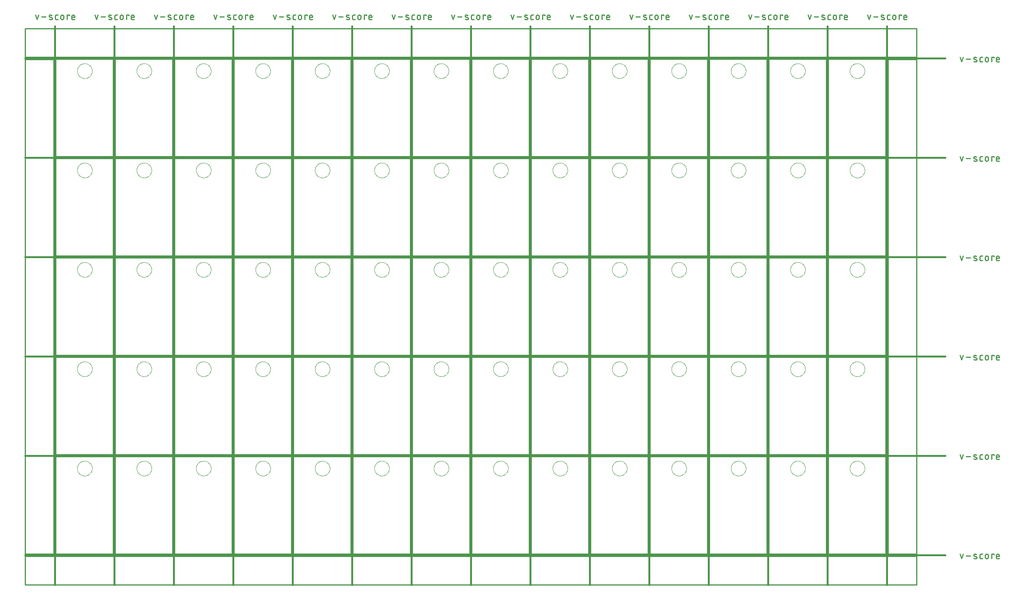
<source format=gko>
G04 EAGLE Gerber RS-274X export*
G75*
%MOMM*%
%FSLAX34Y34*%
%LPD*%
%IN*%
%IPPOS*%
%AMOC8*
5,1,8,0,0,1.08239X$1,22.5*%
G01*
%ADD10C,0.203200*%
%ADD11C,0.381000*%
%ADD12C,0.279400*%
%ADD13C,0.254000*%
%ADD14C,0.000000*%


D10*
X0Y0D02*
X127000Y0D01*
X127000Y215900D01*
X0Y215900D01*
X0Y0D01*
X132080Y0D02*
X259080Y0D01*
X259080Y215900D01*
X132080Y215900D01*
X132080Y0D01*
X264160Y0D02*
X391160Y0D01*
X391160Y215900D01*
X264160Y215900D01*
X264160Y0D01*
X396240Y0D02*
X523240Y0D01*
X523240Y215900D01*
X396240Y215900D01*
X396240Y0D01*
X528320Y0D02*
X655320Y0D01*
X655320Y215900D01*
X528320Y215900D01*
X528320Y0D01*
X660400Y0D02*
X787400Y0D01*
X787400Y215900D01*
X660400Y215900D01*
X660400Y0D01*
X792480Y0D02*
X919480Y0D01*
X919480Y215900D01*
X792480Y215900D01*
X792480Y0D01*
X924560Y0D02*
X1051560Y0D01*
X1051560Y215900D01*
X924560Y215900D01*
X924560Y0D01*
X1056640Y0D02*
X1183640Y0D01*
X1183640Y215900D01*
X1056640Y215900D01*
X1056640Y0D01*
X1188720Y0D02*
X1315720Y0D01*
X1315720Y215900D01*
X1188720Y215900D01*
X1188720Y0D01*
X1320800Y0D02*
X1447800Y0D01*
X1447800Y215900D01*
X1320800Y215900D01*
X1320800Y0D01*
X1452880Y0D02*
X1579880Y0D01*
X1579880Y215900D01*
X1452880Y215900D01*
X1452880Y0D01*
X1584960Y0D02*
X1711960Y0D01*
X1711960Y215900D01*
X1584960Y215900D01*
X1584960Y0D01*
X1717040Y0D02*
X1844040Y0D01*
X1844040Y215900D01*
X1717040Y215900D01*
X1717040Y0D01*
X127000Y220980D02*
X0Y220980D01*
X127000Y220980D02*
X127000Y436880D01*
X0Y436880D01*
X0Y220980D01*
X132080Y220980D02*
X259080Y220980D01*
X259080Y436880D01*
X132080Y436880D01*
X132080Y220980D01*
X264160Y220980D02*
X391160Y220980D01*
X391160Y436880D01*
X264160Y436880D01*
X264160Y220980D01*
X396240Y220980D02*
X523240Y220980D01*
X523240Y436880D01*
X396240Y436880D01*
X396240Y220980D01*
X528320Y220980D02*
X655320Y220980D01*
X655320Y436880D01*
X528320Y436880D01*
X528320Y220980D01*
X660400Y220980D02*
X787400Y220980D01*
X787400Y436880D01*
X660400Y436880D01*
X660400Y220980D01*
X792480Y220980D02*
X919480Y220980D01*
X919480Y436880D01*
X792480Y436880D01*
X792480Y220980D01*
X924560Y220980D02*
X1051560Y220980D01*
X1051560Y436880D01*
X924560Y436880D01*
X924560Y220980D01*
X1056640Y220980D02*
X1183640Y220980D01*
X1183640Y436880D01*
X1056640Y436880D01*
X1056640Y220980D01*
X1188720Y220980D02*
X1315720Y220980D01*
X1315720Y436880D01*
X1188720Y436880D01*
X1188720Y220980D01*
X1320800Y220980D02*
X1447800Y220980D01*
X1447800Y436880D01*
X1320800Y436880D01*
X1320800Y220980D01*
X1452880Y220980D02*
X1579880Y220980D01*
X1579880Y436880D01*
X1452880Y436880D01*
X1452880Y220980D01*
X1584960Y220980D02*
X1711960Y220980D01*
X1711960Y436880D01*
X1584960Y436880D01*
X1584960Y220980D01*
X1717040Y220980D02*
X1844040Y220980D01*
X1844040Y436880D01*
X1717040Y436880D01*
X1717040Y220980D01*
X127000Y441960D02*
X0Y441960D01*
X127000Y441960D02*
X127000Y657860D01*
X0Y657860D01*
X0Y441960D01*
X132080Y441960D02*
X259080Y441960D01*
X259080Y657860D01*
X132080Y657860D01*
X132080Y441960D01*
X264160Y441960D02*
X391160Y441960D01*
X391160Y657860D01*
X264160Y657860D01*
X264160Y441960D01*
X396240Y441960D02*
X523240Y441960D01*
X523240Y657860D01*
X396240Y657860D01*
X396240Y441960D01*
X528320Y441960D02*
X655320Y441960D01*
X655320Y657860D01*
X528320Y657860D01*
X528320Y441960D01*
X660400Y441960D02*
X787400Y441960D01*
X787400Y657860D01*
X660400Y657860D01*
X660400Y441960D01*
X792480Y441960D02*
X919480Y441960D01*
X919480Y657860D01*
X792480Y657860D01*
X792480Y441960D01*
X924560Y441960D02*
X1051560Y441960D01*
X1051560Y657860D01*
X924560Y657860D01*
X924560Y441960D01*
X1056640Y441960D02*
X1183640Y441960D01*
X1183640Y657860D01*
X1056640Y657860D01*
X1056640Y441960D01*
X1188720Y441960D02*
X1315720Y441960D01*
X1315720Y657860D01*
X1188720Y657860D01*
X1188720Y441960D01*
X1320800Y441960D02*
X1447800Y441960D01*
X1447800Y657860D01*
X1320800Y657860D01*
X1320800Y441960D01*
X1452880Y441960D02*
X1579880Y441960D01*
X1579880Y657860D01*
X1452880Y657860D01*
X1452880Y441960D01*
X1584960Y441960D02*
X1711960Y441960D01*
X1711960Y657860D01*
X1584960Y657860D01*
X1584960Y441960D01*
X1717040Y441960D02*
X1844040Y441960D01*
X1844040Y657860D01*
X1717040Y657860D01*
X1717040Y441960D01*
X127000Y662940D02*
X0Y662940D01*
X127000Y662940D02*
X127000Y878840D01*
X0Y878840D01*
X0Y662940D01*
X132080Y662940D02*
X259080Y662940D01*
X259080Y878840D01*
X132080Y878840D01*
X132080Y662940D01*
X264160Y662940D02*
X391160Y662940D01*
X391160Y878840D01*
X264160Y878840D01*
X264160Y662940D01*
X396240Y662940D02*
X523240Y662940D01*
X523240Y878840D01*
X396240Y878840D01*
X396240Y662940D01*
X528320Y662940D02*
X655320Y662940D01*
X655320Y878840D01*
X528320Y878840D01*
X528320Y662940D01*
X660400Y662940D02*
X787400Y662940D01*
X787400Y878840D01*
X660400Y878840D01*
X660400Y662940D01*
X792480Y662940D02*
X919480Y662940D01*
X919480Y878840D01*
X792480Y878840D01*
X792480Y662940D01*
X924560Y662940D02*
X1051560Y662940D01*
X1051560Y878840D01*
X924560Y878840D01*
X924560Y662940D01*
X1056640Y662940D02*
X1183640Y662940D01*
X1183640Y878840D01*
X1056640Y878840D01*
X1056640Y662940D01*
X1188720Y662940D02*
X1315720Y662940D01*
X1315720Y878840D01*
X1188720Y878840D01*
X1188720Y662940D01*
X1320800Y662940D02*
X1447800Y662940D01*
X1447800Y878840D01*
X1320800Y878840D01*
X1320800Y662940D01*
X1452880Y662940D02*
X1579880Y662940D01*
X1579880Y878840D01*
X1452880Y878840D01*
X1452880Y662940D01*
X1584960Y662940D02*
X1711960Y662940D01*
X1711960Y878840D01*
X1584960Y878840D01*
X1584960Y662940D01*
X1717040Y662940D02*
X1844040Y662940D01*
X1844040Y878840D01*
X1717040Y878840D01*
X1717040Y662940D01*
X127000Y883920D02*
X0Y883920D01*
X127000Y883920D02*
X127000Y1099820D01*
X0Y1099820D01*
X0Y883920D01*
X132080Y883920D02*
X259080Y883920D01*
X259080Y1099820D01*
X132080Y1099820D01*
X132080Y883920D01*
X264160Y883920D02*
X391160Y883920D01*
X391160Y1099820D01*
X264160Y1099820D01*
X264160Y883920D01*
X396240Y883920D02*
X523240Y883920D01*
X523240Y1099820D01*
X396240Y1099820D01*
X396240Y883920D01*
X528320Y883920D02*
X655320Y883920D01*
X655320Y1099820D01*
X528320Y1099820D01*
X528320Y883920D01*
X660400Y883920D02*
X787400Y883920D01*
X787400Y1099820D01*
X660400Y1099820D01*
X660400Y883920D01*
X792480Y883920D02*
X919480Y883920D01*
X919480Y1099820D01*
X792480Y1099820D01*
X792480Y883920D01*
X924560Y883920D02*
X1051560Y883920D01*
X1051560Y1099820D01*
X924560Y1099820D01*
X924560Y883920D01*
X1056640Y883920D02*
X1183640Y883920D01*
X1183640Y1099820D01*
X1056640Y1099820D01*
X1056640Y883920D01*
X1188720Y883920D02*
X1315720Y883920D01*
X1315720Y1099820D01*
X1188720Y1099820D01*
X1188720Y883920D01*
X1320800Y883920D02*
X1447800Y883920D01*
X1447800Y1099820D01*
X1320800Y1099820D01*
X1320800Y883920D01*
X1452880Y883920D02*
X1579880Y883920D01*
X1579880Y1099820D01*
X1452880Y1099820D01*
X1452880Y883920D01*
X1584960Y883920D02*
X1711960Y883920D01*
X1711960Y1099820D01*
X1584960Y1099820D01*
X1584960Y883920D01*
X1717040Y883920D02*
X1844040Y883920D01*
X1844040Y1099820D01*
X1717040Y1099820D01*
X1717040Y883920D01*
D11*
X-2540Y1173480D02*
X-2540Y-68580D01*
D12*
X-42921Y1188847D02*
X-46251Y1198838D01*
X-39590Y1198838D02*
X-42921Y1188847D01*
X-32806Y1194675D02*
X-22815Y1194675D01*
X-14261Y1194675D02*
X-10098Y1193010D01*
X-14261Y1194674D02*
X-14346Y1194710D01*
X-14429Y1194750D01*
X-14510Y1194793D01*
X-14590Y1194840D01*
X-14667Y1194890D01*
X-14743Y1194943D01*
X-14816Y1194999D01*
X-14886Y1195059D01*
X-14954Y1195121D01*
X-15019Y1195186D01*
X-15081Y1195254D01*
X-15141Y1195325D01*
X-15197Y1195398D01*
X-15250Y1195473D01*
X-15300Y1195551D01*
X-15346Y1195630D01*
X-15389Y1195712D01*
X-15429Y1195795D01*
X-15465Y1195880D01*
X-15497Y1195966D01*
X-15526Y1196054D01*
X-15550Y1196143D01*
X-15571Y1196233D01*
X-15588Y1196323D01*
X-15602Y1196414D01*
X-15611Y1196506D01*
X-15616Y1196598D01*
X-15618Y1196690D01*
X-15616Y1196782D01*
X-15609Y1196874D01*
X-15599Y1196966D01*
X-15585Y1197057D01*
X-15567Y1197148D01*
X-15545Y1197237D01*
X-15519Y1197326D01*
X-15489Y1197413D01*
X-15456Y1197499D01*
X-15419Y1197583D01*
X-15379Y1197666D01*
X-15335Y1197747D01*
X-15288Y1197826D01*
X-15237Y1197903D01*
X-15183Y1197978D01*
X-15126Y1198051D01*
X-15066Y1198121D01*
X-15003Y1198188D01*
X-14937Y1198252D01*
X-14869Y1198314D01*
X-14798Y1198373D01*
X-14724Y1198428D01*
X-14648Y1198481D01*
X-14570Y1198530D01*
X-14490Y1198576D01*
X-14409Y1198618D01*
X-14325Y1198657D01*
X-14240Y1198692D01*
X-14153Y1198723D01*
X-14065Y1198751D01*
X-13976Y1198775D01*
X-13886Y1198795D01*
X-13796Y1198812D01*
X-13704Y1198824D01*
X-13612Y1198833D01*
X-13520Y1198837D01*
X-13428Y1198838D01*
X-13201Y1198832D01*
X-12974Y1198821D01*
X-12747Y1198804D01*
X-12521Y1198781D01*
X-12295Y1198754D01*
X-12070Y1198720D01*
X-11846Y1198682D01*
X-11623Y1198638D01*
X-11401Y1198589D01*
X-11180Y1198534D01*
X-10961Y1198474D01*
X-10743Y1198409D01*
X-10527Y1198338D01*
X-10313Y1198263D01*
X-10100Y1198182D01*
X-9890Y1198096D01*
X-9681Y1198005D01*
X-10098Y1193010D02*
X-10013Y1192974D01*
X-9930Y1192934D01*
X-9849Y1192891D01*
X-9769Y1192844D01*
X-9692Y1192794D01*
X-9616Y1192741D01*
X-9543Y1192685D01*
X-9473Y1192625D01*
X-9405Y1192563D01*
X-9340Y1192498D01*
X-9278Y1192430D01*
X-9218Y1192359D01*
X-9162Y1192286D01*
X-9109Y1192211D01*
X-9059Y1192133D01*
X-9013Y1192054D01*
X-8970Y1191972D01*
X-8930Y1191889D01*
X-8894Y1191804D01*
X-8862Y1191718D01*
X-8833Y1191630D01*
X-8809Y1191541D01*
X-8788Y1191451D01*
X-8771Y1191361D01*
X-8757Y1191270D01*
X-8748Y1191178D01*
X-8743Y1191086D01*
X-8741Y1190994D01*
X-8743Y1190902D01*
X-8750Y1190810D01*
X-8760Y1190718D01*
X-8774Y1190627D01*
X-8792Y1190536D01*
X-8814Y1190447D01*
X-8840Y1190358D01*
X-8870Y1190271D01*
X-8903Y1190185D01*
X-8940Y1190101D01*
X-8980Y1190018D01*
X-9024Y1189937D01*
X-9071Y1189858D01*
X-9122Y1189781D01*
X-9176Y1189706D01*
X-9233Y1189633D01*
X-9293Y1189563D01*
X-9356Y1189496D01*
X-9422Y1189432D01*
X-9490Y1189370D01*
X-9561Y1189311D01*
X-9635Y1189256D01*
X-9711Y1189203D01*
X-9789Y1189154D01*
X-9869Y1189108D01*
X-9950Y1189066D01*
X-10034Y1189027D01*
X-10119Y1188992D01*
X-10206Y1188961D01*
X-10294Y1188933D01*
X-10383Y1188909D01*
X-10473Y1188889D01*
X-10563Y1188872D01*
X-10655Y1188860D01*
X-10747Y1188851D01*
X-10839Y1188847D01*
X-10931Y1188846D01*
X-10931Y1188847D02*
X-11265Y1188856D01*
X-11598Y1188873D01*
X-11931Y1188897D01*
X-12264Y1188930D01*
X-12595Y1188970D01*
X-12926Y1189018D01*
X-13255Y1189074D01*
X-13583Y1189137D01*
X-13909Y1189209D01*
X-14233Y1189288D01*
X-14556Y1189374D01*
X-14876Y1189469D01*
X-15194Y1189571D01*
X-15510Y1189680D01*
X562Y1188847D02*
X3892Y1188847D01*
X562Y1188847D02*
X464Y1188849D01*
X366Y1188855D01*
X268Y1188864D01*
X171Y1188878D01*
X75Y1188895D01*
X-21Y1188916D01*
X-116Y1188941D01*
X-210Y1188969D01*
X-303Y1189001D01*
X-394Y1189037D01*
X-484Y1189076D01*
X-572Y1189119D01*
X-659Y1189166D01*
X-743Y1189215D01*
X-826Y1189268D01*
X-906Y1189324D01*
X-985Y1189383D01*
X-1060Y1189446D01*
X-1134Y1189511D01*
X-1204Y1189579D01*
X-1272Y1189649D01*
X-1338Y1189723D01*
X-1400Y1189799D01*
X-1459Y1189877D01*
X-1515Y1189957D01*
X-1568Y1190040D01*
X-1618Y1190124D01*
X-1664Y1190211D01*
X-1707Y1190299D01*
X-1746Y1190389D01*
X-1782Y1190480D01*
X-1814Y1190573D01*
X-1842Y1190667D01*
X-1867Y1190762D01*
X-1888Y1190858D01*
X-1905Y1190954D01*
X-1919Y1191051D01*
X-1928Y1191149D01*
X-1934Y1191247D01*
X-1936Y1191345D01*
X-1936Y1196340D01*
X-1934Y1196438D01*
X-1928Y1196536D01*
X-1919Y1196634D01*
X-1905Y1196731D01*
X-1888Y1196827D01*
X-1867Y1196923D01*
X-1842Y1197018D01*
X-1814Y1197112D01*
X-1782Y1197205D01*
X-1746Y1197296D01*
X-1707Y1197386D01*
X-1664Y1197474D01*
X-1617Y1197561D01*
X-1568Y1197645D01*
X-1515Y1197728D01*
X-1459Y1197808D01*
X-1400Y1197886D01*
X-1337Y1197962D01*
X-1272Y1198036D01*
X-1204Y1198106D01*
X-1134Y1198174D01*
X-1060Y1198239D01*
X-984Y1198302D01*
X-906Y1198361D01*
X-826Y1198417D01*
X-743Y1198470D01*
X-659Y1198519D01*
X-572Y1198566D01*
X-484Y1198609D01*
X-394Y1198648D01*
X-303Y1198684D01*
X-210Y1198716D01*
X-116Y1198744D01*
X-21Y1198769D01*
X75Y1198790D01*
X171Y1198807D01*
X268Y1198821D01*
X366Y1198830D01*
X464Y1198836D01*
X562Y1198838D01*
X3892Y1198838D01*
X10022Y1195507D02*
X10022Y1192177D01*
X10022Y1195507D02*
X10024Y1195621D01*
X10030Y1195734D01*
X10039Y1195848D01*
X10053Y1195960D01*
X10070Y1196073D01*
X10092Y1196185D01*
X10117Y1196295D01*
X10145Y1196405D01*
X10178Y1196514D01*
X10214Y1196622D01*
X10254Y1196729D01*
X10298Y1196834D01*
X10345Y1196937D01*
X10395Y1197039D01*
X10449Y1197139D01*
X10507Y1197237D01*
X10568Y1197333D01*
X10631Y1197427D01*
X10699Y1197519D01*
X10769Y1197609D01*
X10842Y1197695D01*
X10918Y1197780D01*
X10997Y1197862D01*
X11079Y1197941D01*
X11164Y1198017D01*
X11250Y1198090D01*
X11340Y1198160D01*
X11432Y1198228D01*
X11526Y1198291D01*
X11622Y1198352D01*
X11720Y1198410D01*
X11820Y1198464D01*
X11922Y1198514D01*
X12025Y1198561D01*
X12130Y1198605D01*
X12237Y1198645D01*
X12345Y1198681D01*
X12454Y1198714D01*
X12564Y1198742D01*
X12674Y1198767D01*
X12786Y1198789D01*
X12899Y1198806D01*
X13011Y1198820D01*
X13125Y1198829D01*
X13238Y1198835D01*
X13352Y1198837D01*
X13466Y1198835D01*
X13579Y1198829D01*
X13693Y1198820D01*
X13805Y1198806D01*
X13918Y1198789D01*
X14030Y1198767D01*
X14140Y1198742D01*
X14250Y1198714D01*
X14359Y1198681D01*
X14467Y1198645D01*
X14574Y1198605D01*
X14679Y1198561D01*
X14782Y1198514D01*
X14884Y1198464D01*
X14984Y1198410D01*
X15082Y1198352D01*
X15178Y1198291D01*
X15272Y1198228D01*
X15364Y1198160D01*
X15454Y1198090D01*
X15540Y1198017D01*
X15625Y1197941D01*
X15707Y1197862D01*
X15786Y1197780D01*
X15862Y1197695D01*
X15935Y1197609D01*
X16005Y1197519D01*
X16073Y1197427D01*
X16136Y1197333D01*
X16197Y1197237D01*
X16255Y1197139D01*
X16309Y1197039D01*
X16359Y1196937D01*
X16406Y1196834D01*
X16450Y1196729D01*
X16490Y1196622D01*
X16526Y1196514D01*
X16559Y1196405D01*
X16587Y1196295D01*
X16612Y1196185D01*
X16634Y1196073D01*
X16651Y1195960D01*
X16665Y1195848D01*
X16674Y1195734D01*
X16680Y1195621D01*
X16682Y1195507D01*
X16682Y1192177D01*
X16680Y1192063D01*
X16674Y1191950D01*
X16665Y1191836D01*
X16651Y1191724D01*
X16634Y1191611D01*
X16612Y1191499D01*
X16587Y1191389D01*
X16559Y1191279D01*
X16526Y1191170D01*
X16490Y1191062D01*
X16450Y1190955D01*
X16406Y1190850D01*
X16359Y1190747D01*
X16309Y1190645D01*
X16255Y1190545D01*
X16197Y1190447D01*
X16136Y1190351D01*
X16073Y1190257D01*
X16005Y1190165D01*
X15935Y1190075D01*
X15862Y1189989D01*
X15786Y1189904D01*
X15707Y1189822D01*
X15625Y1189743D01*
X15540Y1189667D01*
X15454Y1189594D01*
X15364Y1189524D01*
X15272Y1189456D01*
X15178Y1189393D01*
X15082Y1189332D01*
X14984Y1189274D01*
X14884Y1189220D01*
X14782Y1189170D01*
X14679Y1189123D01*
X14574Y1189079D01*
X14467Y1189039D01*
X14359Y1189003D01*
X14250Y1188970D01*
X14140Y1188942D01*
X14030Y1188917D01*
X13918Y1188895D01*
X13805Y1188878D01*
X13693Y1188864D01*
X13579Y1188855D01*
X13466Y1188849D01*
X13352Y1188847D01*
X13238Y1188849D01*
X13125Y1188855D01*
X13011Y1188864D01*
X12899Y1188878D01*
X12786Y1188895D01*
X12674Y1188917D01*
X12564Y1188942D01*
X12454Y1188970D01*
X12345Y1189003D01*
X12237Y1189039D01*
X12130Y1189079D01*
X12025Y1189123D01*
X11922Y1189170D01*
X11820Y1189220D01*
X11720Y1189274D01*
X11622Y1189332D01*
X11526Y1189393D01*
X11432Y1189456D01*
X11340Y1189524D01*
X11250Y1189594D01*
X11164Y1189667D01*
X11079Y1189743D01*
X10997Y1189822D01*
X10918Y1189904D01*
X10842Y1189989D01*
X10769Y1190075D01*
X10699Y1190165D01*
X10631Y1190257D01*
X10568Y1190351D01*
X10507Y1190447D01*
X10449Y1190545D01*
X10395Y1190645D01*
X10345Y1190747D01*
X10298Y1190850D01*
X10254Y1190955D01*
X10214Y1191062D01*
X10178Y1191170D01*
X10145Y1191279D01*
X10117Y1191389D01*
X10092Y1191499D01*
X10070Y1191611D01*
X10053Y1191724D01*
X10039Y1191836D01*
X10030Y1191950D01*
X10024Y1192063D01*
X10022Y1192177D01*
X24218Y1188847D02*
X24218Y1198838D01*
X29213Y1198838D01*
X29213Y1197173D01*
X37008Y1188847D02*
X41171Y1188847D01*
X37008Y1188847D02*
X36910Y1188849D01*
X36812Y1188855D01*
X36714Y1188864D01*
X36617Y1188878D01*
X36521Y1188895D01*
X36425Y1188916D01*
X36330Y1188941D01*
X36236Y1188969D01*
X36143Y1189001D01*
X36052Y1189037D01*
X35962Y1189076D01*
X35874Y1189119D01*
X35787Y1189166D01*
X35703Y1189215D01*
X35620Y1189268D01*
X35540Y1189324D01*
X35462Y1189383D01*
X35386Y1189446D01*
X35312Y1189511D01*
X35242Y1189579D01*
X35174Y1189649D01*
X35109Y1189723D01*
X35046Y1189799D01*
X34987Y1189877D01*
X34931Y1189957D01*
X34878Y1190040D01*
X34829Y1190124D01*
X34782Y1190211D01*
X34739Y1190299D01*
X34700Y1190389D01*
X34664Y1190480D01*
X34632Y1190573D01*
X34604Y1190667D01*
X34579Y1190762D01*
X34558Y1190858D01*
X34541Y1190954D01*
X34527Y1191051D01*
X34518Y1191149D01*
X34512Y1191247D01*
X34510Y1191345D01*
X34510Y1195507D01*
X34511Y1195507D02*
X34513Y1195621D01*
X34519Y1195734D01*
X34528Y1195848D01*
X34542Y1195960D01*
X34559Y1196073D01*
X34581Y1196185D01*
X34606Y1196295D01*
X34634Y1196405D01*
X34667Y1196514D01*
X34703Y1196622D01*
X34743Y1196729D01*
X34787Y1196834D01*
X34834Y1196937D01*
X34884Y1197039D01*
X34938Y1197139D01*
X34996Y1197237D01*
X35057Y1197333D01*
X35120Y1197427D01*
X35188Y1197519D01*
X35258Y1197609D01*
X35331Y1197695D01*
X35407Y1197780D01*
X35486Y1197862D01*
X35568Y1197941D01*
X35653Y1198017D01*
X35739Y1198090D01*
X35829Y1198160D01*
X35921Y1198228D01*
X36015Y1198291D01*
X36111Y1198352D01*
X36209Y1198410D01*
X36309Y1198464D01*
X36411Y1198514D01*
X36514Y1198561D01*
X36619Y1198605D01*
X36726Y1198645D01*
X36834Y1198681D01*
X36943Y1198714D01*
X37053Y1198742D01*
X37163Y1198767D01*
X37275Y1198789D01*
X37388Y1198806D01*
X37500Y1198820D01*
X37614Y1198829D01*
X37727Y1198835D01*
X37841Y1198837D01*
X37955Y1198835D01*
X38068Y1198829D01*
X38182Y1198820D01*
X38294Y1198806D01*
X38407Y1198789D01*
X38519Y1198767D01*
X38629Y1198742D01*
X38739Y1198714D01*
X38848Y1198681D01*
X38956Y1198645D01*
X39063Y1198605D01*
X39168Y1198561D01*
X39271Y1198514D01*
X39373Y1198464D01*
X39473Y1198410D01*
X39571Y1198352D01*
X39667Y1198291D01*
X39761Y1198228D01*
X39853Y1198160D01*
X39943Y1198090D01*
X40029Y1198017D01*
X40114Y1197941D01*
X40196Y1197862D01*
X40275Y1197780D01*
X40351Y1197695D01*
X40424Y1197609D01*
X40494Y1197519D01*
X40562Y1197427D01*
X40625Y1197333D01*
X40686Y1197237D01*
X40744Y1197139D01*
X40798Y1197039D01*
X40848Y1196937D01*
X40895Y1196834D01*
X40939Y1196729D01*
X40979Y1196622D01*
X41015Y1196514D01*
X41048Y1196405D01*
X41076Y1196295D01*
X41101Y1196185D01*
X41123Y1196073D01*
X41140Y1195960D01*
X41154Y1195848D01*
X41163Y1195734D01*
X41169Y1195621D01*
X41171Y1195507D01*
X41171Y1193842D01*
X34510Y1193842D01*
D11*
X129540Y1173480D02*
X129540Y-68580D01*
D12*
X89159Y1188847D02*
X85829Y1198838D01*
X92490Y1198838D02*
X89159Y1188847D01*
X99274Y1194675D02*
X109265Y1194675D01*
X117819Y1194675D02*
X121982Y1193010D01*
X117819Y1194674D02*
X117734Y1194710D01*
X117651Y1194750D01*
X117570Y1194793D01*
X117490Y1194840D01*
X117413Y1194890D01*
X117337Y1194943D01*
X117264Y1194999D01*
X117194Y1195059D01*
X117126Y1195121D01*
X117061Y1195186D01*
X116999Y1195254D01*
X116939Y1195325D01*
X116883Y1195398D01*
X116830Y1195473D01*
X116780Y1195551D01*
X116734Y1195630D01*
X116691Y1195712D01*
X116651Y1195795D01*
X116615Y1195880D01*
X116583Y1195966D01*
X116554Y1196054D01*
X116530Y1196143D01*
X116509Y1196233D01*
X116492Y1196323D01*
X116478Y1196414D01*
X116469Y1196506D01*
X116464Y1196598D01*
X116462Y1196690D01*
X116464Y1196782D01*
X116471Y1196874D01*
X116481Y1196966D01*
X116495Y1197057D01*
X116513Y1197148D01*
X116535Y1197237D01*
X116561Y1197326D01*
X116591Y1197413D01*
X116624Y1197499D01*
X116661Y1197583D01*
X116701Y1197666D01*
X116745Y1197747D01*
X116792Y1197826D01*
X116843Y1197903D01*
X116897Y1197978D01*
X116954Y1198051D01*
X117014Y1198121D01*
X117077Y1198188D01*
X117143Y1198252D01*
X117211Y1198314D01*
X117282Y1198373D01*
X117356Y1198428D01*
X117432Y1198481D01*
X117510Y1198530D01*
X117590Y1198576D01*
X117671Y1198618D01*
X117755Y1198657D01*
X117840Y1198692D01*
X117927Y1198723D01*
X118015Y1198751D01*
X118104Y1198775D01*
X118194Y1198795D01*
X118284Y1198812D01*
X118376Y1198824D01*
X118468Y1198833D01*
X118560Y1198837D01*
X118652Y1198838D01*
X118879Y1198832D01*
X119106Y1198821D01*
X119333Y1198804D01*
X119559Y1198781D01*
X119785Y1198754D01*
X120010Y1198720D01*
X120234Y1198682D01*
X120457Y1198638D01*
X120679Y1198589D01*
X120900Y1198534D01*
X121119Y1198474D01*
X121337Y1198409D01*
X121553Y1198338D01*
X121767Y1198263D01*
X121980Y1198182D01*
X122190Y1198096D01*
X122399Y1198005D01*
X121982Y1193010D02*
X122067Y1192974D01*
X122150Y1192934D01*
X122231Y1192891D01*
X122311Y1192844D01*
X122388Y1192794D01*
X122464Y1192741D01*
X122537Y1192685D01*
X122607Y1192625D01*
X122675Y1192563D01*
X122740Y1192498D01*
X122802Y1192430D01*
X122862Y1192359D01*
X122918Y1192286D01*
X122971Y1192211D01*
X123021Y1192133D01*
X123067Y1192054D01*
X123110Y1191972D01*
X123150Y1191889D01*
X123186Y1191804D01*
X123218Y1191718D01*
X123247Y1191630D01*
X123271Y1191541D01*
X123292Y1191451D01*
X123309Y1191361D01*
X123323Y1191270D01*
X123332Y1191178D01*
X123337Y1191086D01*
X123339Y1190994D01*
X123337Y1190902D01*
X123330Y1190810D01*
X123320Y1190718D01*
X123306Y1190627D01*
X123288Y1190536D01*
X123266Y1190447D01*
X123240Y1190358D01*
X123210Y1190271D01*
X123177Y1190185D01*
X123140Y1190101D01*
X123100Y1190018D01*
X123056Y1189937D01*
X123009Y1189858D01*
X122958Y1189781D01*
X122904Y1189706D01*
X122847Y1189633D01*
X122787Y1189563D01*
X122724Y1189496D01*
X122658Y1189432D01*
X122590Y1189370D01*
X122519Y1189311D01*
X122445Y1189256D01*
X122369Y1189203D01*
X122291Y1189154D01*
X122211Y1189108D01*
X122130Y1189066D01*
X122046Y1189027D01*
X121961Y1188992D01*
X121874Y1188961D01*
X121786Y1188933D01*
X121697Y1188909D01*
X121607Y1188889D01*
X121517Y1188872D01*
X121425Y1188860D01*
X121333Y1188851D01*
X121241Y1188847D01*
X121149Y1188846D01*
X121149Y1188847D02*
X120815Y1188856D01*
X120482Y1188873D01*
X120149Y1188897D01*
X119816Y1188930D01*
X119485Y1188970D01*
X119154Y1189018D01*
X118825Y1189074D01*
X118497Y1189137D01*
X118171Y1189209D01*
X117847Y1189288D01*
X117524Y1189374D01*
X117204Y1189469D01*
X116886Y1189571D01*
X116570Y1189680D01*
X132642Y1188847D02*
X135972Y1188847D01*
X132642Y1188847D02*
X132544Y1188849D01*
X132446Y1188855D01*
X132348Y1188864D01*
X132251Y1188878D01*
X132155Y1188895D01*
X132059Y1188916D01*
X131964Y1188941D01*
X131870Y1188969D01*
X131777Y1189001D01*
X131686Y1189037D01*
X131596Y1189076D01*
X131508Y1189119D01*
X131421Y1189166D01*
X131337Y1189215D01*
X131254Y1189268D01*
X131174Y1189324D01*
X131096Y1189383D01*
X131020Y1189446D01*
X130946Y1189511D01*
X130876Y1189579D01*
X130808Y1189649D01*
X130743Y1189723D01*
X130680Y1189799D01*
X130621Y1189877D01*
X130565Y1189957D01*
X130512Y1190040D01*
X130463Y1190124D01*
X130416Y1190211D01*
X130373Y1190299D01*
X130334Y1190389D01*
X130298Y1190480D01*
X130266Y1190573D01*
X130238Y1190667D01*
X130213Y1190762D01*
X130192Y1190858D01*
X130175Y1190954D01*
X130161Y1191051D01*
X130152Y1191149D01*
X130146Y1191247D01*
X130144Y1191345D01*
X130144Y1196340D01*
X130146Y1196438D01*
X130152Y1196536D01*
X130161Y1196634D01*
X130175Y1196731D01*
X130192Y1196827D01*
X130213Y1196923D01*
X130238Y1197018D01*
X130266Y1197112D01*
X130298Y1197205D01*
X130334Y1197296D01*
X130373Y1197386D01*
X130416Y1197474D01*
X130463Y1197561D01*
X130512Y1197645D01*
X130565Y1197728D01*
X130621Y1197808D01*
X130680Y1197887D01*
X130743Y1197962D01*
X130808Y1198036D01*
X130876Y1198106D01*
X130946Y1198174D01*
X131020Y1198240D01*
X131096Y1198302D01*
X131174Y1198361D01*
X131254Y1198417D01*
X131337Y1198470D01*
X131421Y1198520D01*
X131508Y1198566D01*
X131596Y1198609D01*
X131686Y1198648D01*
X131777Y1198684D01*
X131870Y1198716D01*
X131964Y1198744D01*
X132059Y1198769D01*
X132155Y1198790D01*
X132251Y1198807D01*
X132348Y1198821D01*
X132446Y1198830D01*
X132544Y1198836D01*
X132642Y1198838D01*
X135972Y1198838D01*
X142102Y1195507D02*
X142102Y1192177D01*
X142102Y1195507D02*
X142104Y1195621D01*
X142110Y1195734D01*
X142119Y1195848D01*
X142133Y1195960D01*
X142150Y1196073D01*
X142172Y1196185D01*
X142197Y1196295D01*
X142225Y1196405D01*
X142258Y1196514D01*
X142294Y1196622D01*
X142334Y1196729D01*
X142378Y1196834D01*
X142425Y1196937D01*
X142475Y1197039D01*
X142529Y1197139D01*
X142587Y1197237D01*
X142648Y1197333D01*
X142711Y1197427D01*
X142779Y1197519D01*
X142849Y1197609D01*
X142922Y1197695D01*
X142998Y1197780D01*
X143077Y1197862D01*
X143159Y1197941D01*
X143244Y1198017D01*
X143330Y1198090D01*
X143420Y1198160D01*
X143512Y1198228D01*
X143606Y1198291D01*
X143702Y1198352D01*
X143800Y1198410D01*
X143900Y1198464D01*
X144002Y1198514D01*
X144105Y1198561D01*
X144210Y1198605D01*
X144317Y1198645D01*
X144425Y1198681D01*
X144534Y1198714D01*
X144644Y1198742D01*
X144754Y1198767D01*
X144866Y1198789D01*
X144979Y1198806D01*
X145091Y1198820D01*
X145205Y1198829D01*
X145318Y1198835D01*
X145432Y1198837D01*
X145546Y1198835D01*
X145659Y1198829D01*
X145773Y1198820D01*
X145885Y1198806D01*
X145998Y1198789D01*
X146110Y1198767D01*
X146220Y1198742D01*
X146330Y1198714D01*
X146439Y1198681D01*
X146547Y1198645D01*
X146654Y1198605D01*
X146759Y1198561D01*
X146862Y1198514D01*
X146964Y1198464D01*
X147064Y1198410D01*
X147162Y1198352D01*
X147258Y1198291D01*
X147352Y1198228D01*
X147444Y1198160D01*
X147534Y1198090D01*
X147620Y1198017D01*
X147705Y1197941D01*
X147787Y1197862D01*
X147866Y1197780D01*
X147942Y1197695D01*
X148015Y1197609D01*
X148085Y1197519D01*
X148153Y1197427D01*
X148216Y1197333D01*
X148277Y1197237D01*
X148335Y1197139D01*
X148389Y1197039D01*
X148439Y1196937D01*
X148486Y1196834D01*
X148530Y1196729D01*
X148570Y1196622D01*
X148606Y1196514D01*
X148639Y1196405D01*
X148667Y1196295D01*
X148692Y1196185D01*
X148714Y1196073D01*
X148731Y1195960D01*
X148745Y1195848D01*
X148754Y1195734D01*
X148760Y1195621D01*
X148762Y1195507D01*
X148762Y1192177D01*
X148760Y1192063D01*
X148754Y1191950D01*
X148745Y1191836D01*
X148731Y1191724D01*
X148714Y1191611D01*
X148692Y1191499D01*
X148667Y1191389D01*
X148639Y1191279D01*
X148606Y1191170D01*
X148570Y1191062D01*
X148530Y1190955D01*
X148486Y1190850D01*
X148439Y1190747D01*
X148389Y1190645D01*
X148335Y1190545D01*
X148277Y1190447D01*
X148216Y1190351D01*
X148153Y1190257D01*
X148085Y1190165D01*
X148015Y1190075D01*
X147942Y1189989D01*
X147866Y1189904D01*
X147787Y1189822D01*
X147705Y1189743D01*
X147620Y1189667D01*
X147534Y1189594D01*
X147444Y1189524D01*
X147352Y1189456D01*
X147258Y1189393D01*
X147162Y1189332D01*
X147064Y1189274D01*
X146964Y1189220D01*
X146862Y1189170D01*
X146759Y1189123D01*
X146654Y1189079D01*
X146547Y1189039D01*
X146439Y1189003D01*
X146330Y1188970D01*
X146220Y1188942D01*
X146110Y1188917D01*
X145998Y1188895D01*
X145885Y1188878D01*
X145773Y1188864D01*
X145659Y1188855D01*
X145546Y1188849D01*
X145432Y1188847D01*
X145318Y1188849D01*
X145205Y1188855D01*
X145091Y1188864D01*
X144979Y1188878D01*
X144866Y1188895D01*
X144754Y1188917D01*
X144644Y1188942D01*
X144534Y1188970D01*
X144425Y1189003D01*
X144317Y1189039D01*
X144210Y1189079D01*
X144105Y1189123D01*
X144002Y1189170D01*
X143900Y1189220D01*
X143800Y1189274D01*
X143702Y1189332D01*
X143606Y1189393D01*
X143512Y1189456D01*
X143420Y1189524D01*
X143330Y1189594D01*
X143244Y1189667D01*
X143159Y1189743D01*
X143077Y1189822D01*
X142998Y1189904D01*
X142922Y1189989D01*
X142849Y1190075D01*
X142779Y1190165D01*
X142711Y1190257D01*
X142648Y1190351D01*
X142587Y1190447D01*
X142529Y1190545D01*
X142475Y1190645D01*
X142425Y1190747D01*
X142378Y1190850D01*
X142334Y1190955D01*
X142294Y1191062D01*
X142258Y1191170D01*
X142225Y1191279D01*
X142197Y1191389D01*
X142172Y1191499D01*
X142150Y1191611D01*
X142133Y1191724D01*
X142119Y1191836D01*
X142110Y1191950D01*
X142104Y1192063D01*
X142102Y1192177D01*
X156298Y1188847D02*
X156298Y1198838D01*
X161293Y1198838D01*
X161293Y1197173D01*
X169088Y1188847D02*
X173251Y1188847D01*
X169088Y1188847D02*
X168990Y1188849D01*
X168892Y1188855D01*
X168794Y1188864D01*
X168697Y1188878D01*
X168601Y1188895D01*
X168505Y1188916D01*
X168410Y1188941D01*
X168316Y1188969D01*
X168223Y1189001D01*
X168132Y1189037D01*
X168042Y1189076D01*
X167954Y1189119D01*
X167867Y1189166D01*
X167783Y1189215D01*
X167700Y1189268D01*
X167620Y1189324D01*
X167542Y1189383D01*
X167466Y1189446D01*
X167392Y1189511D01*
X167322Y1189579D01*
X167254Y1189649D01*
X167189Y1189723D01*
X167126Y1189799D01*
X167067Y1189877D01*
X167011Y1189957D01*
X166958Y1190040D01*
X166909Y1190124D01*
X166862Y1190211D01*
X166819Y1190299D01*
X166780Y1190389D01*
X166744Y1190480D01*
X166712Y1190573D01*
X166684Y1190667D01*
X166659Y1190762D01*
X166638Y1190858D01*
X166621Y1190954D01*
X166607Y1191051D01*
X166598Y1191149D01*
X166592Y1191247D01*
X166590Y1191345D01*
X166590Y1195507D01*
X166591Y1195507D02*
X166593Y1195621D01*
X166599Y1195734D01*
X166608Y1195848D01*
X166622Y1195960D01*
X166639Y1196073D01*
X166661Y1196185D01*
X166686Y1196295D01*
X166714Y1196405D01*
X166747Y1196514D01*
X166783Y1196622D01*
X166823Y1196729D01*
X166867Y1196834D01*
X166914Y1196937D01*
X166964Y1197039D01*
X167018Y1197139D01*
X167076Y1197237D01*
X167137Y1197333D01*
X167200Y1197427D01*
X167268Y1197519D01*
X167338Y1197609D01*
X167411Y1197695D01*
X167487Y1197780D01*
X167566Y1197862D01*
X167648Y1197941D01*
X167733Y1198017D01*
X167819Y1198090D01*
X167909Y1198160D01*
X168001Y1198228D01*
X168095Y1198291D01*
X168191Y1198352D01*
X168289Y1198410D01*
X168389Y1198464D01*
X168491Y1198514D01*
X168594Y1198561D01*
X168699Y1198605D01*
X168806Y1198645D01*
X168914Y1198681D01*
X169023Y1198714D01*
X169133Y1198742D01*
X169243Y1198767D01*
X169355Y1198789D01*
X169468Y1198806D01*
X169580Y1198820D01*
X169694Y1198829D01*
X169807Y1198835D01*
X169921Y1198837D01*
X170035Y1198835D01*
X170148Y1198829D01*
X170262Y1198820D01*
X170374Y1198806D01*
X170487Y1198789D01*
X170599Y1198767D01*
X170709Y1198742D01*
X170819Y1198714D01*
X170928Y1198681D01*
X171036Y1198645D01*
X171143Y1198605D01*
X171248Y1198561D01*
X171351Y1198514D01*
X171453Y1198464D01*
X171553Y1198410D01*
X171651Y1198352D01*
X171747Y1198291D01*
X171841Y1198228D01*
X171933Y1198160D01*
X172023Y1198090D01*
X172109Y1198017D01*
X172194Y1197941D01*
X172276Y1197862D01*
X172355Y1197780D01*
X172431Y1197695D01*
X172504Y1197609D01*
X172574Y1197519D01*
X172642Y1197427D01*
X172705Y1197333D01*
X172766Y1197237D01*
X172824Y1197139D01*
X172878Y1197039D01*
X172928Y1196937D01*
X172975Y1196834D01*
X173019Y1196729D01*
X173059Y1196622D01*
X173095Y1196514D01*
X173128Y1196405D01*
X173156Y1196295D01*
X173181Y1196185D01*
X173203Y1196073D01*
X173220Y1195960D01*
X173234Y1195848D01*
X173243Y1195734D01*
X173249Y1195621D01*
X173251Y1195507D01*
X173251Y1193842D01*
X166590Y1193842D01*
D11*
X261620Y1173480D02*
X261620Y-68580D01*
D12*
X221239Y1188847D02*
X217909Y1198838D01*
X224570Y1198838D02*
X221239Y1188847D01*
X231354Y1194675D02*
X241345Y1194675D01*
X249899Y1194675D02*
X254062Y1193010D01*
X249899Y1194674D02*
X249814Y1194710D01*
X249731Y1194750D01*
X249650Y1194793D01*
X249570Y1194840D01*
X249493Y1194890D01*
X249417Y1194943D01*
X249344Y1194999D01*
X249274Y1195059D01*
X249206Y1195121D01*
X249141Y1195186D01*
X249079Y1195254D01*
X249019Y1195325D01*
X248963Y1195398D01*
X248910Y1195473D01*
X248860Y1195551D01*
X248814Y1195630D01*
X248771Y1195712D01*
X248731Y1195795D01*
X248695Y1195880D01*
X248663Y1195966D01*
X248634Y1196054D01*
X248610Y1196143D01*
X248589Y1196233D01*
X248572Y1196323D01*
X248558Y1196414D01*
X248549Y1196506D01*
X248544Y1196598D01*
X248542Y1196690D01*
X248544Y1196782D01*
X248551Y1196874D01*
X248561Y1196966D01*
X248575Y1197057D01*
X248593Y1197148D01*
X248615Y1197237D01*
X248641Y1197326D01*
X248671Y1197413D01*
X248704Y1197499D01*
X248741Y1197583D01*
X248781Y1197666D01*
X248825Y1197747D01*
X248872Y1197826D01*
X248923Y1197903D01*
X248977Y1197978D01*
X249034Y1198051D01*
X249094Y1198121D01*
X249157Y1198188D01*
X249223Y1198252D01*
X249291Y1198314D01*
X249362Y1198373D01*
X249436Y1198428D01*
X249512Y1198481D01*
X249590Y1198530D01*
X249670Y1198576D01*
X249751Y1198618D01*
X249835Y1198657D01*
X249920Y1198692D01*
X250007Y1198723D01*
X250095Y1198751D01*
X250184Y1198775D01*
X250274Y1198795D01*
X250364Y1198812D01*
X250456Y1198824D01*
X250548Y1198833D01*
X250640Y1198837D01*
X250732Y1198838D01*
X250959Y1198832D01*
X251186Y1198821D01*
X251413Y1198804D01*
X251639Y1198781D01*
X251865Y1198754D01*
X252090Y1198720D01*
X252314Y1198682D01*
X252537Y1198638D01*
X252759Y1198589D01*
X252980Y1198534D01*
X253199Y1198474D01*
X253417Y1198409D01*
X253633Y1198338D01*
X253847Y1198263D01*
X254060Y1198182D01*
X254270Y1198096D01*
X254479Y1198005D01*
X254062Y1193010D02*
X254147Y1192974D01*
X254230Y1192934D01*
X254311Y1192891D01*
X254391Y1192844D01*
X254468Y1192794D01*
X254544Y1192741D01*
X254617Y1192685D01*
X254687Y1192625D01*
X254755Y1192563D01*
X254820Y1192498D01*
X254882Y1192430D01*
X254942Y1192359D01*
X254998Y1192286D01*
X255051Y1192211D01*
X255101Y1192133D01*
X255147Y1192054D01*
X255190Y1191972D01*
X255230Y1191889D01*
X255266Y1191804D01*
X255298Y1191718D01*
X255327Y1191630D01*
X255351Y1191541D01*
X255372Y1191451D01*
X255389Y1191361D01*
X255403Y1191270D01*
X255412Y1191178D01*
X255417Y1191086D01*
X255419Y1190994D01*
X255417Y1190902D01*
X255410Y1190810D01*
X255400Y1190718D01*
X255386Y1190627D01*
X255368Y1190536D01*
X255346Y1190447D01*
X255320Y1190358D01*
X255290Y1190271D01*
X255257Y1190185D01*
X255220Y1190101D01*
X255180Y1190018D01*
X255136Y1189937D01*
X255089Y1189858D01*
X255038Y1189781D01*
X254984Y1189706D01*
X254927Y1189633D01*
X254867Y1189563D01*
X254804Y1189496D01*
X254738Y1189432D01*
X254670Y1189370D01*
X254599Y1189311D01*
X254525Y1189256D01*
X254449Y1189203D01*
X254371Y1189154D01*
X254291Y1189108D01*
X254210Y1189066D01*
X254126Y1189027D01*
X254041Y1188992D01*
X253954Y1188961D01*
X253866Y1188933D01*
X253777Y1188909D01*
X253687Y1188889D01*
X253597Y1188872D01*
X253505Y1188860D01*
X253413Y1188851D01*
X253321Y1188847D01*
X253229Y1188846D01*
X253229Y1188847D02*
X252895Y1188856D01*
X252562Y1188873D01*
X252229Y1188897D01*
X251896Y1188930D01*
X251565Y1188970D01*
X251234Y1189018D01*
X250905Y1189074D01*
X250577Y1189137D01*
X250251Y1189209D01*
X249927Y1189288D01*
X249604Y1189374D01*
X249284Y1189469D01*
X248966Y1189571D01*
X248650Y1189680D01*
X264722Y1188847D02*
X268052Y1188847D01*
X264722Y1188847D02*
X264624Y1188849D01*
X264526Y1188855D01*
X264428Y1188864D01*
X264331Y1188878D01*
X264235Y1188895D01*
X264139Y1188916D01*
X264044Y1188941D01*
X263950Y1188969D01*
X263857Y1189001D01*
X263766Y1189037D01*
X263676Y1189076D01*
X263588Y1189119D01*
X263501Y1189166D01*
X263417Y1189215D01*
X263334Y1189268D01*
X263254Y1189324D01*
X263176Y1189383D01*
X263100Y1189446D01*
X263026Y1189511D01*
X262956Y1189579D01*
X262888Y1189649D01*
X262823Y1189723D01*
X262760Y1189799D01*
X262701Y1189877D01*
X262645Y1189957D01*
X262592Y1190040D01*
X262543Y1190124D01*
X262496Y1190211D01*
X262453Y1190299D01*
X262414Y1190389D01*
X262378Y1190480D01*
X262346Y1190573D01*
X262318Y1190667D01*
X262293Y1190762D01*
X262272Y1190858D01*
X262255Y1190954D01*
X262241Y1191051D01*
X262232Y1191149D01*
X262226Y1191247D01*
X262224Y1191345D01*
X262224Y1196340D01*
X262226Y1196438D01*
X262232Y1196536D01*
X262241Y1196634D01*
X262255Y1196731D01*
X262272Y1196827D01*
X262293Y1196923D01*
X262318Y1197018D01*
X262346Y1197112D01*
X262378Y1197205D01*
X262414Y1197296D01*
X262453Y1197386D01*
X262496Y1197474D01*
X262543Y1197561D01*
X262592Y1197645D01*
X262645Y1197728D01*
X262701Y1197808D01*
X262760Y1197887D01*
X262823Y1197962D01*
X262888Y1198036D01*
X262956Y1198106D01*
X263026Y1198174D01*
X263100Y1198240D01*
X263176Y1198302D01*
X263254Y1198361D01*
X263334Y1198417D01*
X263417Y1198470D01*
X263501Y1198520D01*
X263588Y1198566D01*
X263676Y1198609D01*
X263766Y1198648D01*
X263857Y1198684D01*
X263950Y1198716D01*
X264044Y1198744D01*
X264139Y1198769D01*
X264235Y1198790D01*
X264331Y1198807D01*
X264428Y1198821D01*
X264526Y1198830D01*
X264624Y1198836D01*
X264722Y1198838D01*
X268052Y1198838D01*
X274182Y1195507D02*
X274182Y1192177D01*
X274182Y1195507D02*
X274184Y1195621D01*
X274190Y1195734D01*
X274199Y1195848D01*
X274213Y1195960D01*
X274230Y1196073D01*
X274252Y1196185D01*
X274277Y1196295D01*
X274305Y1196405D01*
X274338Y1196514D01*
X274374Y1196622D01*
X274414Y1196729D01*
X274458Y1196834D01*
X274505Y1196937D01*
X274555Y1197039D01*
X274609Y1197139D01*
X274667Y1197237D01*
X274728Y1197333D01*
X274791Y1197427D01*
X274859Y1197519D01*
X274929Y1197609D01*
X275002Y1197695D01*
X275078Y1197780D01*
X275157Y1197862D01*
X275239Y1197941D01*
X275324Y1198017D01*
X275410Y1198090D01*
X275500Y1198160D01*
X275592Y1198228D01*
X275686Y1198291D01*
X275782Y1198352D01*
X275880Y1198410D01*
X275980Y1198464D01*
X276082Y1198514D01*
X276185Y1198561D01*
X276290Y1198605D01*
X276397Y1198645D01*
X276505Y1198681D01*
X276614Y1198714D01*
X276724Y1198742D01*
X276834Y1198767D01*
X276946Y1198789D01*
X277059Y1198806D01*
X277171Y1198820D01*
X277285Y1198829D01*
X277398Y1198835D01*
X277512Y1198837D01*
X277626Y1198835D01*
X277739Y1198829D01*
X277853Y1198820D01*
X277965Y1198806D01*
X278078Y1198789D01*
X278190Y1198767D01*
X278300Y1198742D01*
X278410Y1198714D01*
X278519Y1198681D01*
X278627Y1198645D01*
X278734Y1198605D01*
X278839Y1198561D01*
X278942Y1198514D01*
X279044Y1198464D01*
X279144Y1198410D01*
X279242Y1198352D01*
X279338Y1198291D01*
X279432Y1198228D01*
X279524Y1198160D01*
X279614Y1198090D01*
X279700Y1198017D01*
X279785Y1197941D01*
X279867Y1197862D01*
X279946Y1197780D01*
X280022Y1197695D01*
X280095Y1197609D01*
X280165Y1197519D01*
X280233Y1197427D01*
X280296Y1197333D01*
X280357Y1197237D01*
X280415Y1197139D01*
X280469Y1197039D01*
X280519Y1196937D01*
X280566Y1196834D01*
X280610Y1196729D01*
X280650Y1196622D01*
X280686Y1196514D01*
X280719Y1196405D01*
X280747Y1196295D01*
X280772Y1196185D01*
X280794Y1196073D01*
X280811Y1195960D01*
X280825Y1195848D01*
X280834Y1195734D01*
X280840Y1195621D01*
X280842Y1195507D01*
X280842Y1192177D01*
X280840Y1192063D01*
X280834Y1191950D01*
X280825Y1191836D01*
X280811Y1191724D01*
X280794Y1191611D01*
X280772Y1191499D01*
X280747Y1191389D01*
X280719Y1191279D01*
X280686Y1191170D01*
X280650Y1191062D01*
X280610Y1190955D01*
X280566Y1190850D01*
X280519Y1190747D01*
X280469Y1190645D01*
X280415Y1190545D01*
X280357Y1190447D01*
X280296Y1190351D01*
X280233Y1190257D01*
X280165Y1190165D01*
X280095Y1190075D01*
X280022Y1189989D01*
X279946Y1189904D01*
X279867Y1189822D01*
X279785Y1189743D01*
X279700Y1189667D01*
X279614Y1189594D01*
X279524Y1189524D01*
X279432Y1189456D01*
X279338Y1189393D01*
X279242Y1189332D01*
X279144Y1189274D01*
X279044Y1189220D01*
X278942Y1189170D01*
X278839Y1189123D01*
X278734Y1189079D01*
X278627Y1189039D01*
X278519Y1189003D01*
X278410Y1188970D01*
X278300Y1188942D01*
X278190Y1188917D01*
X278078Y1188895D01*
X277965Y1188878D01*
X277853Y1188864D01*
X277739Y1188855D01*
X277626Y1188849D01*
X277512Y1188847D01*
X277398Y1188849D01*
X277285Y1188855D01*
X277171Y1188864D01*
X277059Y1188878D01*
X276946Y1188895D01*
X276834Y1188917D01*
X276724Y1188942D01*
X276614Y1188970D01*
X276505Y1189003D01*
X276397Y1189039D01*
X276290Y1189079D01*
X276185Y1189123D01*
X276082Y1189170D01*
X275980Y1189220D01*
X275880Y1189274D01*
X275782Y1189332D01*
X275686Y1189393D01*
X275592Y1189456D01*
X275500Y1189524D01*
X275410Y1189594D01*
X275324Y1189667D01*
X275239Y1189743D01*
X275157Y1189822D01*
X275078Y1189904D01*
X275002Y1189989D01*
X274929Y1190075D01*
X274859Y1190165D01*
X274791Y1190257D01*
X274728Y1190351D01*
X274667Y1190447D01*
X274609Y1190545D01*
X274555Y1190645D01*
X274505Y1190747D01*
X274458Y1190850D01*
X274414Y1190955D01*
X274374Y1191062D01*
X274338Y1191170D01*
X274305Y1191279D01*
X274277Y1191389D01*
X274252Y1191499D01*
X274230Y1191611D01*
X274213Y1191724D01*
X274199Y1191836D01*
X274190Y1191950D01*
X274184Y1192063D01*
X274182Y1192177D01*
X288378Y1188847D02*
X288378Y1198838D01*
X293373Y1198838D01*
X293373Y1197173D01*
X301168Y1188847D02*
X305331Y1188847D01*
X301168Y1188847D02*
X301070Y1188849D01*
X300972Y1188855D01*
X300874Y1188864D01*
X300777Y1188878D01*
X300681Y1188895D01*
X300585Y1188916D01*
X300490Y1188941D01*
X300396Y1188969D01*
X300303Y1189001D01*
X300212Y1189037D01*
X300122Y1189076D01*
X300034Y1189119D01*
X299947Y1189166D01*
X299863Y1189215D01*
X299780Y1189268D01*
X299700Y1189324D01*
X299622Y1189383D01*
X299546Y1189446D01*
X299472Y1189511D01*
X299402Y1189579D01*
X299334Y1189649D01*
X299269Y1189723D01*
X299206Y1189799D01*
X299147Y1189877D01*
X299091Y1189957D01*
X299038Y1190040D01*
X298989Y1190124D01*
X298942Y1190211D01*
X298899Y1190299D01*
X298860Y1190389D01*
X298824Y1190480D01*
X298792Y1190573D01*
X298764Y1190667D01*
X298739Y1190762D01*
X298718Y1190858D01*
X298701Y1190954D01*
X298687Y1191051D01*
X298678Y1191149D01*
X298672Y1191247D01*
X298670Y1191345D01*
X298670Y1195507D01*
X298671Y1195507D02*
X298673Y1195621D01*
X298679Y1195734D01*
X298688Y1195848D01*
X298702Y1195960D01*
X298719Y1196073D01*
X298741Y1196185D01*
X298766Y1196295D01*
X298794Y1196405D01*
X298827Y1196514D01*
X298863Y1196622D01*
X298903Y1196729D01*
X298947Y1196834D01*
X298994Y1196937D01*
X299044Y1197039D01*
X299098Y1197139D01*
X299156Y1197237D01*
X299217Y1197333D01*
X299280Y1197427D01*
X299348Y1197519D01*
X299418Y1197609D01*
X299491Y1197695D01*
X299567Y1197780D01*
X299646Y1197862D01*
X299728Y1197941D01*
X299813Y1198017D01*
X299899Y1198090D01*
X299989Y1198160D01*
X300081Y1198228D01*
X300175Y1198291D01*
X300271Y1198352D01*
X300369Y1198410D01*
X300469Y1198464D01*
X300571Y1198514D01*
X300674Y1198561D01*
X300779Y1198605D01*
X300886Y1198645D01*
X300994Y1198681D01*
X301103Y1198714D01*
X301213Y1198742D01*
X301323Y1198767D01*
X301435Y1198789D01*
X301548Y1198806D01*
X301660Y1198820D01*
X301774Y1198829D01*
X301887Y1198835D01*
X302001Y1198837D01*
X302115Y1198835D01*
X302228Y1198829D01*
X302342Y1198820D01*
X302454Y1198806D01*
X302567Y1198789D01*
X302679Y1198767D01*
X302789Y1198742D01*
X302899Y1198714D01*
X303008Y1198681D01*
X303116Y1198645D01*
X303223Y1198605D01*
X303328Y1198561D01*
X303431Y1198514D01*
X303533Y1198464D01*
X303633Y1198410D01*
X303731Y1198352D01*
X303827Y1198291D01*
X303921Y1198228D01*
X304013Y1198160D01*
X304103Y1198090D01*
X304189Y1198017D01*
X304274Y1197941D01*
X304356Y1197862D01*
X304435Y1197780D01*
X304511Y1197695D01*
X304584Y1197609D01*
X304654Y1197519D01*
X304722Y1197427D01*
X304785Y1197333D01*
X304846Y1197237D01*
X304904Y1197139D01*
X304958Y1197039D01*
X305008Y1196937D01*
X305055Y1196834D01*
X305099Y1196729D01*
X305139Y1196622D01*
X305175Y1196514D01*
X305208Y1196405D01*
X305236Y1196295D01*
X305261Y1196185D01*
X305283Y1196073D01*
X305300Y1195960D01*
X305314Y1195848D01*
X305323Y1195734D01*
X305329Y1195621D01*
X305331Y1195507D01*
X305331Y1193842D01*
X298670Y1193842D01*
D11*
X393700Y1173480D02*
X393700Y-68580D01*
D12*
X353319Y1188847D02*
X349989Y1198838D01*
X356650Y1198838D02*
X353319Y1188847D01*
X363434Y1194675D02*
X373425Y1194675D01*
X381979Y1194675D02*
X386142Y1193010D01*
X381979Y1194674D02*
X381894Y1194710D01*
X381811Y1194750D01*
X381730Y1194793D01*
X381650Y1194840D01*
X381573Y1194890D01*
X381497Y1194943D01*
X381424Y1194999D01*
X381354Y1195059D01*
X381286Y1195121D01*
X381221Y1195186D01*
X381159Y1195254D01*
X381099Y1195325D01*
X381043Y1195398D01*
X380990Y1195473D01*
X380940Y1195551D01*
X380894Y1195630D01*
X380851Y1195712D01*
X380811Y1195795D01*
X380775Y1195880D01*
X380743Y1195966D01*
X380714Y1196054D01*
X380690Y1196143D01*
X380669Y1196233D01*
X380652Y1196323D01*
X380638Y1196414D01*
X380629Y1196506D01*
X380624Y1196598D01*
X380622Y1196690D01*
X380624Y1196782D01*
X380631Y1196874D01*
X380641Y1196966D01*
X380655Y1197057D01*
X380673Y1197148D01*
X380695Y1197237D01*
X380721Y1197326D01*
X380751Y1197413D01*
X380784Y1197499D01*
X380821Y1197583D01*
X380861Y1197666D01*
X380905Y1197747D01*
X380952Y1197826D01*
X381003Y1197903D01*
X381057Y1197978D01*
X381114Y1198051D01*
X381174Y1198121D01*
X381237Y1198188D01*
X381303Y1198252D01*
X381371Y1198314D01*
X381442Y1198373D01*
X381516Y1198428D01*
X381592Y1198481D01*
X381670Y1198530D01*
X381750Y1198576D01*
X381831Y1198618D01*
X381915Y1198657D01*
X382000Y1198692D01*
X382087Y1198723D01*
X382175Y1198751D01*
X382264Y1198775D01*
X382354Y1198795D01*
X382444Y1198812D01*
X382536Y1198824D01*
X382628Y1198833D01*
X382720Y1198837D01*
X382812Y1198838D01*
X383039Y1198832D01*
X383266Y1198821D01*
X383493Y1198804D01*
X383719Y1198781D01*
X383945Y1198754D01*
X384170Y1198720D01*
X384394Y1198682D01*
X384617Y1198638D01*
X384839Y1198589D01*
X385060Y1198534D01*
X385279Y1198474D01*
X385497Y1198409D01*
X385713Y1198338D01*
X385927Y1198263D01*
X386140Y1198182D01*
X386350Y1198096D01*
X386559Y1198005D01*
X386142Y1193010D02*
X386227Y1192974D01*
X386310Y1192934D01*
X386391Y1192891D01*
X386471Y1192844D01*
X386548Y1192794D01*
X386624Y1192741D01*
X386697Y1192685D01*
X386767Y1192625D01*
X386835Y1192563D01*
X386900Y1192498D01*
X386962Y1192430D01*
X387022Y1192359D01*
X387078Y1192286D01*
X387131Y1192211D01*
X387181Y1192133D01*
X387227Y1192054D01*
X387270Y1191972D01*
X387310Y1191889D01*
X387346Y1191804D01*
X387378Y1191718D01*
X387407Y1191630D01*
X387431Y1191541D01*
X387452Y1191451D01*
X387469Y1191361D01*
X387483Y1191270D01*
X387492Y1191178D01*
X387497Y1191086D01*
X387499Y1190994D01*
X387497Y1190902D01*
X387490Y1190810D01*
X387480Y1190718D01*
X387466Y1190627D01*
X387448Y1190536D01*
X387426Y1190447D01*
X387400Y1190358D01*
X387370Y1190271D01*
X387337Y1190185D01*
X387300Y1190101D01*
X387260Y1190018D01*
X387216Y1189937D01*
X387169Y1189858D01*
X387118Y1189781D01*
X387064Y1189706D01*
X387007Y1189633D01*
X386947Y1189563D01*
X386884Y1189496D01*
X386818Y1189432D01*
X386750Y1189370D01*
X386679Y1189311D01*
X386605Y1189256D01*
X386529Y1189203D01*
X386451Y1189154D01*
X386371Y1189108D01*
X386290Y1189066D01*
X386206Y1189027D01*
X386121Y1188992D01*
X386034Y1188961D01*
X385946Y1188933D01*
X385857Y1188909D01*
X385767Y1188889D01*
X385677Y1188872D01*
X385585Y1188860D01*
X385493Y1188851D01*
X385401Y1188847D01*
X385309Y1188846D01*
X385309Y1188847D02*
X384975Y1188856D01*
X384642Y1188873D01*
X384309Y1188897D01*
X383976Y1188930D01*
X383645Y1188970D01*
X383314Y1189018D01*
X382985Y1189074D01*
X382657Y1189137D01*
X382331Y1189209D01*
X382007Y1189288D01*
X381684Y1189374D01*
X381364Y1189469D01*
X381046Y1189571D01*
X380730Y1189680D01*
X396802Y1188847D02*
X400132Y1188847D01*
X396802Y1188847D02*
X396704Y1188849D01*
X396606Y1188855D01*
X396508Y1188864D01*
X396411Y1188878D01*
X396315Y1188895D01*
X396219Y1188916D01*
X396124Y1188941D01*
X396030Y1188969D01*
X395937Y1189001D01*
X395846Y1189037D01*
X395756Y1189076D01*
X395668Y1189119D01*
X395581Y1189166D01*
X395497Y1189215D01*
X395414Y1189268D01*
X395334Y1189324D01*
X395256Y1189383D01*
X395180Y1189446D01*
X395106Y1189511D01*
X395036Y1189579D01*
X394968Y1189649D01*
X394903Y1189723D01*
X394840Y1189799D01*
X394781Y1189877D01*
X394725Y1189957D01*
X394672Y1190040D01*
X394623Y1190124D01*
X394576Y1190211D01*
X394533Y1190299D01*
X394494Y1190389D01*
X394458Y1190480D01*
X394426Y1190573D01*
X394398Y1190667D01*
X394373Y1190762D01*
X394352Y1190858D01*
X394335Y1190954D01*
X394321Y1191051D01*
X394312Y1191149D01*
X394306Y1191247D01*
X394304Y1191345D01*
X394304Y1196340D01*
X394306Y1196438D01*
X394312Y1196536D01*
X394321Y1196634D01*
X394335Y1196731D01*
X394352Y1196827D01*
X394373Y1196923D01*
X394398Y1197018D01*
X394426Y1197112D01*
X394458Y1197205D01*
X394494Y1197296D01*
X394533Y1197386D01*
X394576Y1197474D01*
X394623Y1197561D01*
X394672Y1197645D01*
X394725Y1197728D01*
X394781Y1197808D01*
X394840Y1197887D01*
X394903Y1197962D01*
X394968Y1198036D01*
X395036Y1198106D01*
X395106Y1198174D01*
X395180Y1198240D01*
X395256Y1198302D01*
X395334Y1198361D01*
X395414Y1198417D01*
X395497Y1198470D01*
X395581Y1198520D01*
X395668Y1198566D01*
X395756Y1198609D01*
X395846Y1198648D01*
X395937Y1198684D01*
X396030Y1198716D01*
X396124Y1198744D01*
X396219Y1198769D01*
X396315Y1198790D01*
X396411Y1198807D01*
X396508Y1198821D01*
X396606Y1198830D01*
X396704Y1198836D01*
X396802Y1198838D01*
X400132Y1198838D01*
X406262Y1195507D02*
X406262Y1192177D01*
X406262Y1195507D02*
X406264Y1195621D01*
X406270Y1195734D01*
X406279Y1195848D01*
X406293Y1195960D01*
X406310Y1196073D01*
X406332Y1196185D01*
X406357Y1196295D01*
X406385Y1196405D01*
X406418Y1196514D01*
X406454Y1196622D01*
X406494Y1196729D01*
X406538Y1196834D01*
X406585Y1196937D01*
X406635Y1197039D01*
X406689Y1197139D01*
X406747Y1197237D01*
X406808Y1197333D01*
X406871Y1197427D01*
X406939Y1197519D01*
X407009Y1197609D01*
X407082Y1197695D01*
X407158Y1197780D01*
X407237Y1197862D01*
X407319Y1197941D01*
X407404Y1198017D01*
X407490Y1198090D01*
X407580Y1198160D01*
X407672Y1198228D01*
X407766Y1198291D01*
X407862Y1198352D01*
X407960Y1198410D01*
X408060Y1198464D01*
X408162Y1198514D01*
X408265Y1198561D01*
X408370Y1198605D01*
X408477Y1198645D01*
X408585Y1198681D01*
X408694Y1198714D01*
X408804Y1198742D01*
X408914Y1198767D01*
X409026Y1198789D01*
X409139Y1198806D01*
X409251Y1198820D01*
X409365Y1198829D01*
X409478Y1198835D01*
X409592Y1198837D01*
X409706Y1198835D01*
X409819Y1198829D01*
X409933Y1198820D01*
X410045Y1198806D01*
X410158Y1198789D01*
X410270Y1198767D01*
X410380Y1198742D01*
X410490Y1198714D01*
X410599Y1198681D01*
X410707Y1198645D01*
X410814Y1198605D01*
X410919Y1198561D01*
X411022Y1198514D01*
X411124Y1198464D01*
X411224Y1198410D01*
X411322Y1198352D01*
X411418Y1198291D01*
X411512Y1198228D01*
X411604Y1198160D01*
X411694Y1198090D01*
X411780Y1198017D01*
X411865Y1197941D01*
X411947Y1197862D01*
X412026Y1197780D01*
X412102Y1197695D01*
X412175Y1197609D01*
X412245Y1197519D01*
X412313Y1197427D01*
X412376Y1197333D01*
X412437Y1197237D01*
X412495Y1197139D01*
X412549Y1197039D01*
X412599Y1196937D01*
X412646Y1196834D01*
X412690Y1196729D01*
X412730Y1196622D01*
X412766Y1196514D01*
X412799Y1196405D01*
X412827Y1196295D01*
X412852Y1196185D01*
X412874Y1196073D01*
X412891Y1195960D01*
X412905Y1195848D01*
X412914Y1195734D01*
X412920Y1195621D01*
X412922Y1195507D01*
X412922Y1192177D01*
X412920Y1192063D01*
X412914Y1191950D01*
X412905Y1191836D01*
X412891Y1191724D01*
X412874Y1191611D01*
X412852Y1191499D01*
X412827Y1191389D01*
X412799Y1191279D01*
X412766Y1191170D01*
X412730Y1191062D01*
X412690Y1190955D01*
X412646Y1190850D01*
X412599Y1190747D01*
X412549Y1190645D01*
X412495Y1190545D01*
X412437Y1190447D01*
X412376Y1190351D01*
X412313Y1190257D01*
X412245Y1190165D01*
X412175Y1190075D01*
X412102Y1189989D01*
X412026Y1189904D01*
X411947Y1189822D01*
X411865Y1189743D01*
X411780Y1189667D01*
X411694Y1189594D01*
X411604Y1189524D01*
X411512Y1189456D01*
X411418Y1189393D01*
X411322Y1189332D01*
X411224Y1189274D01*
X411124Y1189220D01*
X411022Y1189170D01*
X410919Y1189123D01*
X410814Y1189079D01*
X410707Y1189039D01*
X410599Y1189003D01*
X410490Y1188970D01*
X410380Y1188942D01*
X410270Y1188917D01*
X410158Y1188895D01*
X410045Y1188878D01*
X409933Y1188864D01*
X409819Y1188855D01*
X409706Y1188849D01*
X409592Y1188847D01*
X409478Y1188849D01*
X409365Y1188855D01*
X409251Y1188864D01*
X409139Y1188878D01*
X409026Y1188895D01*
X408914Y1188917D01*
X408804Y1188942D01*
X408694Y1188970D01*
X408585Y1189003D01*
X408477Y1189039D01*
X408370Y1189079D01*
X408265Y1189123D01*
X408162Y1189170D01*
X408060Y1189220D01*
X407960Y1189274D01*
X407862Y1189332D01*
X407766Y1189393D01*
X407672Y1189456D01*
X407580Y1189524D01*
X407490Y1189594D01*
X407404Y1189667D01*
X407319Y1189743D01*
X407237Y1189822D01*
X407158Y1189904D01*
X407082Y1189989D01*
X407009Y1190075D01*
X406939Y1190165D01*
X406871Y1190257D01*
X406808Y1190351D01*
X406747Y1190447D01*
X406689Y1190545D01*
X406635Y1190645D01*
X406585Y1190747D01*
X406538Y1190850D01*
X406494Y1190955D01*
X406454Y1191062D01*
X406418Y1191170D01*
X406385Y1191279D01*
X406357Y1191389D01*
X406332Y1191499D01*
X406310Y1191611D01*
X406293Y1191724D01*
X406279Y1191836D01*
X406270Y1191950D01*
X406264Y1192063D01*
X406262Y1192177D01*
X420458Y1188847D02*
X420458Y1198838D01*
X425453Y1198838D01*
X425453Y1197173D01*
X433248Y1188847D02*
X437411Y1188847D01*
X433248Y1188847D02*
X433150Y1188849D01*
X433052Y1188855D01*
X432954Y1188864D01*
X432857Y1188878D01*
X432761Y1188895D01*
X432665Y1188916D01*
X432570Y1188941D01*
X432476Y1188969D01*
X432383Y1189001D01*
X432292Y1189037D01*
X432202Y1189076D01*
X432114Y1189119D01*
X432027Y1189166D01*
X431943Y1189215D01*
X431860Y1189268D01*
X431780Y1189324D01*
X431702Y1189383D01*
X431626Y1189446D01*
X431552Y1189511D01*
X431482Y1189579D01*
X431414Y1189649D01*
X431349Y1189723D01*
X431286Y1189799D01*
X431227Y1189877D01*
X431171Y1189957D01*
X431118Y1190040D01*
X431069Y1190124D01*
X431022Y1190211D01*
X430979Y1190299D01*
X430940Y1190389D01*
X430904Y1190480D01*
X430872Y1190573D01*
X430844Y1190667D01*
X430819Y1190762D01*
X430798Y1190858D01*
X430781Y1190954D01*
X430767Y1191051D01*
X430758Y1191149D01*
X430752Y1191247D01*
X430750Y1191345D01*
X430750Y1195507D01*
X430751Y1195507D02*
X430753Y1195621D01*
X430759Y1195734D01*
X430768Y1195848D01*
X430782Y1195960D01*
X430799Y1196073D01*
X430821Y1196185D01*
X430846Y1196295D01*
X430874Y1196405D01*
X430907Y1196514D01*
X430943Y1196622D01*
X430983Y1196729D01*
X431027Y1196834D01*
X431074Y1196937D01*
X431124Y1197039D01*
X431178Y1197139D01*
X431236Y1197237D01*
X431297Y1197333D01*
X431360Y1197427D01*
X431428Y1197519D01*
X431498Y1197609D01*
X431571Y1197695D01*
X431647Y1197780D01*
X431726Y1197862D01*
X431808Y1197941D01*
X431893Y1198017D01*
X431979Y1198090D01*
X432069Y1198160D01*
X432161Y1198228D01*
X432255Y1198291D01*
X432351Y1198352D01*
X432449Y1198410D01*
X432549Y1198464D01*
X432651Y1198514D01*
X432754Y1198561D01*
X432859Y1198605D01*
X432966Y1198645D01*
X433074Y1198681D01*
X433183Y1198714D01*
X433293Y1198742D01*
X433403Y1198767D01*
X433515Y1198789D01*
X433628Y1198806D01*
X433740Y1198820D01*
X433854Y1198829D01*
X433967Y1198835D01*
X434081Y1198837D01*
X434195Y1198835D01*
X434308Y1198829D01*
X434422Y1198820D01*
X434534Y1198806D01*
X434647Y1198789D01*
X434759Y1198767D01*
X434869Y1198742D01*
X434979Y1198714D01*
X435088Y1198681D01*
X435196Y1198645D01*
X435303Y1198605D01*
X435408Y1198561D01*
X435511Y1198514D01*
X435613Y1198464D01*
X435713Y1198410D01*
X435811Y1198352D01*
X435907Y1198291D01*
X436001Y1198228D01*
X436093Y1198160D01*
X436183Y1198090D01*
X436269Y1198017D01*
X436354Y1197941D01*
X436436Y1197862D01*
X436515Y1197780D01*
X436591Y1197695D01*
X436664Y1197609D01*
X436734Y1197519D01*
X436802Y1197427D01*
X436865Y1197333D01*
X436926Y1197237D01*
X436984Y1197139D01*
X437038Y1197039D01*
X437088Y1196937D01*
X437135Y1196834D01*
X437179Y1196729D01*
X437219Y1196622D01*
X437255Y1196514D01*
X437288Y1196405D01*
X437316Y1196295D01*
X437341Y1196185D01*
X437363Y1196073D01*
X437380Y1195960D01*
X437394Y1195848D01*
X437403Y1195734D01*
X437409Y1195621D01*
X437411Y1195507D01*
X437411Y1193842D01*
X430750Y1193842D01*
D11*
X525780Y1173480D02*
X525780Y-68580D01*
D12*
X485399Y1188847D02*
X482069Y1198838D01*
X488730Y1198838D02*
X485399Y1188847D01*
X495514Y1194675D02*
X505505Y1194675D01*
X514059Y1194675D02*
X518222Y1193010D01*
X514059Y1194674D02*
X513974Y1194710D01*
X513891Y1194750D01*
X513810Y1194793D01*
X513730Y1194840D01*
X513653Y1194890D01*
X513577Y1194943D01*
X513504Y1194999D01*
X513434Y1195059D01*
X513366Y1195121D01*
X513301Y1195186D01*
X513239Y1195254D01*
X513179Y1195325D01*
X513123Y1195398D01*
X513070Y1195473D01*
X513020Y1195551D01*
X512974Y1195630D01*
X512931Y1195712D01*
X512891Y1195795D01*
X512855Y1195880D01*
X512823Y1195966D01*
X512794Y1196054D01*
X512770Y1196143D01*
X512749Y1196233D01*
X512732Y1196323D01*
X512718Y1196414D01*
X512709Y1196506D01*
X512704Y1196598D01*
X512702Y1196690D01*
X512704Y1196782D01*
X512711Y1196874D01*
X512721Y1196966D01*
X512735Y1197057D01*
X512753Y1197148D01*
X512775Y1197237D01*
X512801Y1197326D01*
X512831Y1197413D01*
X512864Y1197499D01*
X512901Y1197583D01*
X512941Y1197666D01*
X512985Y1197747D01*
X513032Y1197826D01*
X513083Y1197903D01*
X513137Y1197978D01*
X513194Y1198051D01*
X513254Y1198121D01*
X513317Y1198188D01*
X513383Y1198252D01*
X513451Y1198314D01*
X513522Y1198373D01*
X513596Y1198428D01*
X513672Y1198481D01*
X513750Y1198530D01*
X513830Y1198576D01*
X513911Y1198618D01*
X513995Y1198657D01*
X514080Y1198692D01*
X514167Y1198723D01*
X514255Y1198751D01*
X514344Y1198775D01*
X514434Y1198795D01*
X514524Y1198812D01*
X514616Y1198824D01*
X514708Y1198833D01*
X514800Y1198837D01*
X514892Y1198838D01*
X515119Y1198832D01*
X515346Y1198821D01*
X515573Y1198804D01*
X515799Y1198781D01*
X516025Y1198754D01*
X516250Y1198720D01*
X516474Y1198682D01*
X516697Y1198638D01*
X516919Y1198589D01*
X517140Y1198534D01*
X517359Y1198474D01*
X517577Y1198409D01*
X517793Y1198338D01*
X518007Y1198263D01*
X518220Y1198182D01*
X518430Y1198096D01*
X518639Y1198005D01*
X518222Y1193010D02*
X518307Y1192974D01*
X518390Y1192934D01*
X518471Y1192891D01*
X518551Y1192844D01*
X518628Y1192794D01*
X518704Y1192741D01*
X518777Y1192685D01*
X518847Y1192625D01*
X518915Y1192563D01*
X518980Y1192498D01*
X519042Y1192430D01*
X519102Y1192359D01*
X519158Y1192286D01*
X519211Y1192211D01*
X519261Y1192133D01*
X519307Y1192054D01*
X519350Y1191972D01*
X519390Y1191889D01*
X519426Y1191804D01*
X519458Y1191718D01*
X519487Y1191630D01*
X519511Y1191541D01*
X519532Y1191451D01*
X519549Y1191361D01*
X519563Y1191270D01*
X519572Y1191178D01*
X519577Y1191086D01*
X519579Y1190994D01*
X519577Y1190902D01*
X519570Y1190810D01*
X519560Y1190718D01*
X519546Y1190627D01*
X519528Y1190536D01*
X519506Y1190447D01*
X519480Y1190358D01*
X519450Y1190271D01*
X519417Y1190185D01*
X519380Y1190101D01*
X519340Y1190018D01*
X519296Y1189937D01*
X519249Y1189858D01*
X519198Y1189781D01*
X519144Y1189706D01*
X519087Y1189633D01*
X519027Y1189563D01*
X518964Y1189496D01*
X518898Y1189432D01*
X518830Y1189370D01*
X518759Y1189311D01*
X518685Y1189256D01*
X518609Y1189203D01*
X518531Y1189154D01*
X518451Y1189108D01*
X518370Y1189066D01*
X518286Y1189027D01*
X518201Y1188992D01*
X518114Y1188961D01*
X518026Y1188933D01*
X517937Y1188909D01*
X517847Y1188889D01*
X517757Y1188872D01*
X517665Y1188860D01*
X517573Y1188851D01*
X517481Y1188847D01*
X517389Y1188846D01*
X517389Y1188847D02*
X517055Y1188856D01*
X516722Y1188873D01*
X516389Y1188897D01*
X516056Y1188930D01*
X515725Y1188970D01*
X515394Y1189018D01*
X515065Y1189074D01*
X514737Y1189137D01*
X514411Y1189209D01*
X514087Y1189288D01*
X513764Y1189374D01*
X513444Y1189469D01*
X513126Y1189571D01*
X512810Y1189680D01*
X528882Y1188847D02*
X532212Y1188847D01*
X528882Y1188847D02*
X528784Y1188849D01*
X528686Y1188855D01*
X528588Y1188864D01*
X528491Y1188878D01*
X528395Y1188895D01*
X528299Y1188916D01*
X528204Y1188941D01*
X528110Y1188969D01*
X528017Y1189001D01*
X527926Y1189037D01*
X527836Y1189076D01*
X527748Y1189119D01*
X527661Y1189166D01*
X527577Y1189215D01*
X527494Y1189268D01*
X527414Y1189324D01*
X527336Y1189383D01*
X527260Y1189446D01*
X527186Y1189511D01*
X527116Y1189579D01*
X527048Y1189649D01*
X526983Y1189723D01*
X526920Y1189799D01*
X526861Y1189877D01*
X526805Y1189957D01*
X526752Y1190040D01*
X526703Y1190124D01*
X526656Y1190211D01*
X526613Y1190299D01*
X526574Y1190389D01*
X526538Y1190480D01*
X526506Y1190573D01*
X526478Y1190667D01*
X526453Y1190762D01*
X526432Y1190858D01*
X526415Y1190954D01*
X526401Y1191051D01*
X526392Y1191149D01*
X526386Y1191247D01*
X526384Y1191345D01*
X526384Y1196340D01*
X526386Y1196438D01*
X526392Y1196536D01*
X526401Y1196634D01*
X526415Y1196731D01*
X526432Y1196827D01*
X526453Y1196923D01*
X526478Y1197018D01*
X526506Y1197112D01*
X526538Y1197205D01*
X526574Y1197296D01*
X526613Y1197386D01*
X526656Y1197474D01*
X526703Y1197561D01*
X526752Y1197645D01*
X526805Y1197728D01*
X526861Y1197808D01*
X526920Y1197887D01*
X526983Y1197962D01*
X527048Y1198036D01*
X527116Y1198106D01*
X527186Y1198174D01*
X527260Y1198240D01*
X527336Y1198302D01*
X527414Y1198361D01*
X527494Y1198417D01*
X527577Y1198470D01*
X527661Y1198520D01*
X527748Y1198566D01*
X527836Y1198609D01*
X527926Y1198648D01*
X528017Y1198684D01*
X528110Y1198716D01*
X528204Y1198744D01*
X528299Y1198769D01*
X528395Y1198790D01*
X528491Y1198807D01*
X528588Y1198821D01*
X528686Y1198830D01*
X528784Y1198836D01*
X528882Y1198838D01*
X532212Y1198838D01*
X538342Y1195507D02*
X538342Y1192177D01*
X538342Y1195507D02*
X538344Y1195621D01*
X538350Y1195734D01*
X538359Y1195848D01*
X538373Y1195960D01*
X538390Y1196073D01*
X538412Y1196185D01*
X538437Y1196295D01*
X538465Y1196405D01*
X538498Y1196514D01*
X538534Y1196622D01*
X538574Y1196729D01*
X538618Y1196834D01*
X538665Y1196937D01*
X538715Y1197039D01*
X538769Y1197139D01*
X538827Y1197237D01*
X538888Y1197333D01*
X538951Y1197427D01*
X539019Y1197519D01*
X539089Y1197609D01*
X539162Y1197695D01*
X539238Y1197780D01*
X539317Y1197862D01*
X539399Y1197941D01*
X539484Y1198017D01*
X539570Y1198090D01*
X539660Y1198160D01*
X539752Y1198228D01*
X539846Y1198291D01*
X539942Y1198352D01*
X540040Y1198410D01*
X540140Y1198464D01*
X540242Y1198514D01*
X540345Y1198561D01*
X540450Y1198605D01*
X540557Y1198645D01*
X540665Y1198681D01*
X540774Y1198714D01*
X540884Y1198742D01*
X540994Y1198767D01*
X541106Y1198789D01*
X541219Y1198806D01*
X541331Y1198820D01*
X541445Y1198829D01*
X541558Y1198835D01*
X541672Y1198837D01*
X541786Y1198835D01*
X541899Y1198829D01*
X542013Y1198820D01*
X542125Y1198806D01*
X542238Y1198789D01*
X542350Y1198767D01*
X542460Y1198742D01*
X542570Y1198714D01*
X542679Y1198681D01*
X542787Y1198645D01*
X542894Y1198605D01*
X542999Y1198561D01*
X543102Y1198514D01*
X543204Y1198464D01*
X543304Y1198410D01*
X543402Y1198352D01*
X543498Y1198291D01*
X543592Y1198228D01*
X543684Y1198160D01*
X543774Y1198090D01*
X543860Y1198017D01*
X543945Y1197941D01*
X544027Y1197862D01*
X544106Y1197780D01*
X544182Y1197695D01*
X544255Y1197609D01*
X544325Y1197519D01*
X544393Y1197427D01*
X544456Y1197333D01*
X544517Y1197237D01*
X544575Y1197139D01*
X544629Y1197039D01*
X544679Y1196937D01*
X544726Y1196834D01*
X544770Y1196729D01*
X544810Y1196622D01*
X544846Y1196514D01*
X544879Y1196405D01*
X544907Y1196295D01*
X544932Y1196185D01*
X544954Y1196073D01*
X544971Y1195960D01*
X544985Y1195848D01*
X544994Y1195734D01*
X545000Y1195621D01*
X545002Y1195507D01*
X545002Y1192177D01*
X545000Y1192063D01*
X544994Y1191950D01*
X544985Y1191836D01*
X544971Y1191724D01*
X544954Y1191611D01*
X544932Y1191499D01*
X544907Y1191389D01*
X544879Y1191279D01*
X544846Y1191170D01*
X544810Y1191062D01*
X544770Y1190955D01*
X544726Y1190850D01*
X544679Y1190747D01*
X544629Y1190645D01*
X544575Y1190545D01*
X544517Y1190447D01*
X544456Y1190351D01*
X544393Y1190257D01*
X544325Y1190165D01*
X544255Y1190075D01*
X544182Y1189989D01*
X544106Y1189904D01*
X544027Y1189822D01*
X543945Y1189743D01*
X543860Y1189667D01*
X543774Y1189594D01*
X543684Y1189524D01*
X543592Y1189456D01*
X543498Y1189393D01*
X543402Y1189332D01*
X543304Y1189274D01*
X543204Y1189220D01*
X543102Y1189170D01*
X542999Y1189123D01*
X542894Y1189079D01*
X542787Y1189039D01*
X542679Y1189003D01*
X542570Y1188970D01*
X542460Y1188942D01*
X542350Y1188917D01*
X542238Y1188895D01*
X542125Y1188878D01*
X542013Y1188864D01*
X541899Y1188855D01*
X541786Y1188849D01*
X541672Y1188847D01*
X541558Y1188849D01*
X541445Y1188855D01*
X541331Y1188864D01*
X541219Y1188878D01*
X541106Y1188895D01*
X540994Y1188917D01*
X540884Y1188942D01*
X540774Y1188970D01*
X540665Y1189003D01*
X540557Y1189039D01*
X540450Y1189079D01*
X540345Y1189123D01*
X540242Y1189170D01*
X540140Y1189220D01*
X540040Y1189274D01*
X539942Y1189332D01*
X539846Y1189393D01*
X539752Y1189456D01*
X539660Y1189524D01*
X539570Y1189594D01*
X539484Y1189667D01*
X539399Y1189743D01*
X539317Y1189822D01*
X539238Y1189904D01*
X539162Y1189989D01*
X539089Y1190075D01*
X539019Y1190165D01*
X538951Y1190257D01*
X538888Y1190351D01*
X538827Y1190447D01*
X538769Y1190545D01*
X538715Y1190645D01*
X538665Y1190747D01*
X538618Y1190850D01*
X538574Y1190955D01*
X538534Y1191062D01*
X538498Y1191170D01*
X538465Y1191279D01*
X538437Y1191389D01*
X538412Y1191499D01*
X538390Y1191611D01*
X538373Y1191724D01*
X538359Y1191836D01*
X538350Y1191950D01*
X538344Y1192063D01*
X538342Y1192177D01*
X552538Y1188847D02*
X552538Y1198838D01*
X557533Y1198838D01*
X557533Y1197173D01*
X565328Y1188847D02*
X569491Y1188847D01*
X565328Y1188847D02*
X565230Y1188849D01*
X565132Y1188855D01*
X565034Y1188864D01*
X564937Y1188878D01*
X564841Y1188895D01*
X564745Y1188916D01*
X564650Y1188941D01*
X564556Y1188969D01*
X564463Y1189001D01*
X564372Y1189037D01*
X564282Y1189076D01*
X564194Y1189119D01*
X564107Y1189166D01*
X564023Y1189215D01*
X563940Y1189268D01*
X563860Y1189324D01*
X563782Y1189383D01*
X563706Y1189446D01*
X563632Y1189511D01*
X563562Y1189579D01*
X563494Y1189649D01*
X563429Y1189723D01*
X563366Y1189799D01*
X563307Y1189877D01*
X563251Y1189957D01*
X563198Y1190040D01*
X563149Y1190124D01*
X563102Y1190211D01*
X563059Y1190299D01*
X563020Y1190389D01*
X562984Y1190480D01*
X562952Y1190573D01*
X562924Y1190667D01*
X562899Y1190762D01*
X562878Y1190858D01*
X562861Y1190954D01*
X562847Y1191051D01*
X562838Y1191149D01*
X562832Y1191247D01*
X562830Y1191345D01*
X562830Y1195507D01*
X562831Y1195507D02*
X562833Y1195621D01*
X562839Y1195734D01*
X562848Y1195848D01*
X562862Y1195960D01*
X562879Y1196073D01*
X562901Y1196185D01*
X562926Y1196295D01*
X562954Y1196405D01*
X562987Y1196514D01*
X563023Y1196622D01*
X563063Y1196729D01*
X563107Y1196834D01*
X563154Y1196937D01*
X563204Y1197039D01*
X563258Y1197139D01*
X563316Y1197237D01*
X563377Y1197333D01*
X563440Y1197427D01*
X563508Y1197519D01*
X563578Y1197609D01*
X563651Y1197695D01*
X563727Y1197780D01*
X563806Y1197862D01*
X563888Y1197941D01*
X563973Y1198017D01*
X564059Y1198090D01*
X564149Y1198160D01*
X564241Y1198228D01*
X564335Y1198291D01*
X564431Y1198352D01*
X564529Y1198410D01*
X564629Y1198464D01*
X564731Y1198514D01*
X564834Y1198561D01*
X564939Y1198605D01*
X565046Y1198645D01*
X565154Y1198681D01*
X565263Y1198714D01*
X565373Y1198742D01*
X565483Y1198767D01*
X565595Y1198789D01*
X565708Y1198806D01*
X565820Y1198820D01*
X565934Y1198829D01*
X566047Y1198835D01*
X566161Y1198837D01*
X566275Y1198835D01*
X566388Y1198829D01*
X566502Y1198820D01*
X566614Y1198806D01*
X566727Y1198789D01*
X566839Y1198767D01*
X566949Y1198742D01*
X567059Y1198714D01*
X567168Y1198681D01*
X567276Y1198645D01*
X567383Y1198605D01*
X567488Y1198561D01*
X567591Y1198514D01*
X567693Y1198464D01*
X567793Y1198410D01*
X567891Y1198352D01*
X567987Y1198291D01*
X568081Y1198228D01*
X568173Y1198160D01*
X568263Y1198090D01*
X568349Y1198017D01*
X568434Y1197941D01*
X568516Y1197862D01*
X568595Y1197780D01*
X568671Y1197695D01*
X568744Y1197609D01*
X568814Y1197519D01*
X568882Y1197427D01*
X568945Y1197333D01*
X569006Y1197237D01*
X569064Y1197139D01*
X569118Y1197039D01*
X569168Y1196937D01*
X569215Y1196834D01*
X569259Y1196729D01*
X569299Y1196622D01*
X569335Y1196514D01*
X569368Y1196405D01*
X569396Y1196295D01*
X569421Y1196185D01*
X569443Y1196073D01*
X569460Y1195960D01*
X569474Y1195848D01*
X569483Y1195734D01*
X569489Y1195621D01*
X569491Y1195507D01*
X569491Y1193842D01*
X562830Y1193842D01*
D11*
X657860Y1173480D02*
X657860Y-68580D01*
D12*
X617479Y1188847D02*
X614149Y1198838D01*
X620810Y1198838D02*
X617479Y1188847D01*
X627594Y1194675D02*
X637585Y1194675D01*
X646139Y1194675D02*
X650302Y1193010D01*
X646139Y1194674D02*
X646054Y1194710D01*
X645971Y1194750D01*
X645890Y1194793D01*
X645810Y1194840D01*
X645733Y1194890D01*
X645657Y1194943D01*
X645584Y1194999D01*
X645514Y1195059D01*
X645446Y1195121D01*
X645381Y1195186D01*
X645319Y1195254D01*
X645259Y1195325D01*
X645203Y1195398D01*
X645150Y1195473D01*
X645100Y1195551D01*
X645054Y1195630D01*
X645011Y1195712D01*
X644971Y1195795D01*
X644935Y1195880D01*
X644903Y1195966D01*
X644874Y1196054D01*
X644850Y1196143D01*
X644829Y1196233D01*
X644812Y1196323D01*
X644798Y1196414D01*
X644789Y1196506D01*
X644784Y1196598D01*
X644782Y1196690D01*
X644784Y1196782D01*
X644791Y1196874D01*
X644801Y1196966D01*
X644815Y1197057D01*
X644833Y1197148D01*
X644855Y1197237D01*
X644881Y1197326D01*
X644911Y1197413D01*
X644944Y1197499D01*
X644981Y1197583D01*
X645021Y1197666D01*
X645065Y1197747D01*
X645112Y1197826D01*
X645163Y1197903D01*
X645217Y1197978D01*
X645274Y1198051D01*
X645334Y1198121D01*
X645397Y1198188D01*
X645463Y1198252D01*
X645531Y1198314D01*
X645602Y1198373D01*
X645676Y1198428D01*
X645752Y1198481D01*
X645830Y1198530D01*
X645910Y1198576D01*
X645991Y1198618D01*
X646075Y1198657D01*
X646160Y1198692D01*
X646247Y1198723D01*
X646335Y1198751D01*
X646424Y1198775D01*
X646514Y1198795D01*
X646604Y1198812D01*
X646696Y1198824D01*
X646788Y1198833D01*
X646880Y1198837D01*
X646972Y1198838D01*
X647199Y1198832D01*
X647426Y1198821D01*
X647653Y1198804D01*
X647879Y1198781D01*
X648105Y1198754D01*
X648330Y1198720D01*
X648554Y1198682D01*
X648777Y1198638D01*
X648999Y1198589D01*
X649220Y1198534D01*
X649439Y1198474D01*
X649657Y1198409D01*
X649873Y1198338D01*
X650087Y1198263D01*
X650300Y1198182D01*
X650510Y1198096D01*
X650719Y1198005D01*
X650302Y1193010D02*
X650387Y1192974D01*
X650470Y1192934D01*
X650551Y1192891D01*
X650631Y1192844D01*
X650708Y1192794D01*
X650784Y1192741D01*
X650857Y1192685D01*
X650927Y1192625D01*
X650995Y1192563D01*
X651060Y1192498D01*
X651122Y1192430D01*
X651182Y1192359D01*
X651238Y1192286D01*
X651291Y1192211D01*
X651341Y1192133D01*
X651387Y1192054D01*
X651430Y1191972D01*
X651470Y1191889D01*
X651506Y1191804D01*
X651538Y1191718D01*
X651567Y1191630D01*
X651591Y1191541D01*
X651612Y1191451D01*
X651629Y1191361D01*
X651643Y1191270D01*
X651652Y1191178D01*
X651657Y1191086D01*
X651659Y1190994D01*
X651657Y1190902D01*
X651650Y1190810D01*
X651640Y1190718D01*
X651626Y1190627D01*
X651608Y1190536D01*
X651586Y1190447D01*
X651560Y1190358D01*
X651530Y1190271D01*
X651497Y1190185D01*
X651460Y1190101D01*
X651420Y1190018D01*
X651376Y1189937D01*
X651329Y1189858D01*
X651278Y1189781D01*
X651224Y1189706D01*
X651167Y1189633D01*
X651107Y1189563D01*
X651044Y1189496D01*
X650978Y1189432D01*
X650910Y1189370D01*
X650839Y1189311D01*
X650765Y1189256D01*
X650689Y1189203D01*
X650611Y1189154D01*
X650531Y1189108D01*
X650450Y1189066D01*
X650366Y1189027D01*
X650281Y1188992D01*
X650194Y1188961D01*
X650106Y1188933D01*
X650017Y1188909D01*
X649927Y1188889D01*
X649837Y1188872D01*
X649745Y1188860D01*
X649653Y1188851D01*
X649561Y1188847D01*
X649469Y1188846D01*
X649469Y1188847D02*
X649135Y1188856D01*
X648802Y1188873D01*
X648469Y1188897D01*
X648136Y1188930D01*
X647805Y1188970D01*
X647474Y1189018D01*
X647145Y1189074D01*
X646817Y1189137D01*
X646491Y1189209D01*
X646167Y1189288D01*
X645844Y1189374D01*
X645524Y1189469D01*
X645206Y1189571D01*
X644890Y1189680D01*
X660962Y1188847D02*
X664292Y1188847D01*
X660962Y1188847D02*
X660864Y1188849D01*
X660766Y1188855D01*
X660668Y1188864D01*
X660571Y1188878D01*
X660475Y1188895D01*
X660379Y1188916D01*
X660284Y1188941D01*
X660190Y1188969D01*
X660097Y1189001D01*
X660006Y1189037D01*
X659916Y1189076D01*
X659828Y1189119D01*
X659741Y1189166D01*
X659657Y1189215D01*
X659574Y1189268D01*
X659494Y1189324D01*
X659416Y1189383D01*
X659340Y1189446D01*
X659266Y1189511D01*
X659196Y1189579D01*
X659128Y1189649D01*
X659063Y1189723D01*
X659000Y1189799D01*
X658941Y1189877D01*
X658885Y1189957D01*
X658832Y1190040D01*
X658783Y1190124D01*
X658736Y1190211D01*
X658693Y1190299D01*
X658654Y1190389D01*
X658618Y1190480D01*
X658586Y1190573D01*
X658558Y1190667D01*
X658533Y1190762D01*
X658512Y1190858D01*
X658495Y1190954D01*
X658481Y1191051D01*
X658472Y1191149D01*
X658466Y1191247D01*
X658464Y1191345D01*
X658464Y1196340D01*
X658466Y1196438D01*
X658472Y1196536D01*
X658481Y1196634D01*
X658495Y1196731D01*
X658512Y1196827D01*
X658533Y1196923D01*
X658558Y1197018D01*
X658586Y1197112D01*
X658618Y1197205D01*
X658654Y1197296D01*
X658693Y1197386D01*
X658736Y1197474D01*
X658783Y1197561D01*
X658832Y1197645D01*
X658885Y1197728D01*
X658941Y1197808D01*
X659000Y1197887D01*
X659063Y1197962D01*
X659128Y1198036D01*
X659196Y1198106D01*
X659266Y1198174D01*
X659340Y1198240D01*
X659416Y1198302D01*
X659494Y1198361D01*
X659574Y1198417D01*
X659657Y1198470D01*
X659741Y1198520D01*
X659828Y1198566D01*
X659916Y1198609D01*
X660006Y1198648D01*
X660097Y1198684D01*
X660190Y1198716D01*
X660284Y1198744D01*
X660379Y1198769D01*
X660475Y1198790D01*
X660571Y1198807D01*
X660668Y1198821D01*
X660766Y1198830D01*
X660864Y1198836D01*
X660962Y1198838D01*
X664292Y1198838D01*
X670422Y1195507D02*
X670422Y1192177D01*
X670422Y1195507D02*
X670424Y1195621D01*
X670430Y1195734D01*
X670439Y1195848D01*
X670453Y1195960D01*
X670470Y1196073D01*
X670492Y1196185D01*
X670517Y1196295D01*
X670545Y1196405D01*
X670578Y1196514D01*
X670614Y1196622D01*
X670654Y1196729D01*
X670698Y1196834D01*
X670745Y1196937D01*
X670795Y1197039D01*
X670849Y1197139D01*
X670907Y1197237D01*
X670968Y1197333D01*
X671031Y1197427D01*
X671099Y1197519D01*
X671169Y1197609D01*
X671242Y1197695D01*
X671318Y1197780D01*
X671397Y1197862D01*
X671479Y1197941D01*
X671564Y1198017D01*
X671650Y1198090D01*
X671740Y1198160D01*
X671832Y1198228D01*
X671926Y1198291D01*
X672022Y1198352D01*
X672120Y1198410D01*
X672220Y1198464D01*
X672322Y1198514D01*
X672425Y1198561D01*
X672530Y1198605D01*
X672637Y1198645D01*
X672745Y1198681D01*
X672854Y1198714D01*
X672964Y1198742D01*
X673074Y1198767D01*
X673186Y1198789D01*
X673299Y1198806D01*
X673411Y1198820D01*
X673525Y1198829D01*
X673638Y1198835D01*
X673752Y1198837D01*
X673866Y1198835D01*
X673979Y1198829D01*
X674093Y1198820D01*
X674205Y1198806D01*
X674318Y1198789D01*
X674430Y1198767D01*
X674540Y1198742D01*
X674650Y1198714D01*
X674759Y1198681D01*
X674867Y1198645D01*
X674974Y1198605D01*
X675079Y1198561D01*
X675182Y1198514D01*
X675284Y1198464D01*
X675384Y1198410D01*
X675482Y1198352D01*
X675578Y1198291D01*
X675672Y1198228D01*
X675764Y1198160D01*
X675854Y1198090D01*
X675940Y1198017D01*
X676025Y1197941D01*
X676107Y1197862D01*
X676186Y1197780D01*
X676262Y1197695D01*
X676335Y1197609D01*
X676405Y1197519D01*
X676473Y1197427D01*
X676536Y1197333D01*
X676597Y1197237D01*
X676655Y1197139D01*
X676709Y1197039D01*
X676759Y1196937D01*
X676806Y1196834D01*
X676850Y1196729D01*
X676890Y1196622D01*
X676926Y1196514D01*
X676959Y1196405D01*
X676987Y1196295D01*
X677012Y1196185D01*
X677034Y1196073D01*
X677051Y1195960D01*
X677065Y1195848D01*
X677074Y1195734D01*
X677080Y1195621D01*
X677082Y1195507D01*
X677082Y1192177D01*
X677080Y1192063D01*
X677074Y1191950D01*
X677065Y1191836D01*
X677051Y1191724D01*
X677034Y1191611D01*
X677012Y1191499D01*
X676987Y1191389D01*
X676959Y1191279D01*
X676926Y1191170D01*
X676890Y1191062D01*
X676850Y1190955D01*
X676806Y1190850D01*
X676759Y1190747D01*
X676709Y1190645D01*
X676655Y1190545D01*
X676597Y1190447D01*
X676536Y1190351D01*
X676473Y1190257D01*
X676405Y1190165D01*
X676335Y1190075D01*
X676262Y1189989D01*
X676186Y1189904D01*
X676107Y1189822D01*
X676025Y1189743D01*
X675940Y1189667D01*
X675854Y1189594D01*
X675764Y1189524D01*
X675672Y1189456D01*
X675578Y1189393D01*
X675482Y1189332D01*
X675384Y1189274D01*
X675284Y1189220D01*
X675182Y1189170D01*
X675079Y1189123D01*
X674974Y1189079D01*
X674867Y1189039D01*
X674759Y1189003D01*
X674650Y1188970D01*
X674540Y1188942D01*
X674430Y1188917D01*
X674318Y1188895D01*
X674205Y1188878D01*
X674093Y1188864D01*
X673979Y1188855D01*
X673866Y1188849D01*
X673752Y1188847D01*
X673638Y1188849D01*
X673525Y1188855D01*
X673411Y1188864D01*
X673299Y1188878D01*
X673186Y1188895D01*
X673074Y1188917D01*
X672964Y1188942D01*
X672854Y1188970D01*
X672745Y1189003D01*
X672637Y1189039D01*
X672530Y1189079D01*
X672425Y1189123D01*
X672322Y1189170D01*
X672220Y1189220D01*
X672120Y1189274D01*
X672022Y1189332D01*
X671926Y1189393D01*
X671832Y1189456D01*
X671740Y1189524D01*
X671650Y1189594D01*
X671564Y1189667D01*
X671479Y1189743D01*
X671397Y1189822D01*
X671318Y1189904D01*
X671242Y1189989D01*
X671169Y1190075D01*
X671099Y1190165D01*
X671031Y1190257D01*
X670968Y1190351D01*
X670907Y1190447D01*
X670849Y1190545D01*
X670795Y1190645D01*
X670745Y1190747D01*
X670698Y1190850D01*
X670654Y1190955D01*
X670614Y1191062D01*
X670578Y1191170D01*
X670545Y1191279D01*
X670517Y1191389D01*
X670492Y1191499D01*
X670470Y1191611D01*
X670453Y1191724D01*
X670439Y1191836D01*
X670430Y1191950D01*
X670424Y1192063D01*
X670422Y1192177D01*
X684618Y1188847D02*
X684618Y1198838D01*
X689613Y1198838D01*
X689613Y1197173D01*
X697408Y1188847D02*
X701571Y1188847D01*
X697408Y1188847D02*
X697310Y1188849D01*
X697212Y1188855D01*
X697114Y1188864D01*
X697017Y1188878D01*
X696921Y1188895D01*
X696825Y1188916D01*
X696730Y1188941D01*
X696636Y1188969D01*
X696543Y1189001D01*
X696452Y1189037D01*
X696362Y1189076D01*
X696274Y1189119D01*
X696187Y1189166D01*
X696103Y1189215D01*
X696020Y1189268D01*
X695940Y1189324D01*
X695862Y1189383D01*
X695786Y1189446D01*
X695712Y1189511D01*
X695642Y1189579D01*
X695574Y1189649D01*
X695509Y1189723D01*
X695446Y1189799D01*
X695387Y1189877D01*
X695331Y1189957D01*
X695278Y1190040D01*
X695229Y1190124D01*
X695182Y1190211D01*
X695139Y1190299D01*
X695100Y1190389D01*
X695064Y1190480D01*
X695032Y1190573D01*
X695004Y1190667D01*
X694979Y1190762D01*
X694958Y1190858D01*
X694941Y1190954D01*
X694927Y1191051D01*
X694918Y1191149D01*
X694912Y1191247D01*
X694910Y1191345D01*
X694910Y1195507D01*
X694911Y1195507D02*
X694913Y1195621D01*
X694919Y1195734D01*
X694928Y1195848D01*
X694942Y1195960D01*
X694959Y1196073D01*
X694981Y1196185D01*
X695006Y1196295D01*
X695034Y1196405D01*
X695067Y1196514D01*
X695103Y1196622D01*
X695143Y1196729D01*
X695187Y1196834D01*
X695234Y1196937D01*
X695284Y1197039D01*
X695338Y1197139D01*
X695396Y1197237D01*
X695457Y1197333D01*
X695520Y1197427D01*
X695588Y1197519D01*
X695658Y1197609D01*
X695731Y1197695D01*
X695807Y1197780D01*
X695886Y1197862D01*
X695968Y1197941D01*
X696053Y1198017D01*
X696139Y1198090D01*
X696229Y1198160D01*
X696321Y1198228D01*
X696415Y1198291D01*
X696511Y1198352D01*
X696609Y1198410D01*
X696709Y1198464D01*
X696811Y1198514D01*
X696914Y1198561D01*
X697019Y1198605D01*
X697126Y1198645D01*
X697234Y1198681D01*
X697343Y1198714D01*
X697453Y1198742D01*
X697563Y1198767D01*
X697675Y1198789D01*
X697788Y1198806D01*
X697900Y1198820D01*
X698014Y1198829D01*
X698127Y1198835D01*
X698241Y1198837D01*
X698355Y1198835D01*
X698468Y1198829D01*
X698582Y1198820D01*
X698694Y1198806D01*
X698807Y1198789D01*
X698919Y1198767D01*
X699029Y1198742D01*
X699139Y1198714D01*
X699248Y1198681D01*
X699356Y1198645D01*
X699463Y1198605D01*
X699568Y1198561D01*
X699671Y1198514D01*
X699773Y1198464D01*
X699873Y1198410D01*
X699971Y1198352D01*
X700067Y1198291D01*
X700161Y1198228D01*
X700253Y1198160D01*
X700343Y1198090D01*
X700429Y1198017D01*
X700514Y1197941D01*
X700596Y1197862D01*
X700675Y1197780D01*
X700751Y1197695D01*
X700824Y1197609D01*
X700894Y1197519D01*
X700962Y1197427D01*
X701025Y1197333D01*
X701086Y1197237D01*
X701144Y1197139D01*
X701198Y1197039D01*
X701248Y1196937D01*
X701295Y1196834D01*
X701339Y1196729D01*
X701379Y1196622D01*
X701415Y1196514D01*
X701448Y1196405D01*
X701476Y1196295D01*
X701501Y1196185D01*
X701523Y1196073D01*
X701540Y1195960D01*
X701554Y1195848D01*
X701563Y1195734D01*
X701569Y1195621D01*
X701571Y1195507D01*
X701571Y1193842D01*
X694910Y1193842D01*
D11*
X789940Y1173480D02*
X789940Y-68580D01*
D12*
X749559Y1188847D02*
X746229Y1198838D01*
X752890Y1198838D02*
X749559Y1188847D01*
X759674Y1194675D02*
X769665Y1194675D01*
X778219Y1194675D02*
X782382Y1193010D01*
X778219Y1194674D02*
X778134Y1194710D01*
X778051Y1194750D01*
X777970Y1194793D01*
X777890Y1194840D01*
X777813Y1194890D01*
X777737Y1194943D01*
X777664Y1194999D01*
X777594Y1195059D01*
X777526Y1195121D01*
X777461Y1195186D01*
X777399Y1195254D01*
X777339Y1195325D01*
X777283Y1195398D01*
X777230Y1195473D01*
X777180Y1195551D01*
X777134Y1195630D01*
X777091Y1195712D01*
X777051Y1195795D01*
X777015Y1195880D01*
X776983Y1195966D01*
X776954Y1196054D01*
X776930Y1196143D01*
X776909Y1196233D01*
X776892Y1196323D01*
X776878Y1196414D01*
X776869Y1196506D01*
X776864Y1196598D01*
X776862Y1196690D01*
X776864Y1196782D01*
X776871Y1196874D01*
X776881Y1196966D01*
X776895Y1197057D01*
X776913Y1197148D01*
X776935Y1197237D01*
X776961Y1197326D01*
X776991Y1197413D01*
X777024Y1197499D01*
X777061Y1197583D01*
X777101Y1197666D01*
X777145Y1197747D01*
X777192Y1197826D01*
X777243Y1197903D01*
X777297Y1197978D01*
X777354Y1198051D01*
X777414Y1198121D01*
X777477Y1198188D01*
X777543Y1198252D01*
X777611Y1198314D01*
X777682Y1198373D01*
X777756Y1198428D01*
X777832Y1198481D01*
X777910Y1198530D01*
X777990Y1198576D01*
X778071Y1198618D01*
X778155Y1198657D01*
X778240Y1198692D01*
X778327Y1198723D01*
X778415Y1198751D01*
X778504Y1198775D01*
X778594Y1198795D01*
X778684Y1198812D01*
X778776Y1198824D01*
X778868Y1198833D01*
X778960Y1198837D01*
X779052Y1198838D01*
X779279Y1198832D01*
X779506Y1198821D01*
X779733Y1198804D01*
X779959Y1198781D01*
X780185Y1198754D01*
X780410Y1198720D01*
X780634Y1198682D01*
X780857Y1198638D01*
X781079Y1198589D01*
X781300Y1198534D01*
X781519Y1198474D01*
X781737Y1198409D01*
X781953Y1198338D01*
X782167Y1198263D01*
X782380Y1198182D01*
X782590Y1198096D01*
X782799Y1198005D01*
X782382Y1193010D02*
X782467Y1192974D01*
X782550Y1192934D01*
X782631Y1192891D01*
X782711Y1192844D01*
X782788Y1192794D01*
X782864Y1192741D01*
X782937Y1192685D01*
X783007Y1192625D01*
X783075Y1192563D01*
X783140Y1192498D01*
X783202Y1192430D01*
X783262Y1192359D01*
X783318Y1192286D01*
X783371Y1192211D01*
X783421Y1192133D01*
X783467Y1192054D01*
X783510Y1191972D01*
X783550Y1191889D01*
X783586Y1191804D01*
X783618Y1191718D01*
X783647Y1191630D01*
X783671Y1191541D01*
X783692Y1191451D01*
X783709Y1191361D01*
X783723Y1191270D01*
X783732Y1191178D01*
X783737Y1191086D01*
X783739Y1190994D01*
X783737Y1190902D01*
X783730Y1190810D01*
X783720Y1190718D01*
X783706Y1190627D01*
X783688Y1190536D01*
X783666Y1190447D01*
X783640Y1190358D01*
X783610Y1190271D01*
X783577Y1190185D01*
X783540Y1190101D01*
X783500Y1190018D01*
X783456Y1189937D01*
X783409Y1189858D01*
X783358Y1189781D01*
X783304Y1189706D01*
X783247Y1189633D01*
X783187Y1189563D01*
X783124Y1189496D01*
X783058Y1189432D01*
X782990Y1189370D01*
X782919Y1189311D01*
X782845Y1189256D01*
X782769Y1189203D01*
X782691Y1189154D01*
X782611Y1189108D01*
X782530Y1189066D01*
X782446Y1189027D01*
X782361Y1188992D01*
X782274Y1188961D01*
X782186Y1188933D01*
X782097Y1188909D01*
X782007Y1188889D01*
X781917Y1188872D01*
X781825Y1188860D01*
X781733Y1188851D01*
X781641Y1188847D01*
X781549Y1188846D01*
X781549Y1188847D02*
X781215Y1188856D01*
X780882Y1188873D01*
X780549Y1188897D01*
X780216Y1188930D01*
X779885Y1188970D01*
X779554Y1189018D01*
X779225Y1189074D01*
X778897Y1189137D01*
X778571Y1189209D01*
X778247Y1189288D01*
X777924Y1189374D01*
X777604Y1189469D01*
X777286Y1189571D01*
X776970Y1189680D01*
X793042Y1188847D02*
X796372Y1188847D01*
X793042Y1188847D02*
X792944Y1188849D01*
X792846Y1188855D01*
X792748Y1188864D01*
X792651Y1188878D01*
X792555Y1188895D01*
X792459Y1188916D01*
X792364Y1188941D01*
X792270Y1188969D01*
X792177Y1189001D01*
X792086Y1189037D01*
X791996Y1189076D01*
X791908Y1189119D01*
X791821Y1189166D01*
X791737Y1189215D01*
X791654Y1189268D01*
X791574Y1189324D01*
X791496Y1189383D01*
X791420Y1189446D01*
X791346Y1189511D01*
X791276Y1189579D01*
X791208Y1189649D01*
X791143Y1189723D01*
X791080Y1189799D01*
X791021Y1189877D01*
X790965Y1189957D01*
X790912Y1190040D01*
X790863Y1190124D01*
X790816Y1190211D01*
X790773Y1190299D01*
X790734Y1190389D01*
X790698Y1190480D01*
X790666Y1190573D01*
X790638Y1190667D01*
X790613Y1190762D01*
X790592Y1190858D01*
X790575Y1190954D01*
X790561Y1191051D01*
X790552Y1191149D01*
X790546Y1191247D01*
X790544Y1191345D01*
X790544Y1196340D01*
X790546Y1196438D01*
X790552Y1196536D01*
X790561Y1196634D01*
X790575Y1196731D01*
X790592Y1196827D01*
X790613Y1196923D01*
X790638Y1197018D01*
X790666Y1197112D01*
X790698Y1197205D01*
X790734Y1197296D01*
X790773Y1197386D01*
X790816Y1197474D01*
X790863Y1197561D01*
X790912Y1197645D01*
X790965Y1197728D01*
X791021Y1197808D01*
X791080Y1197887D01*
X791143Y1197962D01*
X791208Y1198036D01*
X791276Y1198106D01*
X791346Y1198174D01*
X791420Y1198240D01*
X791496Y1198302D01*
X791574Y1198361D01*
X791654Y1198417D01*
X791737Y1198470D01*
X791821Y1198520D01*
X791908Y1198566D01*
X791996Y1198609D01*
X792086Y1198648D01*
X792177Y1198684D01*
X792270Y1198716D01*
X792364Y1198744D01*
X792459Y1198769D01*
X792555Y1198790D01*
X792651Y1198807D01*
X792748Y1198821D01*
X792846Y1198830D01*
X792944Y1198836D01*
X793042Y1198838D01*
X796372Y1198838D01*
X802502Y1195507D02*
X802502Y1192177D01*
X802502Y1195507D02*
X802504Y1195621D01*
X802510Y1195734D01*
X802519Y1195848D01*
X802533Y1195960D01*
X802550Y1196073D01*
X802572Y1196185D01*
X802597Y1196295D01*
X802625Y1196405D01*
X802658Y1196514D01*
X802694Y1196622D01*
X802734Y1196729D01*
X802778Y1196834D01*
X802825Y1196937D01*
X802875Y1197039D01*
X802929Y1197139D01*
X802987Y1197237D01*
X803048Y1197333D01*
X803111Y1197427D01*
X803179Y1197519D01*
X803249Y1197609D01*
X803322Y1197695D01*
X803398Y1197780D01*
X803477Y1197862D01*
X803559Y1197941D01*
X803644Y1198017D01*
X803730Y1198090D01*
X803820Y1198160D01*
X803912Y1198228D01*
X804006Y1198291D01*
X804102Y1198352D01*
X804200Y1198410D01*
X804300Y1198464D01*
X804402Y1198514D01*
X804505Y1198561D01*
X804610Y1198605D01*
X804717Y1198645D01*
X804825Y1198681D01*
X804934Y1198714D01*
X805044Y1198742D01*
X805154Y1198767D01*
X805266Y1198789D01*
X805379Y1198806D01*
X805491Y1198820D01*
X805605Y1198829D01*
X805718Y1198835D01*
X805832Y1198837D01*
X805946Y1198835D01*
X806059Y1198829D01*
X806173Y1198820D01*
X806285Y1198806D01*
X806398Y1198789D01*
X806510Y1198767D01*
X806620Y1198742D01*
X806730Y1198714D01*
X806839Y1198681D01*
X806947Y1198645D01*
X807054Y1198605D01*
X807159Y1198561D01*
X807262Y1198514D01*
X807364Y1198464D01*
X807464Y1198410D01*
X807562Y1198352D01*
X807658Y1198291D01*
X807752Y1198228D01*
X807844Y1198160D01*
X807934Y1198090D01*
X808020Y1198017D01*
X808105Y1197941D01*
X808187Y1197862D01*
X808266Y1197780D01*
X808342Y1197695D01*
X808415Y1197609D01*
X808485Y1197519D01*
X808553Y1197427D01*
X808616Y1197333D01*
X808677Y1197237D01*
X808735Y1197139D01*
X808789Y1197039D01*
X808839Y1196937D01*
X808886Y1196834D01*
X808930Y1196729D01*
X808970Y1196622D01*
X809006Y1196514D01*
X809039Y1196405D01*
X809067Y1196295D01*
X809092Y1196185D01*
X809114Y1196073D01*
X809131Y1195960D01*
X809145Y1195848D01*
X809154Y1195734D01*
X809160Y1195621D01*
X809162Y1195507D01*
X809162Y1192177D01*
X809160Y1192063D01*
X809154Y1191950D01*
X809145Y1191836D01*
X809131Y1191724D01*
X809114Y1191611D01*
X809092Y1191499D01*
X809067Y1191389D01*
X809039Y1191279D01*
X809006Y1191170D01*
X808970Y1191062D01*
X808930Y1190955D01*
X808886Y1190850D01*
X808839Y1190747D01*
X808789Y1190645D01*
X808735Y1190545D01*
X808677Y1190447D01*
X808616Y1190351D01*
X808553Y1190257D01*
X808485Y1190165D01*
X808415Y1190075D01*
X808342Y1189989D01*
X808266Y1189904D01*
X808187Y1189822D01*
X808105Y1189743D01*
X808020Y1189667D01*
X807934Y1189594D01*
X807844Y1189524D01*
X807752Y1189456D01*
X807658Y1189393D01*
X807562Y1189332D01*
X807464Y1189274D01*
X807364Y1189220D01*
X807262Y1189170D01*
X807159Y1189123D01*
X807054Y1189079D01*
X806947Y1189039D01*
X806839Y1189003D01*
X806730Y1188970D01*
X806620Y1188942D01*
X806510Y1188917D01*
X806398Y1188895D01*
X806285Y1188878D01*
X806173Y1188864D01*
X806059Y1188855D01*
X805946Y1188849D01*
X805832Y1188847D01*
X805718Y1188849D01*
X805605Y1188855D01*
X805491Y1188864D01*
X805379Y1188878D01*
X805266Y1188895D01*
X805154Y1188917D01*
X805044Y1188942D01*
X804934Y1188970D01*
X804825Y1189003D01*
X804717Y1189039D01*
X804610Y1189079D01*
X804505Y1189123D01*
X804402Y1189170D01*
X804300Y1189220D01*
X804200Y1189274D01*
X804102Y1189332D01*
X804006Y1189393D01*
X803912Y1189456D01*
X803820Y1189524D01*
X803730Y1189594D01*
X803644Y1189667D01*
X803559Y1189743D01*
X803477Y1189822D01*
X803398Y1189904D01*
X803322Y1189989D01*
X803249Y1190075D01*
X803179Y1190165D01*
X803111Y1190257D01*
X803048Y1190351D01*
X802987Y1190447D01*
X802929Y1190545D01*
X802875Y1190645D01*
X802825Y1190747D01*
X802778Y1190850D01*
X802734Y1190955D01*
X802694Y1191062D01*
X802658Y1191170D01*
X802625Y1191279D01*
X802597Y1191389D01*
X802572Y1191499D01*
X802550Y1191611D01*
X802533Y1191724D01*
X802519Y1191836D01*
X802510Y1191950D01*
X802504Y1192063D01*
X802502Y1192177D01*
X816698Y1188847D02*
X816698Y1198838D01*
X821693Y1198838D01*
X821693Y1197173D01*
X829488Y1188847D02*
X833651Y1188847D01*
X829488Y1188847D02*
X829390Y1188849D01*
X829292Y1188855D01*
X829194Y1188864D01*
X829097Y1188878D01*
X829001Y1188895D01*
X828905Y1188916D01*
X828810Y1188941D01*
X828716Y1188969D01*
X828623Y1189001D01*
X828532Y1189037D01*
X828442Y1189076D01*
X828354Y1189119D01*
X828267Y1189166D01*
X828183Y1189215D01*
X828100Y1189268D01*
X828020Y1189324D01*
X827942Y1189383D01*
X827866Y1189446D01*
X827792Y1189511D01*
X827722Y1189579D01*
X827654Y1189649D01*
X827589Y1189723D01*
X827526Y1189799D01*
X827467Y1189877D01*
X827411Y1189957D01*
X827358Y1190040D01*
X827309Y1190124D01*
X827262Y1190211D01*
X827219Y1190299D01*
X827180Y1190389D01*
X827144Y1190480D01*
X827112Y1190573D01*
X827084Y1190667D01*
X827059Y1190762D01*
X827038Y1190858D01*
X827021Y1190954D01*
X827007Y1191051D01*
X826998Y1191149D01*
X826992Y1191247D01*
X826990Y1191345D01*
X826990Y1195507D01*
X826991Y1195507D02*
X826993Y1195621D01*
X826999Y1195734D01*
X827008Y1195848D01*
X827022Y1195960D01*
X827039Y1196073D01*
X827061Y1196185D01*
X827086Y1196295D01*
X827114Y1196405D01*
X827147Y1196514D01*
X827183Y1196622D01*
X827223Y1196729D01*
X827267Y1196834D01*
X827314Y1196937D01*
X827364Y1197039D01*
X827418Y1197139D01*
X827476Y1197237D01*
X827537Y1197333D01*
X827600Y1197427D01*
X827668Y1197519D01*
X827738Y1197609D01*
X827811Y1197695D01*
X827887Y1197780D01*
X827966Y1197862D01*
X828048Y1197941D01*
X828133Y1198017D01*
X828219Y1198090D01*
X828309Y1198160D01*
X828401Y1198228D01*
X828495Y1198291D01*
X828591Y1198352D01*
X828689Y1198410D01*
X828789Y1198464D01*
X828891Y1198514D01*
X828994Y1198561D01*
X829099Y1198605D01*
X829206Y1198645D01*
X829314Y1198681D01*
X829423Y1198714D01*
X829533Y1198742D01*
X829643Y1198767D01*
X829755Y1198789D01*
X829868Y1198806D01*
X829980Y1198820D01*
X830094Y1198829D01*
X830207Y1198835D01*
X830321Y1198837D01*
X830435Y1198835D01*
X830548Y1198829D01*
X830662Y1198820D01*
X830774Y1198806D01*
X830887Y1198789D01*
X830999Y1198767D01*
X831109Y1198742D01*
X831219Y1198714D01*
X831328Y1198681D01*
X831436Y1198645D01*
X831543Y1198605D01*
X831648Y1198561D01*
X831751Y1198514D01*
X831853Y1198464D01*
X831953Y1198410D01*
X832051Y1198352D01*
X832147Y1198291D01*
X832241Y1198228D01*
X832333Y1198160D01*
X832423Y1198090D01*
X832509Y1198017D01*
X832594Y1197941D01*
X832676Y1197862D01*
X832755Y1197780D01*
X832831Y1197695D01*
X832904Y1197609D01*
X832974Y1197519D01*
X833042Y1197427D01*
X833105Y1197333D01*
X833166Y1197237D01*
X833224Y1197139D01*
X833278Y1197039D01*
X833328Y1196937D01*
X833375Y1196834D01*
X833419Y1196729D01*
X833459Y1196622D01*
X833495Y1196514D01*
X833528Y1196405D01*
X833556Y1196295D01*
X833581Y1196185D01*
X833603Y1196073D01*
X833620Y1195960D01*
X833634Y1195848D01*
X833643Y1195734D01*
X833649Y1195621D01*
X833651Y1195507D01*
X833651Y1193842D01*
X826990Y1193842D01*
D11*
X922020Y1173480D02*
X922020Y-68580D01*
D12*
X881639Y1188847D02*
X878309Y1198838D01*
X884970Y1198838D02*
X881639Y1188847D01*
X891754Y1194675D02*
X901745Y1194675D01*
X910299Y1194675D02*
X914462Y1193010D01*
X910299Y1194674D02*
X910214Y1194710D01*
X910131Y1194750D01*
X910050Y1194793D01*
X909970Y1194840D01*
X909893Y1194890D01*
X909817Y1194943D01*
X909744Y1194999D01*
X909674Y1195059D01*
X909606Y1195121D01*
X909541Y1195186D01*
X909479Y1195254D01*
X909419Y1195325D01*
X909363Y1195398D01*
X909310Y1195473D01*
X909260Y1195551D01*
X909214Y1195630D01*
X909171Y1195712D01*
X909131Y1195795D01*
X909095Y1195880D01*
X909063Y1195966D01*
X909034Y1196054D01*
X909010Y1196143D01*
X908989Y1196233D01*
X908972Y1196323D01*
X908958Y1196414D01*
X908949Y1196506D01*
X908944Y1196598D01*
X908942Y1196690D01*
X908944Y1196782D01*
X908951Y1196874D01*
X908961Y1196966D01*
X908975Y1197057D01*
X908993Y1197148D01*
X909015Y1197237D01*
X909041Y1197326D01*
X909071Y1197413D01*
X909104Y1197499D01*
X909141Y1197583D01*
X909181Y1197666D01*
X909225Y1197747D01*
X909272Y1197826D01*
X909323Y1197903D01*
X909377Y1197978D01*
X909434Y1198051D01*
X909494Y1198121D01*
X909557Y1198188D01*
X909623Y1198252D01*
X909691Y1198314D01*
X909762Y1198373D01*
X909836Y1198428D01*
X909912Y1198481D01*
X909990Y1198530D01*
X910070Y1198576D01*
X910151Y1198618D01*
X910235Y1198657D01*
X910320Y1198692D01*
X910407Y1198723D01*
X910495Y1198751D01*
X910584Y1198775D01*
X910674Y1198795D01*
X910764Y1198812D01*
X910856Y1198824D01*
X910948Y1198833D01*
X911040Y1198837D01*
X911132Y1198838D01*
X911359Y1198832D01*
X911586Y1198821D01*
X911813Y1198804D01*
X912039Y1198781D01*
X912265Y1198754D01*
X912490Y1198720D01*
X912714Y1198682D01*
X912937Y1198638D01*
X913159Y1198589D01*
X913380Y1198534D01*
X913599Y1198474D01*
X913817Y1198409D01*
X914033Y1198338D01*
X914247Y1198263D01*
X914460Y1198182D01*
X914670Y1198096D01*
X914879Y1198005D01*
X914462Y1193010D02*
X914547Y1192974D01*
X914630Y1192934D01*
X914711Y1192891D01*
X914791Y1192844D01*
X914868Y1192794D01*
X914944Y1192741D01*
X915017Y1192685D01*
X915087Y1192625D01*
X915155Y1192563D01*
X915220Y1192498D01*
X915282Y1192430D01*
X915342Y1192359D01*
X915398Y1192286D01*
X915451Y1192211D01*
X915501Y1192133D01*
X915547Y1192054D01*
X915590Y1191972D01*
X915630Y1191889D01*
X915666Y1191804D01*
X915698Y1191718D01*
X915727Y1191630D01*
X915751Y1191541D01*
X915772Y1191451D01*
X915789Y1191361D01*
X915803Y1191270D01*
X915812Y1191178D01*
X915817Y1191086D01*
X915819Y1190994D01*
X915817Y1190902D01*
X915810Y1190810D01*
X915800Y1190718D01*
X915786Y1190627D01*
X915768Y1190536D01*
X915746Y1190447D01*
X915720Y1190358D01*
X915690Y1190271D01*
X915657Y1190185D01*
X915620Y1190101D01*
X915580Y1190018D01*
X915536Y1189937D01*
X915489Y1189858D01*
X915438Y1189781D01*
X915384Y1189706D01*
X915327Y1189633D01*
X915267Y1189563D01*
X915204Y1189496D01*
X915138Y1189432D01*
X915070Y1189370D01*
X914999Y1189311D01*
X914925Y1189256D01*
X914849Y1189203D01*
X914771Y1189154D01*
X914691Y1189108D01*
X914610Y1189066D01*
X914526Y1189027D01*
X914441Y1188992D01*
X914354Y1188961D01*
X914266Y1188933D01*
X914177Y1188909D01*
X914087Y1188889D01*
X913997Y1188872D01*
X913905Y1188860D01*
X913813Y1188851D01*
X913721Y1188847D01*
X913629Y1188846D01*
X913629Y1188847D02*
X913295Y1188856D01*
X912962Y1188873D01*
X912629Y1188897D01*
X912296Y1188930D01*
X911965Y1188970D01*
X911634Y1189018D01*
X911305Y1189074D01*
X910977Y1189137D01*
X910651Y1189209D01*
X910327Y1189288D01*
X910004Y1189374D01*
X909684Y1189469D01*
X909366Y1189571D01*
X909050Y1189680D01*
X925122Y1188847D02*
X928452Y1188847D01*
X925122Y1188847D02*
X925024Y1188849D01*
X924926Y1188855D01*
X924828Y1188864D01*
X924731Y1188878D01*
X924635Y1188895D01*
X924539Y1188916D01*
X924444Y1188941D01*
X924350Y1188969D01*
X924257Y1189001D01*
X924166Y1189037D01*
X924076Y1189076D01*
X923988Y1189119D01*
X923901Y1189166D01*
X923817Y1189215D01*
X923734Y1189268D01*
X923654Y1189324D01*
X923576Y1189383D01*
X923500Y1189446D01*
X923426Y1189511D01*
X923356Y1189579D01*
X923288Y1189649D01*
X923223Y1189723D01*
X923160Y1189799D01*
X923101Y1189877D01*
X923045Y1189957D01*
X922992Y1190040D01*
X922943Y1190124D01*
X922896Y1190211D01*
X922853Y1190299D01*
X922814Y1190389D01*
X922778Y1190480D01*
X922746Y1190573D01*
X922718Y1190667D01*
X922693Y1190762D01*
X922672Y1190858D01*
X922655Y1190954D01*
X922641Y1191051D01*
X922632Y1191149D01*
X922626Y1191247D01*
X922624Y1191345D01*
X922624Y1196340D01*
X922626Y1196438D01*
X922632Y1196536D01*
X922641Y1196634D01*
X922655Y1196731D01*
X922672Y1196827D01*
X922693Y1196923D01*
X922718Y1197018D01*
X922746Y1197112D01*
X922778Y1197205D01*
X922814Y1197296D01*
X922853Y1197386D01*
X922896Y1197474D01*
X922943Y1197561D01*
X922992Y1197645D01*
X923045Y1197728D01*
X923101Y1197808D01*
X923160Y1197887D01*
X923223Y1197962D01*
X923288Y1198036D01*
X923356Y1198106D01*
X923426Y1198174D01*
X923500Y1198240D01*
X923576Y1198302D01*
X923654Y1198361D01*
X923734Y1198417D01*
X923817Y1198470D01*
X923901Y1198520D01*
X923988Y1198566D01*
X924076Y1198609D01*
X924166Y1198648D01*
X924257Y1198684D01*
X924350Y1198716D01*
X924444Y1198744D01*
X924539Y1198769D01*
X924635Y1198790D01*
X924731Y1198807D01*
X924828Y1198821D01*
X924926Y1198830D01*
X925024Y1198836D01*
X925122Y1198838D01*
X928452Y1198838D01*
X934582Y1195507D02*
X934582Y1192177D01*
X934582Y1195507D02*
X934584Y1195621D01*
X934590Y1195734D01*
X934599Y1195848D01*
X934613Y1195960D01*
X934630Y1196073D01*
X934652Y1196185D01*
X934677Y1196295D01*
X934705Y1196405D01*
X934738Y1196514D01*
X934774Y1196622D01*
X934814Y1196729D01*
X934858Y1196834D01*
X934905Y1196937D01*
X934955Y1197039D01*
X935009Y1197139D01*
X935067Y1197237D01*
X935128Y1197333D01*
X935191Y1197427D01*
X935259Y1197519D01*
X935329Y1197609D01*
X935402Y1197695D01*
X935478Y1197780D01*
X935557Y1197862D01*
X935639Y1197941D01*
X935724Y1198017D01*
X935810Y1198090D01*
X935900Y1198160D01*
X935992Y1198228D01*
X936086Y1198291D01*
X936182Y1198352D01*
X936280Y1198410D01*
X936380Y1198464D01*
X936482Y1198514D01*
X936585Y1198561D01*
X936690Y1198605D01*
X936797Y1198645D01*
X936905Y1198681D01*
X937014Y1198714D01*
X937124Y1198742D01*
X937234Y1198767D01*
X937346Y1198789D01*
X937459Y1198806D01*
X937571Y1198820D01*
X937685Y1198829D01*
X937798Y1198835D01*
X937912Y1198837D01*
X938026Y1198835D01*
X938139Y1198829D01*
X938253Y1198820D01*
X938365Y1198806D01*
X938478Y1198789D01*
X938590Y1198767D01*
X938700Y1198742D01*
X938810Y1198714D01*
X938919Y1198681D01*
X939027Y1198645D01*
X939134Y1198605D01*
X939239Y1198561D01*
X939342Y1198514D01*
X939444Y1198464D01*
X939544Y1198410D01*
X939642Y1198352D01*
X939738Y1198291D01*
X939832Y1198228D01*
X939924Y1198160D01*
X940014Y1198090D01*
X940100Y1198017D01*
X940185Y1197941D01*
X940267Y1197862D01*
X940346Y1197780D01*
X940422Y1197695D01*
X940495Y1197609D01*
X940565Y1197519D01*
X940633Y1197427D01*
X940696Y1197333D01*
X940757Y1197237D01*
X940815Y1197139D01*
X940869Y1197039D01*
X940919Y1196937D01*
X940966Y1196834D01*
X941010Y1196729D01*
X941050Y1196622D01*
X941086Y1196514D01*
X941119Y1196405D01*
X941147Y1196295D01*
X941172Y1196185D01*
X941194Y1196073D01*
X941211Y1195960D01*
X941225Y1195848D01*
X941234Y1195734D01*
X941240Y1195621D01*
X941242Y1195507D01*
X941242Y1192177D01*
X941240Y1192063D01*
X941234Y1191950D01*
X941225Y1191836D01*
X941211Y1191724D01*
X941194Y1191611D01*
X941172Y1191499D01*
X941147Y1191389D01*
X941119Y1191279D01*
X941086Y1191170D01*
X941050Y1191062D01*
X941010Y1190955D01*
X940966Y1190850D01*
X940919Y1190747D01*
X940869Y1190645D01*
X940815Y1190545D01*
X940757Y1190447D01*
X940696Y1190351D01*
X940633Y1190257D01*
X940565Y1190165D01*
X940495Y1190075D01*
X940422Y1189989D01*
X940346Y1189904D01*
X940267Y1189822D01*
X940185Y1189743D01*
X940100Y1189667D01*
X940014Y1189594D01*
X939924Y1189524D01*
X939832Y1189456D01*
X939738Y1189393D01*
X939642Y1189332D01*
X939544Y1189274D01*
X939444Y1189220D01*
X939342Y1189170D01*
X939239Y1189123D01*
X939134Y1189079D01*
X939027Y1189039D01*
X938919Y1189003D01*
X938810Y1188970D01*
X938700Y1188942D01*
X938590Y1188917D01*
X938478Y1188895D01*
X938365Y1188878D01*
X938253Y1188864D01*
X938139Y1188855D01*
X938026Y1188849D01*
X937912Y1188847D01*
X937798Y1188849D01*
X937685Y1188855D01*
X937571Y1188864D01*
X937459Y1188878D01*
X937346Y1188895D01*
X937234Y1188917D01*
X937124Y1188942D01*
X937014Y1188970D01*
X936905Y1189003D01*
X936797Y1189039D01*
X936690Y1189079D01*
X936585Y1189123D01*
X936482Y1189170D01*
X936380Y1189220D01*
X936280Y1189274D01*
X936182Y1189332D01*
X936086Y1189393D01*
X935992Y1189456D01*
X935900Y1189524D01*
X935810Y1189594D01*
X935724Y1189667D01*
X935639Y1189743D01*
X935557Y1189822D01*
X935478Y1189904D01*
X935402Y1189989D01*
X935329Y1190075D01*
X935259Y1190165D01*
X935191Y1190257D01*
X935128Y1190351D01*
X935067Y1190447D01*
X935009Y1190545D01*
X934955Y1190645D01*
X934905Y1190747D01*
X934858Y1190850D01*
X934814Y1190955D01*
X934774Y1191062D01*
X934738Y1191170D01*
X934705Y1191279D01*
X934677Y1191389D01*
X934652Y1191499D01*
X934630Y1191611D01*
X934613Y1191724D01*
X934599Y1191836D01*
X934590Y1191950D01*
X934584Y1192063D01*
X934582Y1192177D01*
X948778Y1188847D02*
X948778Y1198838D01*
X953773Y1198838D01*
X953773Y1197173D01*
X961568Y1188847D02*
X965731Y1188847D01*
X961568Y1188847D02*
X961470Y1188849D01*
X961372Y1188855D01*
X961274Y1188864D01*
X961177Y1188878D01*
X961081Y1188895D01*
X960985Y1188916D01*
X960890Y1188941D01*
X960796Y1188969D01*
X960703Y1189001D01*
X960612Y1189037D01*
X960522Y1189076D01*
X960434Y1189119D01*
X960347Y1189166D01*
X960263Y1189215D01*
X960180Y1189268D01*
X960100Y1189324D01*
X960022Y1189383D01*
X959946Y1189446D01*
X959872Y1189511D01*
X959802Y1189579D01*
X959734Y1189649D01*
X959669Y1189723D01*
X959606Y1189799D01*
X959547Y1189877D01*
X959491Y1189957D01*
X959438Y1190040D01*
X959389Y1190124D01*
X959342Y1190211D01*
X959299Y1190299D01*
X959260Y1190389D01*
X959224Y1190480D01*
X959192Y1190573D01*
X959164Y1190667D01*
X959139Y1190762D01*
X959118Y1190858D01*
X959101Y1190954D01*
X959087Y1191051D01*
X959078Y1191149D01*
X959072Y1191247D01*
X959070Y1191345D01*
X959070Y1195507D01*
X959071Y1195507D02*
X959073Y1195621D01*
X959079Y1195734D01*
X959088Y1195848D01*
X959102Y1195960D01*
X959119Y1196073D01*
X959141Y1196185D01*
X959166Y1196295D01*
X959194Y1196405D01*
X959227Y1196514D01*
X959263Y1196622D01*
X959303Y1196729D01*
X959347Y1196834D01*
X959394Y1196937D01*
X959444Y1197039D01*
X959498Y1197139D01*
X959556Y1197237D01*
X959617Y1197333D01*
X959680Y1197427D01*
X959748Y1197519D01*
X959818Y1197609D01*
X959891Y1197695D01*
X959967Y1197780D01*
X960046Y1197862D01*
X960128Y1197941D01*
X960213Y1198017D01*
X960299Y1198090D01*
X960389Y1198160D01*
X960481Y1198228D01*
X960575Y1198291D01*
X960671Y1198352D01*
X960769Y1198410D01*
X960869Y1198464D01*
X960971Y1198514D01*
X961074Y1198561D01*
X961179Y1198605D01*
X961286Y1198645D01*
X961394Y1198681D01*
X961503Y1198714D01*
X961613Y1198742D01*
X961723Y1198767D01*
X961835Y1198789D01*
X961948Y1198806D01*
X962060Y1198820D01*
X962174Y1198829D01*
X962287Y1198835D01*
X962401Y1198837D01*
X962515Y1198835D01*
X962628Y1198829D01*
X962742Y1198820D01*
X962854Y1198806D01*
X962967Y1198789D01*
X963079Y1198767D01*
X963189Y1198742D01*
X963299Y1198714D01*
X963408Y1198681D01*
X963516Y1198645D01*
X963623Y1198605D01*
X963728Y1198561D01*
X963831Y1198514D01*
X963933Y1198464D01*
X964033Y1198410D01*
X964131Y1198352D01*
X964227Y1198291D01*
X964321Y1198228D01*
X964413Y1198160D01*
X964503Y1198090D01*
X964589Y1198017D01*
X964674Y1197941D01*
X964756Y1197862D01*
X964835Y1197780D01*
X964911Y1197695D01*
X964984Y1197609D01*
X965054Y1197519D01*
X965122Y1197427D01*
X965185Y1197333D01*
X965246Y1197237D01*
X965304Y1197139D01*
X965358Y1197039D01*
X965408Y1196937D01*
X965455Y1196834D01*
X965499Y1196729D01*
X965539Y1196622D01*
X965575Y1196514D01*
X965608Y1196405D01*
X965636Y1196295D01*
X965661Y1196185D01*
X965683Y1196073D01*
X965700Y1195960D01*
X965714Y1195848D01*
X965723Y1195734D01*
X965729Y1195621D01*
X965731Y1195507D01*
X965731Y1193842D01*
X959070Y1193842D01*
D11*
X1054100Y1173480D02*
X1054100Y-68580D01*
D12*
X1013719Y1188847D02*
X1010389Y1198838D01*
X1017050Y1198838D02*
X1013719Y1188847D01*
X1023834Y1194675D02*
X1033825Y1194675D01*
X1042379Y1194675D02*
X1046542Y1193010D01*
X1042379Y1194674D02*
X1042294Y1194710D01*
X1042211Y1194750D01*
X1042130Y1194793D01*
X1042050Y1194840D01*
X1041973Y1194890D01*
X1041897Y1194943D01*
X1041824Y1194999D01*
X1041754Y1195059D01*
X1041686Y1195121D01*
X1041621Y1195186D01*
X1041559Y1195254D01*
X1041499Y1195325D01*
X1041443Y1195398D01*
X1041390Y1195473D01*
X1041340Y1195551D01*
X1041294Y1195630D01*
X1041251Y1195712D01*
X1041211Y1195795D01*
X1041175Y1195880D01*
X1041143Y1195966D01*
X1041114Y1196054D01*
X1041090Y1196143D01*
X1041069Y1196233D01*
X1041052Y1196323D01*
X1041038Y1196414D01*
X1041029Y1196506D01*
X1041024Y1196598D01*
X1041022Y1196690D01*
X1041024Y1196782D01*
X1041031Y1196874D01*
X1041041Y1196966D01*
X1041055Y1197057D01*
X1041073Y1197148D01*
X1041095Y1197237D01*
X1041121Y1197326D01*
X1041151Y1197413D01*
X1041184Y1197499D01*
X1041221Y1197583D01*
X1041261Y1197666D01*
X1041305Y1197747D01*
X1041352Y1197826D01*
X1041403Y1197903D01*
X1041457Y1197978D01*
X1041514Y1198051D01*
X1041574Y1198121D01*
X1041637Y1198188D01*
X1041703Y1198252D01*
X1041771Y1198314D01*
X1041842Y1198373D01*
X1041916Y1198428D01*
X1041992Y1198481D01*
X1042070Y1198530D01*
X1042150Y1198576D01*
X1042231Y1198618D01*
X1042315Y1198657D01*
X1042400Y1198692D01*
X1042487Y1198723D01*
X1042575Y1198751D01*
X1042664Y1198775D01*
X1042754Y1198795D01*
X1042844Y1198812D01*
X1042936Y1198824D01*
X1043028Y1198833D01*
X1043120Y1198837D01*
X1043212Y1198838D01*
X1043439Y1198832D01*
X1043666Y1198821D01*
X1043893Y1198804D01*
X1044119Y1198781D01*
X1044345Y1198754D01*
X1044570Y1198720D01*
X1044794Y1198682D01*
X1045017Y1198638D01*
X1045239Y1198589D01*
X1045460Y1198534D01*
X1045679Y1198474D01*
X1045897Y1198409D01*
X1046113Y1198338D01*
X1046327Y1198263D01*
X1046540Y1198182D01*
X1046750Y1198096D01*
X1046959Y1198005D01*
X1046542Y1193010D02*
X1046627Y1192974D01*
X1046710Y1192934D01*
X1046791Y1192891D01*
X1046871Y1192844D01*
X1046948Y1192794D01*
X1047024Y1192741D01*
X1047097Y1192685D01*
X1047167Y1192625D01*
X1047235Y1192563D01*
X1047300Y1192498D01*
X1047362Y1192430D01*
X1047422Y1192359D01*
X1047478Y1192286D01*
X1047531Y1192211D01*
X1047581Y1192133D01*
X1047627Y1192054D01*
X1047670Y1191972D01*
X1047710Y1191889D01*
X1047746Y1191804D01*
X1047778Y1191718D01*
X1047807Y1191630D01*
X1047831Y1191541D01*
X1047852Y1191451D01*
X1047869Y1191361D01*
X1047883Y1191270D01*
X1047892Y1191178D01*
X1047897Y1191086D01*
X1047899Y1190994D01*
X1047897Y1190902D01*
X1047890Y1190810D01*
X1047880Y1190718D01*
X1047866Y1190627D01*
X1047848Y1190536D01*
X1047826Y1190447D01*
X1047800Y1190358D01*
X1047770Y1190271D01*
X1047737Y1190185D01*
X1047700Y1190101D01*
X1047660Y1190018D01*
X1047616Y1189937D01*
X1047569Y1189858D01*
X1047518Y1189781D01*
X1047464Y1189706D01*
X1047407Y1189633D01*
X1047347Y1189563D01*
X1047284Y1189496D01*
X1047218Y1189432D01*
X1047150Y1189370D01*
X1047079Y1189311D01*
X1047005Y1189256D01*
X1046929Y1189203D01*
X1046851Y1189154D01*
X1046771Y1189108D01*
X1046690Y1189066D01*
X1046606Y1189027D01*
X1046521Y1188992D01*
X1046434Y1188961D01*
X1046346Y1188933D01*
X1046257Y1188909D01*
X1046167Y1188889D01*
X1046077Y1188872D01*
X1045985Y1188860D01*
X1045893Y1188851D01*
X1045801Y1188847D01*
X1045709Y1188846D01*
X1045709Y1188847D02*
X1045375Y1188856D01*
X1045042Y1188873D01*
X1044709Y1188897D01*
X1044376Y1188930D01*
X1044045Y1188970D01*
X1043714Y1189018D01*
X1043385Y1189074D01*
X1043057Y1189137D01*
X1042731Y1189209D01*
X1042407Y1189288D01*
X1042084Y1189374D01*
X1041764Y1189469D01*
X1041446Y1189571D01*
X1041130Y1189680D01*
X1057202Y1188847D02*
X1060532Y1188847D01*
X1057202Y1188847D02*
X1057104Y1188849D01*
X1057006Y1188855D01*
X1056908Y1188864D01*
X1056811Y1188878D01*
X1056715Y1188895D01*
X1056619Y1188916D01*
X1056524Y1188941D01*
X1056430Y1188969D01*
X1056337Y1189001D01*
X1056246Y1189037D01*
X1056156Y1189076D01*
X1056068Y1189119D01*
X1055981Y1189166D01*
X1055897Y1189215D01*
X1055814Y1189268D01*
X1055734Y1189324D01*
X1055656Y1189383D01*
X1055580Y1189446D01*
X1055506Y1189511D01*
X1055436Y1189579D01*
X1055368Y1189649D01*
X1055303Y1189723D01*
X1055240Y1189799D01*
X1055181Y1189877D01*
X1055125Y1189957D01*
X1055072Y1190040D01*
X1055023Y1190124D01*
X1054976Y1190211D01*
X1054933Y1190299D01*
X1054894Y1190389D01*
X1054858Y1190480D01*
X1054826Y1190573D01*
X1054798Y1190667D01*
X1054773Y1190762D01*
X1054752Y1190858D01*
X1054735Y1190954D01*
X1054721Y1191051D01*
X1054712Y1191149D01*
X1054706Y1191247D01*
X1054704Y1191345D01*
X1054704Y1196340D01*
X1054706Y1196438D01*
X1054712Y1196536D01*
X1054721Y1196634D01*
X1054735Y1196731D01*
X1054752Y1196827D01*
X1054773Y1196923D01*
X1054798Y1197018D01*
X1054826Y1197112D01*
X1054858Y1197205D01*
X1054894Y1197296D01*
X1054933Y1197386D01*
X1054976Y1197474D01*
X1055023Y1197561D01*
X1055072Y1197645D01*
X1055125Y1197728D01*
X1055181Y1197808D01*
X1055240Y1197887D01*
X1055303Y1197962D01*
X1055368Y1198036D01*
X1055436Y1198106D01*
X1055506Y1198174D01*
X1055580Y1198240D01*
X1055656Y1198302D01*
X1055734Y1198361D01*
X1055814Y1198417D01*
X1055897Y1198470D01*
X1055981Y1198520D01*
X1056068Y1198566D01*
X1056156Y1198609D01*
X1056246Y1198648D01*
X1056337Y1198684D01*
X1056430Y1198716D01*
X1056524Y1198744D01*
X1056619Y1198769D01*
X1056715Y1198790D01*
X1056811Y1198807D01*
X1056908Y1198821D01*
X1057006Y1198830D01*
X1057104Y1198836D01*
X1057202Y1198838D01*
X1060532Y1198838D01*
X1066662Y1195507D02*
X1066662Y1192177D01*
X1066662Y1195507D02*
X1066664Y1195621D01*
X1066670Y1195734D01*
X1066679Y1195848D01*
X1066693Y1195960D01*
X1066710Y1196073D01*
X1066732Y1196185D01*
X1066757Y1196295D01*
X1066785Y1196405D01*
X1066818Y1196514D01*
X1066854Y1196622D01*
X1066894Y1196729D01*
X1066938Y1196834D01*
X1066985Y1196937D01*
X1067035Y1197039D01*
X1067089Y1197139D01*
X1067147Y1197237D01*
X1067208Y1197333D01*
X1067271Y1197427D01*
X1067339Y1197519D01*
X1067409Y1197609D01*
X1067482Y1197695D01*
X1067558Y1197780D01*
X1067637Y1197862D01*
X1067719Y1197941D01*
X1067804Y1198017D01*
X1067890Y1198090D01*
X1067980Y1198160D01*
X1068072Y1198228D01*
X1068166Y1198291D01*
X1068262Y1198352D01*
X1068360Y1198410D01*
X1068460Y1198464D01*
X1068562Y1198514D01*
X1068665Y1198561D01*
X1068770Y1198605D01*
X1068877Y1198645D01*
X1068985Y1198681D01*
X1069094Y1198714D01*
X1069204Y1198742D01*
X1069314Y1198767D01*
X1069426Y1198789D01*
X1069539Y1198806D01*
X1069651Y1198820D01*
X1069765Y1198829D01*
X1069878Y1198835D01*
X1069992Y1198837D01*
X1070106Y1198835D01*
X1070219Y1198829D01*
X1070333Y1198820D01*
X1070445Y1198806D01*
X1070558Y1198789D01*
X1070670Y1198767D01*
X1070780Y1198742D01*
X1070890Y1198714D01*
X1070999Y1198681D01*
X1071107Y1198645D01*
X1071214Y1198605D01*
X1071319Y1198561D01*
X1071422Y1198514D01*
X1071524Y1198464D01*
X1071624Y1198410D01*
X1071722Y1198352D01*
X1071818Y1198291D01*
X1071912Y1198228D01*
X1072004Y1198160D01*
X1072094Y1198090D01*
X1072180Y1198017D01*
X1072265Y1197941D01*
X1072347Y1197862D01*
X1072426Y1197780D01*
X1072502Y1197695D01*
X1072575Y1197609D01*
X1072645Y1197519D01*
X1072713Y1197427D01*
X1072776Y1197333D01*
X1072837Y1197237D01*
X1072895Y1197139D01*
X1072949Y1197039D01*
X1072999Y1196937D01*
X1073046Y1196834D01*
X1073090Y1196729D01*
X1073130Y1196622D01*
X1073166Y1196514D01*
X1073199Y1196405D01*
X1073227Y1196295D01*
X1073252Y1196185D01*
X1073274Y1196073D01*
X1073291Y1195960D01*
X1073305Y1195848D01*
X1073314Y1195734D01*
X1073320Y1195621D01*
X1073322Y1195507D01*
X1073322Y1192177D01*
X1073320Y1192063D01*
X1073314Y1191950D01*
X1073305Y1191836D01*
X1073291Y1191724D01*
X1073274Y1191611D01*
X1073252Y1191499D01*
X1073227Y1191389D01*
X1073199Y1191279D01*
X1073166Y1191170D01*
X1073130Y1191062D01*
X1073090Y1190955D01*
X1073046Y1190850D01*
X1072999Y1190747D01*
X1072949Y1190645D01*
X1072895Y1190545D01*
X1072837Y1190447D01*
X1072776Y1190351D01*
X1072713Y1190257D01*
X1072645Y1190165D01*
X1072575Y1190075D01*
X1072502Y1189989D01*
X1072426Y1189904D01*
X1072347Y1189822D01*
X1072265Y1189743D01*
X1072180Y1189667D01*
X1072094Y1189594D01*
X1072004Y1189524D01*
X1071912Y1189456D01*
X1071818Y1189393D01*
X1071722Y1189332D01*
X1071624Y1189274D01*
X1071524Y1189220D01*
X1071422Y1189170D01*
X1071319Y1189123D01*
X1071214Y1189079D01*
X1071107Y1189039D01*
X1070999Y1189003D01*
X1070890Y1188970D01*
X1070780Y1188942D01*
X1070670Y1188917D01*
X1070558Y1188895D01*
X1070445Y1188878D01*
X1070333Y1188864D01*
X1070219Y1188855D01*
X1070106Y1188849D01*
X1069992Y1188847D01*
X1069878Y1188849D01*
X1069765Y1188855D01*
X1069651Y1188864D01*
X1069539Y1188878D01*
X1069426Y1188895D01*
X1069314Y1188917D01*
X1069204Y1188942D01*
X1069094Y1188970D01*
X1068985Y1189003D01*
X1068877Y1189039D01*
X1068770Y1189079D01*
X1068665Y1189123D01*
X1068562Y1189170D01*
X1068460Y1189220D01*
X1068360Y1189274D01*
X1068262Y1189332D01*
X1068166Y1189393D01*
X1068072Y1189456D01*
X1067980Y1189524D01*
X1067890Y1189594D01*
X1067804Y1189667D01*
X1067719Y1189743D01*
X1067637Y1189822D01*
X1067558Y1189904D01*
X1067482Y1189989D01*
X1067409Y1190075D01*
X1067339Y1190165D01*
X1067271Y1190257D01*
X1067208Y1190351D01*
X1067147Y1190447D01*
X1067089Y1190545D01*
X1067035Y1190645D01*
X1066985Y1190747D01*
X1066938Y1190850D01*
X1066894Y1190955D01*
X1066854Y1191062D01*
X1066818Y1191170D01*
X1066785Y1191279D01*
X1066757Y1191389D01*
X1066732Y1191499D01*
X1066710Y1191611D01*
X1066693Y1191724D01*
X1066679Y1191836D01*
X1066670Y1191950D01*
X1066664Y1192063D01*
X1066662Y1192177D01*
X1080858Y1188847D02*
X1080858Y1198838D01*
X1085853Y1198838D01*
X1085853Y1197173D01*
X1093648Y1188847D02*
X1097811Y1188847D01*
X1093648Y1188847D02*
X1093550Y1188849D01*
X1093452Y1188855D01*
X1093354Y1188864D01*
X1093257Y1188878D01*
X1093161Y1188895D01*
X1093065Y1188916D01*
X1092970Y1188941D01*
X1092876Y1188969D01*
X1092783Y1189001D01*
X1092692Y1189037D01*
X1092602Y1189076D01*
X1092514Y1189119D01*
X1092427Y1189166D01*
X1092343Y1189215D01*
X1092260Y1189268D01*
X1092180Y1189324D01*
X1092102Y1189383D01*
X1092026Y1189446D01*
X1091952Y1189511D01*
X1091882Y1189579D01*
X1091814Y1189649D01*
X1091749Y1189723D01*
X1091686Y1189799D01*
X1091627Y1189877D01*
X1091571Y1189957D01*
X1091518Y1190040D01*
X1091469Y1190124D01*
X1091422Y1190211D01*
X1091379Y1190299D01*
X1091340Y1190389D01*
X1091304Y1190480D01*
X1091272Y1190573D01*
X1091244Y1190667D01*
X1091219Y1190762D01*
X1091198Y1190858D01*
X1091181Y1190954D01*
X1091167Y1191051D01*
X1091158Y1191149D01*
X1091152Y1191247D01*
X1091150Y1191345D01*
X1091150Y1195507D01*
X1091151Y1195507D02*
X1091153Y1195621D01*
X1091159Y1195734D01*
X1091168Y1195848D01*
X1091182Y1195960D01*
X1091199Y1196073D01*
X1091221Y1196185D01*
X1091246Y1196295D01*
X1091274Y1196405D01*
X1091307Y1196514D01*
X1091343Y1196622D01*
X1091383Y1196729D01*
X1091427Y1196834D01*
X1091474Y1196937D01*
X1091524Y1197039D01*
X1091578Y1197139D01*
X1091636Y1197237D01*
X1091697Y1197333D01*
X1091760Y1197427D01*
X1091828Y1197519D01*
X1091898Y1197609D01*
X1091971Y1197695D01*
X1092047Y1197780D01*
X1092126Y1197862D01*
X1092208Y1197941D01*
X1092293Y1198017D01*
X1092379Y1198090D01*
X1092469Y1198160D01*
X1092561Y1198228D01*
X1092655Y1198291D01*
X1092751Y1198352D01*
X1092849Y1198410D01*
X1092949Y1198464D01*
X1093051Y1198514D01*
X1093154Y1198561D01*
X1093259Y1198605D01*
X1093366Y1198645D01*
X1093474Y1198681D01*
X1093583Y1198714D01*
X1093693Y1198742D01*
X1093803Y1198767D01*
X1093915Y1198789D01*
X1094028Y1198806D01*
X1094140Y1198820D01*
X1094254Y1198829D01*
X1094367Y1198835D01*
X1094481Y1198837D01*
X1094595Y1198835D01*
X1094708Y1198829D01*
X1094822Y1198820D01*
X1094934Y1198806D01*
X1095047Y1198789D01*
X1095159Y1198767D01*
X1095269Y1198742D01*
X1095379Y1198714D01*
X1095488Y1198681D01*
X1095596Y1198645D01*
X1095703Y1198605D01*
X1095808Y1198561D01*
X1095911Y1198514D01*
X1096013Y1198464D01*
X1096113Y1198410D01*
X1096211Y1198352D01*
X1096307Y1198291D01*
X1096401Y1198228D01*
X1096493Y1198160D01*
X1096583Y1198090D01*
X1096669Y1198017D01*
X1096754Y1197941D01*
X1096836Y1197862D01*
X1096915Y1197780D01*
X1096991Y1197695D01*
X1097064Y1197609D01*
X1097134Y1197519D01*
X1097202Y1197427D01*
X1097265Y1197333D01*
X1097326Y1197237D01*
X1097384Y1197139D01*
X1097438Y1197039D01*
X1097488Y1196937D01*
X1097535Y1196834D01*
X1097579Y1196729D01*
X1097619Y1196622D01*
X1097655Y1196514D01*
X1097688Y1196405D01*
X1097716Y1196295D01*
X1097741Y1196185D01*
X1097763Y1196073D01*
X1097780Y1195960D01*
X1097794Y1195848D01*
X1097803Y1195734D01*
X1097809Y1195621D01*
X1097811Y1195507D01*
X1097811Y1193842D01*
X1091150Y1193842D01*
D11*
X1186180Y1173480D02*
X1186180Y-68580D01*
D12*
X1145799Y1188847D02*
X1142469Y1198838D01*
X1149130Y1198838D02*
X1145799Y1188847D01*
X1155914Y1194675D02*
X1165905Y1194675D01*
X1174459Y1194675D02*
X1178622Y1193010D01*
X1174459Y1194674D02*
X1174374Y1194710D01*
X1174291Y1194750D01*
X1174210Y1194793D01*
X1174130Y1194840D01*
X1174053Y1194890D01*
X1173977Y1194943D01*
X1173904Y1194999D01*
X1173834Y1195059D01*
X1173766Y1195121D01*
X1173701Y1195186D01*
X1173639Y1195254D01*
X1173579Y1195325D01*
X1173523Y1195398D01*
X1173470Y1195473D01*
X1173420Y1195551D01*
X1173374Y1195630D01*
X1173331Y1195712D01*
X1173291Y1195795D01*
X1173255Y1195880D01*
X1173223Y1195966D01*
X1173194Y1196054D01*
X1173170Y1196143D01*
X1173149Y1196233D01*
X1173132Y1196323D01*
X1173118Y1196414D01*
X1173109Y1196506D01*
X1173104Y1196598D01*
X1173102Y1196690D01*
X1173104Y1196782D01*
X1173111Y1196874D01*
X1173121Y1196966D01*
X1173135Y1197057D01*
X1173153Y1197148D01*
X1173175Y1197237D01*
X1173201Y1197326D01*
X1173231Y1197413D01*
X1173264Y1197499D01*
X1173301Y1197583D01*
X1173341Y1197666D01*
X1173385Y1197747D01*
X1173432Y1197826D01*
X1173483Y1197903D01*
X1173537Y1197978D01*
X1173594Y1198051D01*
X1173654Y1198121D01*
X1173717Y1198188D01*
X1173783Y1198252D01*
X1173851Y1198314D01*
X1173922Y1198373D01*
X1173996Y1198428D01*
X1174072Y1198481D01*
X1174150Y1198530D01*
X1174230Y1198576D01*
X1174311Y1198618D01*
X1174395Y1198657D01*
X1174480Y1198692D01*
X1174567Y1198723D01*
X1174655Y1198751D01*
X1174744Y1198775D01*
X1174834Y1198795D01*
X1174924Y1198812D01*
X1175016Y1198824D01*
X1175108Y1198833D01*
X1175200Y1198837D01*
X1175292Y1198838D01*
X1175519Y1198832D01*
X1175746Y1198821D01*
X1175973Y1198804D01*
X1176199Y1198781D01*
X1176425Y1198754D01*
X1176650Y1198720D01*
X1176874Y1198682D01*
X1177097Y1198638D01*
X1177319Y1198589D01*
X1177540Y1198534D01*
X1177759Y1198474D01*
X1177977Y1198409D01*
X1178193Y1198338D01*
X1178407Y1198263D01*
X1178620Y1198182D01*
X1178830Y1198096D01*
X1179039Y1198005D01*
X1178622Y1193010D02*
X1178707Y1192974D01*
X1178790Y1192934D01*
X1178871Y1192891D01*
X1178951Y1192844D01*
X1179028Y1192794D01*
X1179104Y1192741D01*
X1179177Y1192685D01*
X1179247Y1192625D01*
X1179315Y1192563D01*
X1179380Y1192498D01*
X1179442Y1192430D01*
X1179502Y1192359D01*
X1179558Y1192286D01*
X1179611Y1192211D01*
X1179661Y1192133D01*
X1179707Y1192054D01*
X1179750Y1191972D01*
X1179790Y1191889D01*
X1179826Y1191804D01*
X1179858Y1191718D01*
X1179887Y1191630D01*
X1179911Y1191541D01*
X1179932Y1191451D01*
X1179949Y1191361D01*
X1179963Y1191270D01*
X1179972Y1191178D01*
X1179977Y1191086D01*
X1179979Y1190994D01*
X1179977Y1190902D01*
X1179970Y1190810D01*
X1179960Y1190718D01*
X1179946Y1190627D01*
X1179928Y1190536D01*
X1179906Y1190447D01*
X1179880Y1190358D01*
X1179850Y1190271D01*
X1179817Y1190185D01*
X1179780Y1190101D01*
X1179740Y1190018D01*
X1179696Y1189937D01*
X1179649Y1189858D01*
X1179598Y1189781D01*
X1179544Y1189706D01*
X1179487Y1189633D01*
X1179427Y1189563D01*
X1179364Y1189496D01*
X1179298Y1189432D01*
X1179230Y1189370D01*
X1179159Y1189311D01*
X1179085Y1189256D01*
X1179009Y1189203D01*
X1178931Y1189154D01*
X1178851Y1189108D01*
X1178770Y1189066D01*
X1178686Y1189027D01*
X1178601Y1188992D01*
X1178514Y1188961D01*
X1178426Y1188933D01*
X1178337Y1188909D01*
X1178247Y1188889D01*
X1178157Y1188872D01*
X1178065Y1188860D01*
X1177973Y1188851D01*
X1177881Y1188847D01*
X1177789Y1188846D01*
X1177789Y1188847D02*
X1177455Y1188856D01*
X1177122Y1188873D01*
X1176789Y1188897D01*
X1176456Y1188930D01*
X1176125Y1188970D01*
X1175794Y1189018D01*
X1175465Y1189074D01*
X1175137Y1189137D01*
X1174811Y1189209D01*
X1174487Y1189288D01*
X1174164Y1189374D01*
X1173844Y1189469D01*
X1173526Y1189571D01*
X1173210Y1189680D01*
X1189282Y1188847D02*
X1192612Y1188847D01*
X1189282Y1188847D02*
X1189184Y1188849D01*
X1189086Y1188855D01*
X1188988Y1188864D01*
X1188891Y1188878D01*
X1188795Y1188895D01*
X1188699Y1188916D01*
X1188604Y1188941D01*
X1188510Y1188969D01*
X1188417Y1189001D01*
X1188326Y1189037D01*
X1188236Y1189076D01*
X1188148Y1189119D01*
X1188061Y1189166D01*
X1187977Y1189215D01*
X1187894Y1189268D01*
X1187814Y1189324D01*
X1187736Y1189383D01*
X1187660Y1189446D01*
X1187586Y1189511D01*
X1187516Y1189579D01*
X1187448Y1189649D01*
X1187383Y1189723D01*
X1187320Y1189799D01*
X1187261Y1189877D01*
X1187205Y1189957D01*
X1187152Y1190040D01*
X1187103Y1190124D01*
X1187056Y1190211D01*
X1187013Y1190299D01*
X1186974Y1190389D01*
X1186938Y1190480D01*
X1186906Y1190573D01*
X1186878Y1190667D01*
X1186853Y1190762D01*
X1186832Y1190858D01*
X1186815Y1190954D01*
X1186801Y1191051D01*
X1186792Y1191149D01*
X1186786Y1191247D01*
X1186784Y1191345D01*
X1186784Y1196340D01*
X1186786Y1196438D01*
X1186792Y1196536D01*
X1186801Y1196634D01*
X1186815Y1196731D01*
X1186832Y1196827D01*
X1186853Y1196923D01*
X1186878Y1197018D01*
X1186906Y1197112D01*
X1186938Y1197205D01*
X1186974Y1197296D01*
X1187013Y1197386D01*
X1187056Y1197474D01*
X1187103Y1197561D01*
X1187152Y1197645D01*
X1187205Y1197728D01*
X1187261Y1197808D01*
X1187320Y1197887D01*
X1187383Y1197962D01*
X1187448Y1198036D01*
X1187516Y1198106D01*
X1187586Y1198174D01*
X1187660Y1198240D01*
X1187736Y1198302D01*
X1187814Y1198361D01*
X1187894Y1198417D01*
X1187977Y1198470D01*
X1188061Y1198520D01*
X1188148Y1198566D01*
X1188236Y1198609D01*
X1188326Y1198648D01*
X1188417Y1198684D01*
X1188510Y1198716D01*
X1188604Y1198744D01*
X1188699Y1198769D01*
X1188795Y1198790D01*
X1188891Y1198807D01*
X1188988Y1198821D01*
X1189086Y1198830D01*
X1189184Y1198836D01*
X1189282Y1198838D01*
X1192612Y1198838D01*
X1198742Y1195507D02*
X1198742Y1192177D01*
X1198742Y1195507D02*
X1198744Y1195621D01*
X1198750Y1195734D01*
X1198759Y1195848D01*
X1198773Y1195960D01*
X1198790Y1196073D01*
X1198812Y1196185D01*
X1198837Y1196295D01*
X1198865Y1196405D01*
X1198898Y1196514D01*
X1198934Y1196622D01*
X1198974Y1196729D01*
X1199018Y1196834D01*
X1199065Y1196937D01*
X1199115Y1197039D01*
X1199169Y1197139D01*
X1199227Y1197237D01*
X1199288Y1197333D01*
X1199351Y1197427D01*
X1199419Y1197519D01*
X1199489Y1197609D01*
X1199562Y1197695D01*
X1199638Y1197780D01*
X1199717Y1197862D01*
X1199799Y1197941D01*
X1199884Y1198017D01*
X1199970Y1198090D01*
X1200060Y1198160D01*
X1200152Y1198228D01*
X1200246Y1198291D01*
X1200342Y1198352D01*
X1200440Y1198410D01*
X1200540Y1198464D01*
X1200642Y1198514D01*
X1200745Y1198561D01*
X1200850Y1198605D01*
X1200957Y1198645D01*
X1201065Y1198681D01*
X1201174Y1198714D01*
X1201284Y1198742D01*
X1201394Y1198767D01*
X1201506Y1198789D01*
X1201619Y1198806D01*
X1201731Y1198820D01*
X1201845Y1198829D01*
X1201958Y1198835D01*
X1202072Y1198837D01*
X1202186Y1198835D01*
X1202299Y1198829D01*
X1202413Y1198820D01*
X1202525Y1198806D01*
X1202638Y1198789D01*
X1202750Y1198767D01*
X1202860Y1198742D01*
X1202970Y1198714D01*
X1203079Y1198681D01*
X1203187Y1198645D01*
X1203294Y1198605D01*
X1203399Y1198561D01*
X1203502Y1198514D01*
X1203604Y1198464D01*
X1203704Y1198410D01*
X1203802Y1198352D01*
X1203898Y1198291D01*
X1203992Y1198228D01*
X1204084Y1198160D01*
X1204174Y1198090D01*
X1204260Y1198017D01*
X1204345Y1197941D01*
X1204427Y1197862D01*
X1204506Y1197780D01*
X1204582Y1197695D01*
X1204655Y1197609D01*
X1204725Y1197519D01*
X1204793Y1197427D01*
X1204856Y1197333D01*
X1204917Y1197237D01*
X1204975Y1197139D01*
X1205029Y1197039D01*
X1205079Y1196937D01*
X1205126Y1196834D01*
X1205170Y1196729D01*
X1205210Y1196622D01*
X1205246Y1196514D01*
X1205279Y1196405D01*
X1205307Y1196295D01*
X1205332Y1196185D01*
X1205354Y1196073D01*
X1205371Y1195960D01*
X1205385Y1195848D01*
X1205394Y1195734D01*
X1205400Y1195621D01*
X1205402Y1195507D01*
X1205402Y1192177D01*
X1205400Y1192063D01*
X1205394Y1191950D01*
X1205385Y1191836D01*
X1205371Y1191724D01*
X1205354Y1191611D01*
X1205332Y1191499D01*
X1205307Y1191389D01*
X1205279Y1191279D01*
X1205246Y1191170D01*
X1205210Y1191062D01*
X1205170Y1190955D01*
X1205126Y1190850D01*
X1205079Y1190747D01*
X1205029Y1190645D01*
X1204975Y1190545D01*
X1204917Y1190447D01*
X1204856Y1190351D01*
X1204793Y1190257D01*
X1204725Y1190165D01*
X1204655Y1190075D01*
X1204582Y1189989D01*
X1204506Y1189904D01*
X1204427Y1189822D01*
X1204345Y1189743D01*
X1204260Y1189667D01*
X1204174Y1189594D01*
X1204084Y1189524D01*
X1203992Y1189456D01*
X1203898Y1189393D01*
X1203802Y1189332D01*
X1203704Y1189274D01*
X1203604Y1189220D01*
X1203502Y1189170D01*
X1203399Y1189123D01*
X1203294Y1189079D01*
X1203187Y1189039D01*
X1203079Y1189003D01*
X1202970Y1188970D01*
X1202860Y1188942D01*
X1202750Y1188917D01*
X1202638Y1188895D01*
X1202525Y1188878D01*
X1202413Y1188864D01*
X1202299Y1188855D01*
X1202186Y1188849D01*
X1202072Y1188847D01*
X1201958Y1188849D01*
X1201845Y1188855D01*
X1201731Y1188864D01*
X1201619Y1188878D01*
X1201506Y1188895D01*
X1201394Y1188917D01*
X1201284Y1188942D01*
X1201174Y1188970D01*
X1201065Y1189003D01*
X1200957Y1189039D01*
X1200850Y1189079D01*
X1200745Y1189123D01*
X1200642Y1189170D01*
X1200540Y1189220D01*
X1200440Y1189274D01*
X1200342Y1189332D01*
X1200246Y1189393D01*
X1200152Y1189456D01*
X1200060Y1189524D01*
X1199970Y1189594D01*
X1199884Y1189667D01*
X1199799Y1189743D01*
X1199717Y1189822D01*
X1199638Y1189904D01*
X1199562Y1189989D01*
X1199489Y1190075D01*
X1199419Y1190165D01*
X1199351Y1190257D01*
X1199288Y1190351D01*
X1199227Y1190447D01*
X1199169Y1190545D01*
X1199115Y1190645D01*
X1199065Y1190747D01*
X1199018Y1190850D01*
X1198974Y1190955D01*
X1198934Y1191062D01*
X1198898Y1191170D01*
X1198865Y1191279D01*
X1198837Y1191389D01*
X1198812Y1191499D01*
X1198790Y1191611D01*
X1198773Y1191724D01*
X1198759Y1191836D01*
X1198750Y1191950D01*
X1198744Y1192063D01*
X1198742Y1192177D01*
X1212938Y1188847D02*
X1212938Y1198838D01*
X1217933Y1198838D01*
X1217933Y1197173D01*
X1225728Y1188847D02*
X1229891Y1188847D01*
X1225728Y1188847D02*
X1225630Y1188849D01*
X1225532Y1188855D01*
X1225434Y1188864D01*
X1225337Y1188878D01*
X1225241Y1188895D01*
X1225145Y1188916D01*
X1225050Y1188941D01*
X1224956Y1188969D01*
X1224863Y1189001D01*
X1224772Y1189037D01*
X1224682Y1189076D01*
X1224594Y1189119D01*
X1224507Y1189166D01*
X1224423Y1189215D01*
X1224340Y1189268D01*
X1224260Y1189324D01*
X1224182Y1189383D01*
X1224106Y1189446D01*
X1224032Y1189511D01*
X1223962Y1189579D01*
X1223894Y1189649D01*
X1223829Y1189723D01*
X1223766Y1189799D01*
X1223707Y1189877D01*
X1223651Y1189957D01*
X1223598Y1190040D01*
X1223549Y1190124D01*
X1223502Y1190211D01*
X1223459Y1190299D01*
X1223420Y1190389D01*
X1223384Y1190480D01*
X1223352Y1190573D01*
X1223324Y1190667D01*
X1223299Y1190762D01*
X1223278Y1190858D01*
X1223261Y1190954D01*
X1223247Y1191051D01*
X1223238Y1191149D01*
X1223232Y1191247D01*
X1223230Y1191345D01*
X1223230Y1195507D01*
X1223231Y1195507D02*
X1223233Y1195621D01*
X1223239Y1195734D01*
X1223248Y1195848D01*
X1223262Y1195960D01*
X1223279Y1196073D01*
X1223301Y1196185D01*
X1223326Y1196295D01*
X1223354Y1196405D01*
X1223387Y1196514D01*
X1223423Y1196622D01*
X1223463Y1196729D01*
X1223507Y1196834D01*
X1223554Y1196937D01*
X1223604Y1197039D01*
X1223658Y1197139D01*
X1223716Y1197237D01*
X1223777Y1197333D01*
X1223840Y1197427D01*
X1223908Y1197519D01*
X1223978Y1197609D01*
X1224051Y1197695D01*
X1224127Y1197780D01*
X1224206Y1197862D01*
X1224288Y1197941D01*
X1224373Y1198017D01*
X1224459Y1198090D01*
X1224549Y1198160D01*
X1224641Y1198228D01*
X1224735Y1198291D01*
X1224831Y1198352D01*
X1224929Y1198410D01*
X1225029Y1198464D01*
X1225131Y1198514D01*
X1225234Y1198561D01*
X1225339Y1198605D01*
X1225446Y1198645D01*
X1225554Y1198681D01*
X1225663Y1198714D01*
X1225773Y1198742D01*
X1225883Y1198767D01*
X1225995Y1198789D01*
X1226108Y1198806D01*
X1226220Y1198820D01*
X1226334Y1198829D01*
X1226447Y1198835D01*
X1226561Y1198837D01*
X1226675Y1198835D01*
X1226788Y1198829D01*
X1226902Y1198820D01*
X1227014Y1198806D01*
X1227127Y1198789D01*
X1227239Y1198767D01*
X1227349Y1198742D01*
X1227459Y1198714D01*
X1227568Y1198681D01*
X1227676Y1198645D01*
X1227783Y1198605D01*
X1227888Y1198561D01*
X1227991Y1198514D01*
X1228093Y1198464D01*
X1228193Y1198410D01*
X1228291Y1198352D01*
X1228387Y1198291D01*
X1228481Y1198228D01*
X1228573Y1198160D01*
X1228663Y1198090D01*
X1228749Y1198017D01*
X1228834Y1197941D01*
X1228916Y1197862D01*
X1228995Y1197780D01*
X1229071Y1197695D01*
X1229144Y1197609D01*
X1229214Y1197519D01*
X1229282Y1197427D01*
X1229345Y1197333D01*
X1229406Y1197237D01*
X1229464Y1197139D01*
X1229518Y1197039D01*
X1229568Y1196937D01*
X1229615Y1196834D01*
X1229659Y1196729D01*
X1229699Y1196622D01*
X1229735Y1196514D01*
X1229768Y1196405D01*
X1229796Y1196295D01*
X1229821Y1196185D01*
X1229843Y1196073D01*
X1229860Y1195960D01*
X1229874Y1195848D01*
X1229883Y1195734D01*
X1229889Y1195621D01*
X1229891Y1195507D01*
X1229891Y1193842D01*
X1223230Y1193842D01*
D11*
X1318260Y1173480D02*
X1318260Y-68580D01*
D12*
X1277879Y1188847D02*
X1274549Y1198838D01*
X1281210Y1198838D02*
X1277879Y1188847D01*
X1287994Y1194675D02*
X1297985Y1194675D01*
X1306539Y1194675D02*
X1310702Y1193010D01*
X1306539Y1194674D02*
X1306454Y1194710D01*
X1306371Y1194750D01*
X1306290Y1194793D01*
X1306210Y1194840D01*
X1306133Y1194890D01*
X1306057Y1194943D01*
X1305984Y1194999D01*
X1305914Y1195059D01*
X1305846Y1195121D01*
X1305781Y1195186D01*
X1305719Y1195254D01*
X1305659Y1195325D01*
X1305603Y1195398D01*
X1305550Y1195473D01*
X1305500Y1195551D01*
X1305454Y1195630D01*
X1305411Y1195712D01*
X1305371Y1195795D01*
X1305335Y1195880D01*
X1305303Y1195966D01*
X1305274Y1196054D01*
X1305250Y1196143D01*
X1305229Y1196233D01*
X1305212Y1196323D01*
X1305198Y1196414D01*
X1305189Y1196506D01*
X1305184Y1196598D01*
X1305182Y1196690D01*
X1305184Y1196782D01*
X1305191Y1196874D01*
X1305201Y1196966D01*
X1305215Y1197057D01*
X1305233Y1197148D01*
X1305255Y1197237D01*
X1305281Y1197326D01*
X1305311Y1197413D01*
X1305344Y1197499D01*
X1305381Y1197583D01*
X1305421Y1197666D01*
X1305465Y1197747D01*
X1305512Y1197826D01*
X1305563Y1197903D01*
X1305617Y1197978D01*
X1305674Y1198051D01*
X1305734Y1198121D01*
X1305797Y1198188D01*
X1305863Y1198252D01*
X1305931Y1198314D01*
X1306002Y1198373D01*
X1306076Y1198428D01*
X1306152Y1198481D01*
X1306230Y1198530D01*
X1306310Y1198576D01*
X1306391Y1198618D01*
X1306475Y1198657D01*
X1306560Y1198692D01*
X1306647Y1198723D01*
X1306735Y1198751D01*
X1306824Y1198775D01*
X1306914Y1198795D01*
X1307004Y1198812D01*
X1307096Y1198824D01*
X1307188Y1198833D01*
X1307280Y1198837D01*
X1307372Y1198838D01*
X1307599Y1198832D01*
X1307826Y1198821D01*
X1308053Y1198804D01*
X1308279Y1198781D01*
X1308505Y1198754D01*
X1308730Y1198720D01*
X1308954Y1198682D01*
X1309177Y1198638D01*
X1309399Y1198589D01*
X1309620Y1198534D01*
X1309839Y1198474D01*
X1310057Y1198409D01*
X1310273Y1198338D01*
X1310487Y1198263D01*
X1310700Y1198182D01*
X1310910Y1198096D01*
X1311119Y1198005D01*
X1310702Y1193010D02*
X1310787Y1192974D01*
X1310870Y1192934D01*
X1310951Y1192891D01*
X1311031Y1192844D01*
X1311108Y1192794D01*
X1311184Y1192741D01*
X1311257Y1192685D01*
X1311327Y1192625D01*
X1311395Y1192563D01*
X1311460Y1192498D01*
X1311522Y1192430D01*
X1311582Y1192359D01*
X1311638Y1192286D01*
X1311691Y1192211D01*
X1311741Y1192133D01*
X1311787Y1192054D01*
X1311830Y1191972D01*
X1311870Y1191889D01*
X1311906Y1191804D01*
X1311938Y1191718D01*
X1311967Y1191630D01*
X1311991Y1191541D01*
X1312012Y1191451D01*
X1312029Y1191361D01*
X1312043Y1191270D01*
X1312052Y1191178D01*
X1312057Y1191086D01*
X1312059Y1190994D01*
X1312057Y1190902D01*
X1312050Y1190810D01*
X1312040Y1190718D01*
X1312026Y1190627D01*
X1312008Y1190536D01*
X1311986Y1190447D01*
X1311960Y1190358D01*
X1311930Y1190271D01*
X1311897Y1190185D01*
X1311860Y1190101D01*
X1311820Y1190018D01*
X1311776Y1189937D01*
X1311729Y1189858D01*
X1311678Y1189781D01*
X1311624Y1189706D01*
X1311567Y1189633D01*
X1311507Y1189563D01*
X1311444Y1189496D01*
X1311378Y1189432D01*
X1311310Y1189370D01*
X1311239Y1189311D01*
X1311165Y1189256D01*
X1311089Y1189203D01*
X1311011Y1189154D01*
X1310931Y1189108D01*
X1310850Y1189066D01*
X1310766Y1189027D01*
X1310681Y1188992D01*
X1310594Y1188961D01*
X1310506Y1188933D01*
X1310417Y1188909D01*
X1310327Y1188889D01*
X1310237Y1188872D01*
X1310145Y1188860D01*
X1310053Y1188851D01*
X1309961Y1188847D01*
X1309869Y1188846D01*
X1309869Y1188847D02*
X1309535Y1188856D01*
X1309202Y1188873D01*
X1308869Y1188897D01*
X1308536Y1188930D01*
X1308205Y1188970D01*
X1307874Y1189018D01*
X1307545Y1189074D01*
X1307217Y1189137D01*
X1306891Y1189209D01*
X1306567Y1189288D01*
X1306244Y1189374D01*
X1305924Y1189469D01*
X1305606Y1189571D01*
X1305290Y1189680D01*
X1321362Y1188847D02*
X1324692Y1188847D01*
X1321362Y1188847D02*
X1321264Y1188849D01*
X1321166Y1188855D01*
X1321068Y1188864D01*
X1320971Y1188878D01*
X1320875Y1188895D01*
X1320779Y1188916D01*
X1320684Y1188941D01*
X1320590Y1188969D01*
X1320497Y1189001D01*
X1320406Y1189037D01*
X1320316Y1189076D01*
X1320228Y1189119D01*
X1320141Y1189166D01*
X1320057Y1189215D01*
X1319974Y1189268D01*
X1319894Y1189324D01*
X1319816Y1189383D01*
X1319740Y1189446D01*
X1319666Y1189511D01*
X1319596Y1189579D01*
X1319528Y1189649D01*
X1319463Y1189723D01*
X1319400Y1189799D01*
X1319341Y1189877D01*
X1319285Y1189957D01*
X1319232Y1190040D01*
X1319183Y1190124D01*
X1319136Y1190211D01*
X1319093Y1190299D01*
X1319054Y1190389D01*
X1319018Y1190480D01*
X1318986Y1190573D01*
X1318958Y1190667D01*
X1318933Y1190762D01*
X1318912Y1190858D01*
X1318895Y1190954D01*
X1318881Y1191051D01*
X1318872Y1191149D01*
X1318866Y1191247D01*
X1318864Y1191345D01*
X1318864Y1196340D01*
X1318866Y1196438D01*
X1318872Y1196536D01*
X1318881Y1196634D01*
X1318895Y1196731D01*
X1318912Y1196827D01*
X1318933Y1196923D01*
X1318958Y1197018D01*
X1318986Y1197112D01*
X1319018Y1197205D01*
X1319054Y1197296D01*
X1319093Y1197386D01*
X1319136Y1197474D01*
X1319183Y1197561D01*
X1319232Y1197645D01*
X1319285Y1197728D01*
X1319341Y1197808D01*
X1319400Y1197887D01*
X1319463Y1197962D01*
X1319528Y1198036D01*
X1319596Y1198106D01*
X1319666Y1198174D01*
X1319740Y1198240D01*
X1319816Y1198302D01*
X1319894Y1198361D01*
X1319974Y1198417D01*
X1320057Y1198470D01*
X1320141Y1198520D01*
X1320228Y1198566D01*
X1320316Y1198609D01*
X1320406Y1198648D01*
X1320497Y1198684D01*
X1320590Y1198716D01*
X1320684Y1198744D01*
X1320779Y1198769D01*
X1320875Y1198790D01*
X1320971Y1198807D01*
X1321068Y1198821D01*
X1321166Y1198830D01*
X1321264Y1198836D01*
X1321362Y1198838D01*
X1324692Y1198838D01*
X1330822Y1195507D02*
X1330822Y1192177D01*
X1330822Y1195507D02*
X1330824Y1195621D01*
X1330830Y1195734D01*
X1330839Y1195848D01*
X1330853Y1195960D01*
X1330870Y1196073D01*
X1330892Y1196185D01*
X1330917Y1196295D01*
X1330945Y1196405D01*
X1330978Y1196514D01*
X1331014Y1196622D01*
X1331054Y1196729D01*
X1331098Y1196834D01*
X1331145Y1196937D01*
X1331195Y1197039D01*
X1331249Y1197139D01*
X1331307Y1197237D01*
X1331368Y1197333D01*
X1331431Y1197427D01*
X1331499Y1197519D01*
X1331569Y1197609D01*
X1331642Y1197695D01*
X1331718Y1197780D01*
X1331797Y1197862D01*
X1331879Y1197941D01*
X1331964Y1198017D01*
X1332050Y1198090D01*
X1332140Y1198160D01*
X1332232Y1198228D01*
X1332326Y1198291D01*
X1332422Y1198352D01*
X1332520Y1198410D01*
X1332620Y1198464D01*
X1332722Y1198514D01*
X1332825Y1198561D01*
X1332930Y1198605D01*
X1333037Y1198645D01*
X1333145Y1198681D01*
X1333254Y1198714D01*
X1333364Y1198742D01*
X1333474Y1198767D01*
X1333586Y1198789D01*
X1333699Y1198806D01*
X1333811Y1198820D01*
X1333925Y1198829D01*
X1334038Y1198835D01*
X1334152Y1198837D01*
X1334266Y1198835D01*
X1334379Y1198829D01*
X1334493Y1198820D01*
X1334605Y1198806D01*
X1334718Y1198789D01*
X1334830Y1198767D01*
X1334940Y1198742D01*
X1335050Y1198714D01*
X1335159Y1198681D01*
X1335267Y1198645D01*
X1335374Y1198605D01*
X1335479Y1198561D01*
X1335582Y1198514D01*
X1335684Y1198464D01*
X1335784Y1198410D01*
X1335882Y1198352D01*
X1335978Y1198291D01*
X1336072Y1198228D01*
X1336164Y1198160D01*
X1336254Y1198090D01*
X1336340Y1198017D01*
X1336425Y1197941D01*
X1336507Y1197862D01*
X1336586Y1197780D01*
X1336662Y1197695D01*
X1336735Y1197609D01*
X1336805Y1197519D01*
X1336873Y1197427D01*
X1336936Y1197333D01*
X1336997Y1197237D01*
X1337055Y1197139D01*
X1337109Y1197039D01*
X1337159Y1196937D01*
X1337206Y1196834D01*
X1337250Y1196729D01*
X1337290Y1196622D01*
X1337326Y1196514D01*
X1337359Y1196405D01*
X1337387Y1196295D01*
X1337412Y1196185D01*
X1337434Y1196073D01*
X1337451Y1195960D01*
X1337465Y1195848D01*
X1337474Y1195734D01*
X1337480Y1195621D01*
X1337482Y1195507D01*
X1337482Y1192177D01*
X1337480Y1192063D01*
X1337474Y1191950D01*
X1337465Y1191836D01*
X1337451Y1191724D01*
X1337434Y1191611D01*
X1337412Y1191499D01*
X1337387Y1191389D01*
X1337359Y1191279D01*
X1337326Y1191170D01*
X1337290Y1191062D01*
X1337250Y1190955D01*
X1337206Y1190850D01*
X1337159Y1190747D01*
X1337109Y1190645D01*
X1337055Y1190545D01*
X1336997Y1190447D01*
X1336936Y1190351D01*
X1336873Y1190257D01*
X1336805Y1190165D01*
X1336735Y1190075D01*
X1336662Y1189989D01*
X1336586Y1189904D01*
X1336507Y1189822D01*
X1336425Y1189743D01*
X1336340Y1189667D01*
X1336254Y1189594D01*
X1336164Y1189524D01*
X1336072Y1189456D01*
X1335978Y1189393D01*
X1335882Y1189332D01*
X1335784Y1189274D01*
X1335684Y1189220D01*
X1335582Y1189170D01*
X1335479Y1189123D01*
X1335374Y1189079D01*
X1335267Y1189039D01*
X1335159Y1189003D01*
X1335050Y1188970D01*
X1334940Y1188942D01*
X1334830Y1188917D01*
X1334718Y1188895D01*
X1334605Y1188878D01*
X1334493Y1188864D01*
X1334379Y1188855D01*
X1334266Y1188849D01*
X1334152Y1188847D01*
X1334038Y1188849D01*
X1333925Y1188855D01*
X1333811Y1188864D01*
X1333699Y1188878D01*
X1333586Y1188895D01*
X1333474Y1188917D01*
X1333364Y1188942D01*
X1333254Y1188970D01*
X1333145Y1189003D01*
X1333037Y1189039D01*
X1332930Y1189079D01*
X1332825Y1189123D01*
X1332722Y1189170D01*
X1332620Y1189220D01*
X1332520Y1189274D01*
X1332422Y1189332D01*
X1332326Y1189393D01*
X1332232Y1189456D01*
X1332140Y1189524D01*
X1332050Y1189594D01*
X1331964Y1189667D01*
X1331879Y1189743D01*
X1331797Y1189822D01*
X1331718Y1189904D01*
X1331642Y1189989D01*
X1331569Y1190075D01*
X1331499Y1190165D01*
X1331431Y1190257D01*
X1331368Y1190351D01*
X1331307Y1190447D01*
X1331249Y1190545D01*
X1331195Y1190645D01*
X1331145Y1190747D01*
X1331098Y1190850D01*
X1331054Y1190955D01*
X1331014Y1191062D01*
X1330978Y1191170D01*
X1330945Y1191279D01*
X1330917Y1191389D01*
X1330892Y1191499D01*
X1330870Y1191611D01*
X1330853Y1191724D01*
X1330839Y1191836D01*
X1330830Y1191950D01*
X1330824Y1192063D01*
X1330822Y1192177D01*
X1345018Y1188847D02*
X1345018Y1198838D01*
X1350013Y1198838D01*
X1350013Y1197173D01*
X1357808Y1188847D02*
X1361971Y1188847D01*
X1357808Y1188847D02*
X1357710Y1188849D01*
X1357612Y1188855D01*
X1357514Y1188864D01*
X1357417Y1188878D01*
X1357321Y1188895D01*
X1357225Y1188916D01*
X1357130Y1188941D01*
X1357036Y1188969D01*
X1356943Y1189001D01*
X1356852Y1189037D01*
X1356762Y1189076D01*
X1356674Y1189119D01*
X1356587Y1189166D01*
X1356503Y1189215D01*
X1356420Y1189268D01*
X1356340Y1189324D01*
X1356262Y1189383D01*
X1356186Y1189446D01*
X1356112Y1189511D01*
X1356042Y1189579D01*
X1355974Y1189649D01*
X1355909Y1189723D01*
X1355846Y1189799D01*
X1355787Y1189877D01*
X1355731Y1189957D01*
X1355678Y1190040D01*
X1355629Y1190124D01*
X1355582Y1190211D01*
X1355539Y1190299D01*
X1355500Y1190389D01*
X1355464Y1190480D01*
X1355432Y1190573D01*
X1355404Y1190667D01*
X1355379Y1190762D01*
X1355358Y1190858D01*
X1355341Y1190954D01*
X1355327Y1191051D01*
X1355318Y1191149D01*
X1355312Y1191247D01*
X1355310Y1191345D01*
X1355310Y1195507D01*
X1355311Y1195507D02*
X1355313Y1195621D01*
X1355319Y1195734D01*
X1355328Y1195848D01*
X1355342Y1195960D01*
X1355359Y1196073D01*
X1355381Y1196185D01*
X1355406Y1196295D01*
X1355434Y1196405D01*
X1355467Y1196514D01*
X1355503Y1196622D01*
X1355543Y1196729D01*
X1355587Y1196834D01*
X1355634Y1196937D01*
X1355684Y1197039D01*
X1355738Y1197139D01*
X1355796Y1197237D01*
X1355857Y1197333D01*
X1355920Y1197427D01*
X1355988Y1197519D01*
X1356058Y1197609D01*
X1356131Y1197695D01*
X1356207Y1197780D01*
X1356286Y1197862D01*
X1356368Y1197941D01*
X1356453Y1198017D01*
X1356539Y1198090D01*
X1356629Y1198160D01*
X1356721Y1198228D01*
X1356815Y1198291D01*
X1356911Y1198352D01*
X1357009Y1198410D01*
X1357109Y1198464D01*
X1357211Y1198514D01*
X1357314Y1198561D01*
X1357419Y1198605D01*
X1357526Y1198645D01*
X1357634Y1198681D01*
X1357743Y1198714D01*
X1357853Y1198742D01*
X1357963Y1198767D01*
X1358075Y1198789D01*
X1358188Y1198806D01*
X1358300Y1198820D01*
X1358414Y1198829D01*
X1358527Y1198835D01*
X1358641Y1198837D01*
X1358755Y1198835D01*
X1358868Y1198829D01*
X1358982Y1198820D01*
X1359094Y1198806D01*
X1359207Y1198789D01*
X1359319Y1198767D01*
X1359429Y1198742D01*
X1359539Y1198714D01*
X1359648Y1198681D01*
X1359756Y1198645D01*
X1359863Y1198605D01*
X1359968Y1198561D01*
X1360071Y1198514D01*
X1360173Y1198464D01*
X1360273Y1198410D01*
X1360371Y1198352D01*
X1360467Y1198291D01*
X1360561Y1198228D01*
X1360653Y1198160D01*
X1360743Y1198090D01*
X1360829Y1198017D01*
X1360914Y1197941D01*
X1360996Y1197862D01*
X1361075Y1197780D01*
X1361151Y1197695D01*
X1361224Y1197609D01*
X1361294Y1197519D01*
X1361362Y1197427D01*
X1361425Y1197333D01*
X1361486Y1197237D01*
X1361544Y1197139D01*
X1361598Y1197039D01*
X1361648Y1196937D01*
X1361695Y1196834D01*
X1361739Y1196729D01*
X1361779Y1196622D01*
X1361815Y1196514D01*
X1361848Y1196405D01*
X1361876Y1196295D01*
X1361901Y1196185D01*
X1361923Y1196073D01*
X1361940Y1195960D01*
X1361954Y1195848D01*
X1361963Y1195734D01*
X1361969Y1195621D01*
X1361971Y1195507D01*
X1361971Y1193842D01*
X1355310Y1193842D01*
D11*
X1450340Y1173480D02*
X1450340Y-68580D01*
D12*
X1409959Y1188847D02*
X1406629Y1198838D01*
X1413290Y1198838D02*
X1409959Y1188847D01*
X1420074Y1194675D02*
X1430065Y1194675D01*
X1438619Y1194675D02*
X1442782Y1193010D01*
X1438619Y1194674D02*
X1438534Y1194710D01*
X1438451Y1194750D01*
X1438370Y1194793D01*
X1438290Y1194840D01*
X1438213Y1194890D01*
X1438137Y1194943D01*
X1438064Y1194999D01*
X1437994Y1195059D01*
X1437926Y1195121D01*
X1437861Y1195186D01*
X1437799Y1195254D01*
X1437739Y1195325D01*
X1437683Y1195398D01*
X1437630Y1195473D01*
X1437580Y1195551D01*
X1437534Y1195630D01*
X1437491Y1195712D01*
X1437451Y1195795D01*
X1437415Y1195880D01*
X1437383Y1195966D01*
X1437354Y1196054D01*
X1437330Y1196143D01*
X1437309Y1196233D01*
X1437292Y1196323D01*
X1437278Y1196414D01*
X1437269Y1196506D01*
X1437264Y1196598D01*
X1437262Y1196690D01*
X1437264Y1196782D01*
X1437271Y1196874D01*
X1437281Y1196966D01*
X1437295Y1197057D01*
X1437313Y1197148D01*
X1437335Y1197237D01*
X1437361Y1197326D01*
X1437391Y1197413D01*
X1437424Y1197499D01*
X1437461Y1197583D01*
X1437501Y1197666D01*
X1437545Y1197747D01*
X1437592Y1197826D01*
X1437643Y1197903D01*
X1437697Y1197978D01*
X1437754Y1198051D01*
X1437814Y1198121D01*
X1437877Y1198188D01*
X1437943Y1198252D01*
X1438011Y1198314D01*
X1438082Y1198373D01*
X1438156Y1198428D01*
X1438232Y1198481D01*
X1438310Y1198530D01*
X1438390Y1198576D01*
X1438471Y1198618D01*
X1438555Y1198657D01*
X1438640Y1198692D01*
X1438727Y1198723D01*
X1438815Y1198751D01*
X1438904Y1198775D01*
X1438994Y1198795D01*
X1439084Y1198812D01*
X1439176Y1198824D01*
X1439268Y1198833D01*
X1439360Y1198837D01*
X1439452Y1198838D01*
X1439679Y1198832D01*
X1439906Y1198821D01*
X1440133Y1198804D01*
X1440359Y1198781D01*
X1440585Y1198754D01*
X1440810Y1198720D01*
X1441034Y1198682D01*
X1441257Y1198638D01*
X1441479Y1198589D01*
X1441700Y1198534D01*
X1441919Y1198474D01*
X1442137Y1198409D01*
X1442353Y1198338D01*
X1442567Y1198263D01*
X1442780Y1198182D01*
X1442990Y1198096D01*
X1443199Y1198005D01*
X1442782Y1193010D02*
X1442867Y1192974D01*
X1442950Y1192934D01*
X1443031Y1192891D01*
X1443111Y1192844D01*
X1443188Y1192794D01*
X1443264Y1192741D01*
X1443337Y1192685D01*
X1443407Y1192625D01*
X1443475Y1192563D01*
X1443540Y1192498D01*
X1443602Y1192430D01*
X1443662Y1192359D01*
X1443718Y1192286D01*
X1443771Y1192211D01*
X1443821Y1192133D01*
X1443867Y1192054D01*
X1443910Y1191972D01*
X1443950Y1191889D01*
X1443986Y1191804D01*
X1444018Y1191718D01*
X1444047Y1191630D01*
X1444071Y1191541D01*
X1444092Y1191451D01*
X1444109Y1191361D01*
X1444123Y1191270D01*
X1444132Y1191178D01*
X1444137Y1191086D01*
X1444139Y1190994D01*
X1444137Y1190902D01*
X1444130Y1190810D01*
X1444120Y1190718D01*
X1444106Y1190627D01*
X1444088Y1190536D01*
X1444066Y1190447D01*
X1444040Y1190358D01*
X1444010Y1190271D01*
X1443977Y1190185D01*
X1443940Y1190101D01*
X1443900Y1190018D01*
X1443856Y1189937D01*
X1443809Y1189858D01*
X1443758Y1189781D01*
X1443704Y1189706D01*
X1443647Y1189633D01*
X1443587Y1189563D01*
X1443524Y1189496D01*
X1443458Y1189432D01*
X1443390Y1189370D01*
X1443319Y1189311D01*
X1443245Y1189256D01*
X1443169Y1189203D01*
X1443091Y1189154D01*
X1443011Y1189108D01*
X1442930Y1189066D01*
X1442846Y1189027D01*
X1442761Y1188992D01*
X1442674Y1188961D01*
X1442586Y1188933D01*
X1442497Y1188909D01*
X1442407Y1188889D01*
X1442317Y1188872D01*
X1442225Y1188860D01*
X1442133Y1188851D01*
X1442041Y1188847D01*
X1441949Y1188846D01*
X1441949Y1188847D02*
X1441615Y1188856D01*
X1441282Y1188873D01*
X1440949Y1188897D01*
X1440616Y1188930D01*
X1440285Y1188970D01*
X1439954Y1189018D01*
X1439625Y1189074D01*
X1439297Y1189137D01*
X1438971Y1189209D01*
X1438647Y1189288D01*
X1438324Y1189374D01*
X1438004Y1189469D01*
X1437686Y1189571D01*
X1437370Y1189680D01*
X1453442Y1188847D02*
X1456772Y1188847D01*
X1453442Y1188847D02*
X1453344Y1188849D01*
X1453246Y1188855D01*
X1453148Y1188864D01*
X1453051Y1188878D01*
X1452955Y1188895D01*
X1452859Y1188916D01*
X1452764Y1188941D01*
X1452670Y1188969D01*
X1452577Y1189001D01*
X1452486Y1189037D01*
X1452396Y1189076D01*
X1452308Y1189119D01*
X1452221Y1189166D01*
X1452137Y1189215D01*
X1452054Y1189268D01*
X1451974Y1189324D01*
X1451896Y1189383D01*
X1451820Y1189446D01*
X1451746Y1189511D01*
X1451676Y1189579D01*
X1451608Y1189649D01*
X1451543Y1189723D01*
X1451480Y1189799D01*
X1451421Y1189877D01*
X1451365Y1189957D01*
X1451312Y1190040D01*
X1451263Y1190124D01*
X1451216Y1190211D01*
X1451173Y1190299D01*
X1451134Y1190389D01*
X1451098Y1190480D01*
X1451066Y1190573D01*
X1451038Y1190667D01*
X1451013Y1190762D01*
X1450992Y1190858D01*
X1450975Y1190954D01*
X1450961Y1191051D01*
X1450952Y1191149D01*
X1450946Y1191247D01*
X1450944Y1191345D01*
X1450944Y1196340D01*
X1450946Y1196438D01*
X1450952Y1196536D01*
X1450961Y1196634D01*
X1450975Y1196731D01*
X1450992Y1196827D01*
X1451013Y1196923D01*
X1451038Y1197018D01*
X1451066Y1197112D01*
X1451098Y1197205D01*
X1451134Y1197296D01*
X1451173Y1197386D01*
X1451216Y1197474D01*
X1451263Y1197561D01*
X1451312Y1197645D01*
X1451365Y1197728D01*
X1451421Y1197808D01*
X1451480Y1197887D01*
X1451543Y1197962D01*
X1451608Y1198036D01*
X1451676Y1198106D01*
X1451746Y1198174D01*
X1451820Y1198240D01*
X1451896Y1198302D01*
X1451974Y1198361D01*
X1452054Y1198417D01*
X1452137Y1198470D01*
X1452221Y1198520D01*
X1452308Y1198566D01*
X1452396Y1198609D01*
X1452486Y1198648D01*
X1452577Y1198684D01*
X1452670Y1198716D01*
X1452764Y1198744D01*
X1452859Y1198769D01*
X1452955Y1198790D01*
X1453051Y1198807D01*
X1453148Y1198821D01*
X1453246Y1198830D01*
X1453344Y1198836D01*
X1453442Y1198838D01*
X1456772Y1198838D01*
X1462902Y1195507D02*
X1462902Y1192177D01*
X1462902Y1195507D02*
X1462904Y1195621D01*
X1462910Y1195734D01*
X1462919Y1195848D01*
X1462933Y1195960D01*
X1462950Y1196073D01*
X1462972Y1196185D01*
X1462997Y1196295D01*
X1463025Y1196405D01*
X1463058Y1196514D01*
X1463094Y1196622D01*
X1463134Y1196729D01*
X1463178Y1196834D01*
X1463225Y1196937D01*
X1463275Y1197039D01*
X1463329Y1197139D01*
X1463387Y1197237D01*
X1463448Y1197333D01*
X1463511Y1197427D01*
X1463579Y1197519D01*
X1463649Y1197609D01*
X1463722Y1197695D01*
X1463798Y1197780D01*
X1463877Y1197862D01*
X1463959Y1197941D01*
X1464044Y1198017D01*
X1464130Y1198090D01*
X1464220Y1198160D01*
X1464312Y1198228D01*
X1464406Y1198291D01*
X1464502Y1198352D01*
X1464600Y1198410D01*
X1464700Y1198464D01*
X1464802Y1198514D01*
X1464905Y1198561D01*
X1465010Y1198605D01*
X1465117Y1198645D01*
X1465225Y1198681D01*
X1465334Y1198714D01*
X1465444Y1198742D01*
X1465554Y1198767D01*
X1465666Y1198789D01*
X1465779Y1198806D01*
X1465891Y1198820D01*
X1466005Y1198829D01*
X1466118Y1198835D01*
X1466232Y1198837D01*
X1466346Y1198835D01*
X1466459Y1198829D01*
X1466573Y1198820D01*
X1466685Y1198806D01*
X1466798Y1198789D01*
X1466910Y1198767D01*
X1467020Y1198742D01*
X1467130Y1198714D01*
X1467239Y1198681D01*
X1467347Y1198645D01*
X1467454Y1198605D01*
X1467559Y1198561D01*
X1467662Y1198514D01*
X1467764Y1198464D01*
X1467864Y1198410D01*
X1467962Y1198352D01*
X1468058Y1198291D01*
X1468152Y1198228D01*
X1468244Y1198160D01*
X1468334Y1198090D01*
X1468420Y1198017D01*
X1468505Y1197941D01*
X1468587Y1197862D01*
X1468666Y1197780D01*
X1468742Y1197695D01*
X1468815Y1197609D01*
X1468885Y1197519D01*
X1468953Y1197427D01*
X1469016Y1197333D01*
X1469077Y1197237D01*
X1469135Y1197139D01*
X1469189Y1197039D01*
X1469239Y1196937D01*
X1469286Y1196834D01*
X1469330Y1196729D01*
X1469370Y1196622D01*
X1469406Y1196514D01*
X1469439Y1196405D01*
X1469467Y1196295D01*
X1469492Y1196185D01*
X1469514Y1196073D01*
X1469531Y1195960D01*
X1469545Y1195848D01*
X1469554Y1195734D01*
X1469560Y1195621D01*
X1469562Y1195507D01*
X1469562Y1192177D01*
X1469560Y1192063D01*
X1469554Y1191950D01*
X1469545Y1191836D01*
X1469531Y1191724D01*
X1469514Y1191611D01*
X1469492Y1191499D01*
X1469467Y1191389D01*
X1469439Y1191279D01*
X1469406Y1191170D01*
X1469370Y1191062D01*
X1469330Y1190955D01*
X1469286Y1190850D01*
X1469239Y1190747D01*
X1469189Y1190645D01*
X1469135Y1190545D01*
X1469077Y1190447D01*
X1469016Y1190351D01*
X1468953Y1190257D01*
X1468885Y1190165D01*
X1468815Y1190075D01*
X1468742Y1189989D01*
X1468666Y1189904D01*
X1468587Y1189822D01*
X1468505Y1189743D01*
X1468420Y1189667D01*
X1468334Y1189594D01*
X1468244Y1189524D01*
X1468152Y1189456D01*
X1468058Y1189393D01*
X1467962Y1189332D01*
X1467864Y1189274D01*
X1467764Y1189220D01*
X1467662Y1189170D01*
X1467559Y1189123D01*
X1467454Y1189079D01*
X1467347Y1189039D01*
X1467239Y1189003D01*
X1467130Y1188970D01*
X1467020Y1188942D01*
X1466910Y1188917D01*
X1466798Y1188895D01*
X1466685Y1188878D01*
X1466573Y1188864D01*
X1466459Y1188855D01*
X1466346Y1188849D01*
X1466232Y1188847D01*
X1466118Y1188849D01*
X1466005Y1188855D01*
X1465891Y1188864D01*
X1465779Y1188878D01*
X1465666Y1188895D01*
X1465554Y1188917D01*
X1465444Y1188942D01*
X1465334Y1188970D01*
X1465225Y1189003D01*
X1465117Y1189039D01*
X1465010Y1189079D01*
X1464905Y1189123D01*
X1464802Y1189170D01*
X1464700Y1189220D01*
X1464600Y1189274D01*
X1464502Y1189332D01*
X1464406Y1189393D01*
X1464312Y1189456D01*
X1464220Y1189524D01*
X1464130Y1189594D01*
X1464044Y1189667D01*
X1463959Y1189743D01*
X1463877Y1189822D01*
X1463798Y1189904D01*
X1463722Y1189989D01*
X1463649Y1190075D01*
X1463579Y1190165D01*
X1463511Y1190257D01*
X1463448Y1190351D01*
X1463387Y1190447D01*
X1463329Y1190545D01*
X1463275Y1190645D01*
X1463225Y1190747D01*
X1463178Y1190850D01*
X1463134Y1190955D01*
X1463094Y1191062D01*
X1463058Y1191170D01*
X1463025Y1191279D01*
X1462997Y1191389D01*
X1462972Y1191499D01*
X1462950Y1191611D01*
X1462933Y1191724D01*
X1462919Y1191836D01*
X1462910Y1191950D01*
X1462904Y1192063D01*
X1462902Y1192177D01*
X1477098Y1188847D02*
X1477098Y1198838D01*
X1482093Y1198838D01*
X1482093Y1197173D01*
X1489888Y1188847D02*
X1494051Y1188847D01*
X1489888Y1188847D02*
X1489790Y1188849D01*
X1489692Y1188855D01*
X1489594Y1188864D01*
X1489497Y1188878D01*
X1489401Y1188895D01*
X1489305Y1188916D01*
X1489210Y1188941D01*
X1489116Y1188969D01*
X1489023Y1189001D01*
X1488932Y1189037D01*
X1488842Y1189076D01*
X1488754Y1189119D01*
X1488667Y1189166D01*
X1488583Y1189215D01*
X1488500Y1189268D01*
X1488420Y1189324D01*
X1488342Y1189383D01*
X1488266Y1189446D01*
X1488192Y1189511D01*
X1488122Y1189579D01*
X1488054Y1189649D01*
X1487989Y1189723D01*
X1487926Y1189799D01*
X1487867Y1189877D01*
X1487811Y1189957D01*
X1487758Y1190040D01*
X1487709Y1190124D01*
X1487662Y1190211D01*
X1487619Y1190299D01*
X1487580Y1190389D01*
X1487544Y1190480D01*
X1487512Y1190573D01*
X1487484Y1190667D01*
X1487459Y1190762D01*
X1487438Y1190858D01*
X1487421Y1190954D01*
X1487407Y1191051D01*
X1487398Y1191149D01*
X1487392Y1191247D01*
X1487390Y1191345D01*
X1487390Y1195507D01*
X1487391Y1195507D02*
X1487393Y1195621D01*
X1487399Y1195734D01*
X1487408Y1195848D01*
X1487422Y1195960D01*
X1487439Y1196073D01*
X1487461Y1196185D01*
X1487486Y1196295D01*
X1487514Y1196405D01*
X1487547Y1196514D01*
X1487583Y1196622D01*
X1487623Y1196729D01*
X1487667Y1196834D01*
X1487714Y1196937D01*
X1487764Y1197039D01*
X1487818Y1197139D01*
X1487876Y1197237D01*
X1487937Y1197333D01*
X1488000Y1197427D01*
X1488068Y1197519D01*
X1488138Y1197609D01*
X1488211Y1197695D01*
X1488287Y1197780D01*
X1488366Y1197862D01*
X1488448Y1197941D01*
X1488533Y1198017D01*
X1488619Y1198090D01*
X1488709Y1198160D01*
X1488801Y1198228D01*
X1488895Y1198291D01*
X1488991Y1198352D01*
X1489089Y1198410D01*
X1489189Y1198464D01*
X1489291Y1198514D01*
X1489394Y1198561D01*
X1489499Y1198605D01*
X1489606Y1198645D01*
X1489714Y1198681D01*
X1489823Y1198714D01*
X1489933Y1198742D01*
X1490043Y1198767D01*
X1490155Y1198789D01*
X1490268Y1198806D01*
X1490380Y1198820D01*
X1490494Y1198829D01*
X1490607Y1198835D01*
X1490721Y1198837D01*
X1490835Y1198835D01*
X1490948Y1198829D01*
X1491062Y1198820D01*
X1491174Y1198806D01*
X1491287Y1198789D01*
X1491399Y1198767D01*
X1491509Y1198742D01*
X1491619Y1198714D01*
X1491728Y1198681D01*
X1491836Y1198645D01*
X1491943Y1198605D01*
X1492048Y1198561D01*
X1492151Y1198514D01*
X1492253Y1198464D01*
X1492353Y1198410D01*
X1492451Y1198352D01*
X1492547Y1198291D01*
X1492641Y1198228D01*
X1492733Y1198160D01*
X1492823Y1198090D01*
X1492909Y1198017D01*
X1492994Y1197941D01*
X1493076Y1197862D01*
X1493155Y1197780D01*
X1493231Y1197695D01*
X1493304Y1197609D01*
X1493374Y1197519D01*
X1493442Y1197427D01*
X1493505Y1197333D01*
X1493566Y1197237D01*
X1493624Y1197139D01*
X1493678Y1197039D01*
X1493728Y1196937D01*
X1493775Y1196834D01*
X1493819Y1196729D01*
X1493859Y1196622D01*
X1493895Y1196514D01*
X1493928Y1196405D01*
X1493956Y1196295D01*
X1493981Y1196185D01*
X1494003Y1196073D01*
X1494020Y1195960D01*
X1494034Y1195848D01*
X1494043Y1195734D01*
X1494049Y1195621D01*
X1494051Y1195507D01*
X1494051Y1193842D01*
X1487390Y1193842D01*
D11*
X1582420Y1173480D02*
X1582420Y-68580D01*
D12*
X1542039Y1188847D02*
X1538709Y1198838D01*
X1545370Y1198838D02*
X1542039Y1188847D01*
X1552154Y1194675D02*
X1562145Y1194675D01*
X1570699Y1194675D02*
X1574862Y1193010D01*
X1570699Y1194674D02*
X1570614Y1194710D01*
X1570531Y1194750D01*
X1570450Y1194793D01*
X1570370Y1194840D01*
X1570293Y1194890D01*
X1570217Y1194943D01*
X1570144Y1194999D01*
X1570074Y1195059D01*
X1570006Y1195121D01*
X1569941Y1195186D01*
X1569879Y1195254D01*
X1569819Y1195325D01*
X1569763Y1195398D01*
X1569710Y1195473D01*
X1569660Y1195551D01*
X1569614Y1195630D01*
X1569571Y1195712D01*
X1569531Y1195795D01*
X1569495Y1195880D01*
X1569463Y1195966D01*
X1569434Y1196054D01*
X1569410Y1196143D01*
X1569389Y1196233D01*
X1569372Y1196323D01*
X1569358Y1196414D01*
X1569349Y1196506D01*
X1569344Y1196598D01*
X1569342Y1196690D01*
X1569344Y1196782D01*
X1569351Y1196874D01*
X1569361Y1196966D01*
X1569375Y1197057D01*
X1569393Y1197148D01*
X1569415Y1197237D01*
X1569441Y1197326D01*
X1569471Y1197413D01*
X1569504Y1197499D01*
X1569541Y1197583D01*
X1569581Y1197666D01*
X1569625Y1197747D01*
X1569672Y1197826D01*
X1569723Y1197903D01*
X1569777Y1197978D01*
X1569834Y1198051D01*
X1569894Y1198121D01*
X1569957Y1198188D01*
X1570023Y1198252D01*
X1570091Y1198314D01*
X1570162Y1198373D01*
X1570236Y1198428D01*
X1570312Y1198481D01*
X1570390Y1198530D01*
X1570470Y1198576D01*
X1570551Y1198618D01*
X1570635Y1198657D01*
X1570720Y1198692D01*
X1570807Y1198723D01*
X1570895Y1198751D01*
X1570984Y1198775D01*
X1571074Y1198795D01*
X1571164Y1198812D01*
X1571256Y1198824D01*
X1571348Y1198833D01*
X1571440Y1198837D01*
X1571532Y1198838D01*
X1571759Y1198832D01*
X1571986Y1198821D01*
X1572213Y1198804D01*
X1572439Y1198781D01*
X1572665Y1198754D01*
X1572890Y1198720D01*
X1573114Y1198682D01*
X1573337Y1198638D01*
X1573559Y1198589D01*
X1573780Y1198534D01*
X1573999Y1198474D01*
X1574217Y1198409D01*
X1574433Y1198338D01*
X1574647Y1198263D01*
X1574860Y1198182D01*
X1575070Y1198096D01*
X1575279Y1198005D01*
X1574862Y1193010D02*
X1574947Y1192974D01*
X1575030Y1192934D01*
X1575111Y1192891D01*
X1575191Y1192844D01*
X1575268Y1192794D01*
X1575344Y1192741D01*
X1575417Y1192685D01*
X1575487Y1192625D01*
X1575555Y1192563D01*
X1575620Y1192498D01*
X1575682Y1192430D01*
X1575742Y1192359D01*
X1575798Y1192286D01*
X1575851Y1192211D01*
X1575901Y1192133D01*
X1575947Y1192054D01*
X1575990Y1191972D01*
X1576030Y1191889D01*
X1576066Y1191804D01*
X1576098Y1191718D01*
X1576127Y1191630D01*
X1576151Y1191541D01*
X1576172Y1191451D01*
X1576189Y1191361D01*
X1576203Y1191270D01*
X1576212Y1191178D01*
X1576217Y1191086D01*
X1576219Y1190994D01*
X1576217Y1190902D01*
X1576210Y1190810D01*
X1576200Y1190718D01*
X1576186Y1190627D01*
X1576168Y1190536D01*
X1576146Y1190447D01*
X1576120Y1190358D01*
X1576090Y1190271D01*
X1576057Y1190185D01*
X1576020Y1190101D01*
X1575980Y1190018D01*
X1575936Y1189937D01*
X1575889Y1189858D01*
X1575838Y1189781D01*
X1575784Y1189706D01*
X1575727Y1189633D01*
X1575667Y1189563D01*
X1575604Y1189496D01*
X1575538Y1189432D01*
X1575470Y1189370D01*
X1575399Y1189311D01*
X1575325Y1189256D01*
X1575249Y1189203D01*
X1575171Y1189154D01*
X1575091Y1189108D01*
X1575010Y1189066D01*
X1574926Y1189027D01*
X1574841Y1188992D01*
X1574754Y1188961D01*
X1574666Y1188933D01*
X1574577Y1188909D01*
X1574487Y1188889D01*
X1574397Y1188872D01*
X1574305Y1188860D01*
X1574213Y1188851D01*
X1574121Y1188847D01*
X1574029Y1188846D01*
X1574029Y1188847D02*
X1573695Y1188856D01*
X1573362Y1188873D01*
X1573029Y1188897D01*
X1572696Y1188930D01*
X1572365Y1188970D01*
X1572034Y1189018D01*
X1571705Y1189074D01*
X1571377Y1189137D01*
X1571051Y1189209D01*
X1570727Y1189288D01*
X1570404Y1189374D01*
X1570084Y1189469D01*
X1569766Y1189571D01*
X1569450Y1189680D01*
X1585522Y1188847D02*
X1588852Y1188847D01*
X1585522Y1188847D02*
X1585424Y1188849D01*
X1585326Y1188855D01*
X1585228Y1188864D01*
X1585131Y1188878D01*
X1585035Y1188895D01*
X1584939Y1188916D01*
X1584844Y1188941D01*
X1584750Y1188969D01*
X1584657Y1189001D01*
X1584566Y1189037D01*
X1584476Y1189076D01*
X1584388Y1189119D01*
X1584301Y1189166D01*
X1584217Y1189215D01*
X1584134Y1189268D01*
X1584054Y1189324D01*
X1583976Y1189383D01*
X1583900Y1189446D01*
X1583826Y1189511D01*
X1583756Y1189579D01*
X1583688Y1189649D01*
X1583623Y1189723D01*
X1583560Y1189799D01*
X1583501Y1189877D01*
X1583445Y1189957D01*
X1583392Y1190040D01*
X1583343Y1190124D01*
X1583296Y1190211D01*
X1583253Y1190299D01*
X1583214Y1190389D01*
X1583178Y1190480D01*
X1583146Y1190573D01*
X1583118Y1190667D01*
X1583093Y1190762D01*
X1583072Y1190858D01*
X1583055Y1190954D01*
X1583041Y1191051D01*
X1583032Y1191149D01*
X1583026Y1191247D01*
X1583024Y1191345D01*
X1583024Y1196340D01*
X1583026Y1196438D01*
X1583032Y1196536D01*
X1583041Y1196634D01*
X1583055Y1196731D01*
X1583072Y1196827D01*
X1583093Y1196923D01*
X1583118Y1197018D01*
X1583146Y1197112D01*
X1583178Y1197205D01*
X1583214Y1197296D01*
X1583253Y1197386D01*
X1583296Y1197474D01*
X1583343Y1197561D01*
X1583392Y1197645D01*
X1583445Y1197728D01*
X1583501Y1197808D01*
X1583560Y1197887D01*
X1583623Y1197962D01*
X1583688Y1198036D01*
X1583756Y1198106D01*
X1583826Y1198174D01*
X1583900Y1198240D01*
X1583976Y1198302D01*
X1584054Y1198361D01*
X1584134Y1198417D01*
X1584217Y1198470D01*
X1584301Y1198520D01*
X1584388Y1198566D01*
X1584476Y1198609D01*
X1584566Y1198648D01*
X1584657Y1198684D01*
X1584750Y1198716D01*
X1584844Y1198744D01*
X1584939Y1198769D01*
X1585035Y1198790D01*
X1585131Y1198807D01*
X1585228Y1198821D01*
X1585326Y1198830D01*
X1585424Y1198836D01*
X1585522Y1198838D01*
X1588852Y1198838D01*
X1594982Y1195507D02*
X1594982Y1192177D01*
X1594982Y1195507D02*
X1594984Y1195621D01*
X1594990Y1195734D01*
X1594999Y1195848D01*
X1595013Y1195960D01*
X1595030Y1196073D01*
X1595052Y1196185D01*
X1595077Y1196295D01*
X1595105Y1196405D01*
X1595138Y1196514D01*
X1595174Y1196622D01*
X1595214Y1196729D01*
X1595258Y1196834D01*
X1595305Y1196937D01*
X1595355Y1197039D01*
X1595409Y1197139D01*
X1595467Y1197237D01*
X1595528Y1197333D01*
X1595591Y1197427D01*
X1595659Y1197519D01*
X1595729Y1197609D01*
X1595802Y1197695D01*
X1595878Y1197780D01*
X1595957Y1197862D01*
X1596039Y1197941D01*
X1596124Y1198017D01*
X1596210Y1198090D01*
X1596300Y1198160D01*
X1596392Y1198228D01*
X1596486Y1198291D01*
X1596582Y1198352D01*
X1596680Y1198410D01*
X1596780Y1198464D01*
X1596882Y1198514D01*
X1596985Y1198561D01*
X1597090Y1198605D01*
X1597197Y1198645D01*
X1597305Y1198681D01*
X1597414Y1198714D01*
X1597524Y1198742D01*
X1597634Y1198767D01*
X1597746Y1198789D01*
X1597859Y1198806D01*
X1597971Y1198820D01*
X1598085Y1198829D01*
X1598198Y1198835D01*
X1598312Y1198837D01*
X1598426Y1198835D01*
X1598539Y1198829D01*
X1598653Y1198820D01*
X1598765Y1198806D01*
X1598878Y1198789D01*
X1598990Y1198767D01*
X1599100Y1198742D01*
X1599210Y1198714D01*
X1599319Y1198681D01*
X1599427Y1198645D01*
X1599534Y1198605D01*
X1599639Y1198561D01*
X1599742Y1198514D01*
X1599844Y1198464D01*
X1599944Y1198410D01*
X1600042Y1198352D01*
X1600138Y1198291D01*
X1600232Y1198228D01*
X1600324Y1198160D01*
X1600414Y1198090D01*
X1600500Y1198017D01*
X1600585Y1197941D01*
X1600667Y1197862D01*
X1600746Y1197780D01*
X1600822Y1197695D01*
X1600895Y1197609D01*
X1600965Y1197519D01*
X1601033Y1197427D01*
X1601096Y1197333D01*
X1601157Y1197237D01*
X1601215Y1197139D01*
X1601269Y1197039D01*
X1601319Y1196937D01*
X1601366Y1196834D01*
X1601410Y1196729D01*
X1601450Y1196622D01*
X1601486Y1196514D01*
X1601519Y1196405D01*
X1601547Y1196295D01*
X1601572Y1196185D01*
X1601594Y1196073D01*
X1601611Y1195960D01*
X1601625Y1195848D01*
X1601634Y1195734D01*
X1601640Y1195621D01*
X1601642Y1195507D01*
X1601642Y1192177D01*
X1601640Y1192063D01*
X1601634Y1191950D01*
X1601625Y1191836D01*
X1601611Y1191724D01*
X1601594Y1191611D01*
X1601572Y1191499D01*
X1601547Y1191389D01*
X1601519Y1191279D01*
X1601486Y1191170D01*
X1601450Y1191062D01*
X1601410Y1190955D01*
X1601366Y1190850D01*
X1601319Y1190747D01*
X1601269Y1190645D01*
X1601215Y1190545D01*
X1601157Y1190447D01*
X1601096Y1190351D01*
X1601033Y1190257D01*
X1600965Y1190165D01*
X1600895Y1190075D01*
X1600822Y1189989D01*
X1600746Y1189904D01*
X1600667Y1189822D01*
X1600585Y1189743D01*
X1600500Y1189667D01*
X1600414Y1189594D01*
X1600324Y1189524D01*
X1600232Y1189456D01*
X1600138Y1189393D01*
X1600042Y1189332D01*
X1599944Y1189274D01*
X1599844Y1189220D01*
X1599742Y1189170D01*
X1599639Y1189123D01*
X1599534Y1189079D01*
X1599427Y1189039D01*
X1599319Y1189003D01*
X1599210Y1188970D01*
X1599100Y1188942D01*
X1598990Y1188917D01*
X1598878Y1188895D01*
X1598765Y1188878D01*
X1598653Y1188864D01*
X1598539Y1188855D01*
X1598426Y1188849D01*
X1598312Y1188847D01*
X1598198Y1188849D01*
X1598085Y1188855D01*
X1597971Y1188864D01*
X1597859Y1188878D01*
X1597746Y1188895D01*
X1597634Y1188917D01*
X1597524Y1188942D01*
X1597414Y1188970D01*
X1597305Y1189003D01*
X1597197Y1189039D01*
X1597090Y1189079D01*
X1596985Y1189123D01*
X1596882Y1189170D01*
X1596780Y1189220D01*
X1596680Y1189274D01*
X1596582Y1189332D01*
X1596486Y1189393D01*
X1596392Y1189456D01*
X1596300Y1189524D01*
X1596210Y1189594D01*
X1596124Y1189667D01*
X1596039Y1189743D01*
X1595957Y1189822D01*
X1595878Y1189904D01*
X1595802Y1189989D01*
X1595729Y1190075D01*
X1595659Y1190165D01*
X1595591Y1190257D01*
X1595528Y1190351D01*
X1595467Y1190447D01*
X1595409Y1190545D01*
X1595355Y1190645D01*
X1595305Y1190747D01*
X1595258Y1190850D01*
X1595214Y1190955D01*
X1595174Y1191062D01*
X1595138Y1191170D01*
X1595105Y1191279D01*
X1595077Y1191389D01*
X1595052Y1191499D01*
X1595030Y1191611D01*
X1595013Y1191724D01*
X1594999Y1191836D01*
X1594990Y1191950D01*
X1594984Y1192063D01*
X1594982Y1192177D01*
X1609178Y1188847D02*
X1609178Y1198838D01*
X1614173Y1198838D01*
X1614173Y1197173D01*
X1621968Y1188847D02*
X1626131Y1188847D01*
X1621968Y1188847D02*
X1621870Y1188849D01*
X1621772Y1188855D01*
X1621674Y1188864D01*
X1621577Y1188878D01*
X1621481Y1188895D01*
X1621385Y1188916D01*
X1621290Y1188941D01*
X1621196Y1188969D01*
X1621103Y1189001D01*
X1621012Y1189037D01*
X1620922Y1189076D01*
X1620834Y1189119D01*
X1620747Y1189166D01*
X1620663Y1189215D01*
X1620580Y1189268D01*
X1620500Y1189324D01*
X1620422Y1189383D01*
X1620346Y1189446D01*
X1620272Y1189511D01*
X1620202Y1189579D01*
X1620134Y1189649D01*
X1620069Y1189723D01*
X1620006Y1189799D01*
X1619947Y1189877D01*
X1619891Y1189957D01*
X1619838Y1190040D01*
X1619789Y1190124D01*
X1619742Y1190211D01*
X1619699Y1190299D01*
X1619660Y1190389D01*
X1619624Y1190480D01*
X1619592Y1190573D01*
X1619564Y1190667D01*
X1619539Y1190762D01*
X1619518Y1190858D01*
X1619501Y1190954D01*
X1619487Y1191051D01*
X1619478Y1191149D01*
X1619472Y1191247D01*
X1619470Y1191345D01*
X1619470Y1195507D01*
X1619471Y1195507D02*
X1619473Y1195621D01*
X1619479Y1195734D01*
X1619488Y1195848D01*
X1619502Y1195960D01*
X1619519Y1196073D01*
X1619541Y1196185D01*
X1619566Y1196295D01*
X1619594Y1196405D01*
X1619627Y1196514D01*
X1619663Y1196622D01*
X1619703Y1196729D01*
X1619747Y1196834D01*
X1619794Y1196937D01*
X1619844Y1197039D01*
X1619898Y1197139D01*
X1619956Y1197237D01*
X1620017Y1197333D01*
X1620080Y1197427D01*
X1620148Y1197519D01*
X1620218Y1197609D01*
X1620291Y1197695D01*
X1620367Y1197780D01*
X1620446Y1197862D01*
X1620528Y1197941D01*
X1620613Y1198017D01*
X1620699Y1198090D01*
X1620789Y1198160D01*
X1620881Y1198228D01*
X1620975Y1198291D01*
X1621071Y1198352D01*
X1621169Y1198410D01*
X1621269Y1198464D01*
X1621371Y1198514D01*
X1621474Y1198561D01*
X1621579Y1198605D01*
X1621686Y1198645D01*
X1621794Y1198681D01*
X1621903Y1198714D01*
X1622013Y1198742D01*
X1622123Y1198767D01*
X1622235Y1198789D01*
X1622348Y1198806D01*
X1622460Y1198820D01*
X1622574Y1198829D01*
X1622687Y1198835D01*
X1622801Y1198837D01*
X1622915Y1198835D01*
X1623028Y1198829D01*
X1623142Y1198820D01*
X1623254Y1198806D01*
X1623367Y1198789D01*
X1623479Y1198767D01*
X1623589Y1198742D01*
X1623699Y1198714D01*
X1623808Y1198681D01*
X1623916Y1198645D01*
X1624023Y1198605D01*
X1624128Y1198561D01*
X1624231Y1198514D01*
X1624333Y1198464D01*
X1624433Y1198410D01*
X1624531Y1198352D01*
X1624627Y1198291D01*
X1624721Y1198228D01*
X1624813Y1198160D01*
X1624903Y1198090D01*
X1624989Y1198017D01*
X1625074Y1197941D01*
X1625156Y1197862D01*
X1625235Y1197780D01*
X1625311Y1197695D01*
X1625384Y1197609D01*
X1625454Y1197519D01*
X1625522Y1197427D01*
X1625585Y1197333D01*
X1625646Y1197237D01*
X1625704Y1197139D01*
X1625758Y1197039D01*
X1625808Y1196937D01*
X1625855Y1196834D01*
X1625899Y1196729D01*
X1625939Y1196622D01*
X1625975Y1196514D01*
X1626008Y1196405D01*
X1626036Y1196295D01*
X1626061Y1196185D01*
X1626083Y1196073D01*
X1626100Y1195960D01*
X1626114Y1195848D01*
X1626123Y1195734D01*
X1626129Y1195621D01*
X1626131Y1195507D01*
X1626131Y1193842D01*
X1619470Y1193842D01*
D11*
X1714500Y1173480D02*
X1714500Y-68580D01*
D12*
X1674119Y1188847D02*
X1670789Y1198838D01*
X1677450Y1198838D02*
X1674119Y1188847D01*
X1684234Y1194675D02*
X1694225Y1194675D01*
X1702779Y1194675D02*
X1706942Y1193010D01*
X1702779Y1194674D02*
X1702694Y1194710D01*
X1702611Y1194750D01*
X1702530Y1194793D01*
X1702450Y1194840D01*
X1702373Y1194890D01*
X1702297Y1194943D01*
X1702224Y1194999D01*
X1702154Y1195059D01*
X1702086Y1195121D01*
X1702021Y1195186D01*
X1701959Y1195254D01*
X1701899Y1195325D01*
X1701843Y1195398D01*
X1701790Y1195473D01*
X1701740Y1195551D01*
X1701694Y1195630D01*
X1701651Y1195712D01*
X1701611Y1195795D01*
X1701575Y1195880D01*
X1701543Y1195966D01*
X1701514Y1196054D01*
X1701490Y1196143D01*
X1701469Y1196233D01*
X1701452Y1196323D01*
X1701438Y1196414D01*
X1701429Y1196506D01*
X1701424Y1196598D01*
X1701422Y1196690D01*
X1701424Y1196782D01*
X1701431Y1196874D01*
X1701441Y1196966D01*
X1701455Y1197057D01*
X1701473Y1197148D01*
X1701495Y1197237D01*
X1701521Y1197326D01*
X1701551Y1197413D01*
X1701584Y1197499D01*
X1701621Y1197583D01*
X1701661Y1197666D01*
X1701705Y1197747D01*
X1701752Y1197826D01*
X1701803Y1197903D01*
X1701857Y1197978D01*
X1701914Y1198051D01*
X1701974Y1198121D01*
X1702037Y1198188D01*
X1702103Y1198252D01*
X1702171Y1198314D01*
X1702242Y1198373D01*
X1702316Y1198428D01*
X1702392Y1198481D01*
X1702470Y1198530D01*
X1702550Y1198576D01*
X1702631Y1198618D01*
X1702715Y1198657D01*
X1702800Y1198692D01*
X1702887Y1198723D01*
X1702975Y1198751D01*
X1703064Y1198775D01*
X1703154Y1198795D01*
X1703244Y1198812D01*
X1703336Y1198824D01*
X1703428Y1198833D01*
X1703520Y1198837D01*
X1703612Y1198838D01*
X1703839Y1198832D01*
X1704066Y1198821D01*
X1704293Y1198804D01*
X1704519Y1198781D01*
X1704745Y1198754D01*
X1704970Y1198720D01*
X1705194Y1198682D01*
X1705417Y1198638D01*
X1705639Y1198589D01*
X1705860Y1198534D01*
X1706079Y1198474D01*
X1706297Y1198409D01*
X1706513Y1198338D01*
X1706727Y1198263D01*
X1706940Y1198182D01*
X1707150Y1198096D01*
X1707359Y1198005D01*
X1706942Y1193010D02*
X1707027Y1192974D01*
X1707110Y1192934D01*
X1707191Y1192891D01*
X1707271Y1192844D01*
X1707348Y1192794D01*
X1707424Y1192741D01*
X1707497Y1192685D01*
X1707567Y1192625D01*
X1707635Y1192563D01*
X1707700Y1192498D01*
X1707762Y1192430D01*
X1707822Y1192359D01*
X1707878Y1192286D01*
X1707931Y1192211D01*
X1707981Y1192133D01*
X1708027Y1192054D01*
X1708070Y1191972D01*
X1708110Y1191889D01*
X1708146Y1191804D01*
X1708178Y1191718D01*
X1708207Y1191630D01*
X1708231Y1191541D01*
X1708252Y1191451D01*
X1708269Y1191361D01*
X1708283Y1191270D01*
X1708292Y1191178D01*
X1708297Y1191086D01*
X1708299Y1190994D01*
X1708297Y1190902D01*
X1708290Y1190810D01*
X1708280Y1190718D01*
X1708266Y1190627D01*
X1708248Y1190536D01*
X1708226Y1190447D01*
X1708200Y1190358D01*
X1708170Y1190271D01*
X1708137Y1190185D01*
X1708100Y1190101D01*
X1708060Y1190018D01*
X1708016Y1189937D01*
X1707969Y1189858D01*
X1707918Y1189781D01*
X1707864Y1189706D01*
X1707807Y1189633D01*
X1707747Y1189563D01*
X1707684Y1189496D01*
X1707618Y1189432D01*
X1707550Y1189370D01*
X1707479Y1189311D01*
X1707405Y1189256D01*
X1707329Y1189203D01*
X1707251Y1189154D01*
X1707171Y1189108D01*
X1707090Y1189066D01*
X1707006Y1189027D01*
X1706921Y1188992D01*
X1706834Y1188961D01*
X1706746Y1188933D01*
X1706657Y1188909D01*
X1706567Y1188889D01*
X1706477Y1188872D01*
X1706385Y1188860D01*
X1706293Y1188851D01*
X1706201Y1188847D01*
X1706109Y1188846D01*
X1706109Y1188847D02*
X1705775Y1188856D01*
X1705442Y1188873D01*
X1705109Y1188897D01*
X1704776Y1188930D01*
X1704445Y1188970D01*
X1704114Y1189018D01*
X1703785Y1189074D01*
X1703457Y1189137D01*
X1703131Y1189209D01*
X1702807Y1189288D01*
X1702484Y1189374D01*
X1702164Y1189469D01*
X1701846Y1189571D01*
X1701530Y1189680D01*
X1717602Y1188847D02*
X1720932Y1188847D01*
X1717602Y1188847D02*
X1717504Y1188849D01*
X1717406Y1188855D01*
X1717308Y1188864D01*
X1717211Y1188878D01*
X1717115Y1188895D01*
X1717019Y1188916D01*
X1716924Y1188941D01*
X1716830Y1188969D01*
X1716737Y1189001D01*
X1716646Y1189037D01*
X1716556Y1189076D01*
X1716468Y1189119D01*
X1716381Y1189166D01*
X1716297Y1189215D01*
X1716214Y1189268D01*
X1716134Y1189324D01*
X1716056Y1189383D01*
X1715980Y1189446D01*
X1715906Y1189511D01*
X1715836Y1189579D01*
X1715768Y1189649D01*
X1715703Y1189723D01*
X1715640Y1189799D01*
X1715581Y1189877D01*
X1715525Y1189957D01*
X1715472Y1190040D01*
X1715423Y1190124D01*
X1715376Y1190211D01*
X1715333Y1190299D01*
X1715294Y1190389D01*
X1715258Y1190480D01*
X1715226Y1190573D01*
X1715198Y1190667D01*
X1715173Y1190762D01*
X1715152Y1190858D01*
X1715135Y1190954D01*
X1715121Y1191051D01*
X1715112Y1191149D01*
X1715106Y1191247D01*
X1715104Y1191345D01*
X1715104Y1196340D01*
X1715106Y1196438D01*
X1715112Y1196536D01*
X1715121Y1196634D01*
X1715135Y1196731D01*
X1715152Y1196827D01*
X1715173Y1196923D01*
X1715198Y1197018D01*
X1715226Y1197112D01*
X1715258Y1197205D01*
X1715294Y1197296D01*
X1715333Y1197386D01*
X1715376Y1197474D01*
X1715423Y1197561D01*
X1715472Y1197645D01*
X1715525Y1197728D01*
X1715581Y1197808D01*
X1715640Y1197887D01*
X1715703Y1197962D01*
X1715768Y1198036D01*
X1715836Y1198106D01*
X1715906Y1198174D01*
X1715980Y1198240D01*
X1716056Y1198302D01*
X1716134Y1198361D01*
X1716214Y1198417D01*
X1716297Y1198470D01*
X1716381Y1198520D01*
X1716468Y1198566D01*
X1716556Y1198609D01*
X1716646Y1198648D01*
X1716737Y1198684D01*
X1716830Y1198716D01*
X1716924Y1198744D01*
X1717019Y1198769D01*
X1717115Y1198790D01*
X1717211Y1198807D01*
X1717308Y1198821D01*
X1717406Y1198830D01*
X1717504Y1198836D01*
X1717602Y1198838D01*
X1720932Y1198838D01*
X1727062Y1195507D02*
X1727062Y1192177D01*
X1727062Y1195507D02*
X1727064Y1195621D01*
X1727070Y1195734D01*
X1727079Y1195848D01*
X1727093Y1195960D01*
X1727110Y1196073D01*
X1727132Y1196185D01*
X1727157Y1196295D01*
X1727185Y1196405D01*
X1727218Y1196514D01*
X1727254Y1196622D01*
X1727294Y1196729D01*
X1727338Y1196834D01*
X1727385Y1196937D01*
X1727435Y1197039D01*
X1727489Y1197139D01*
X1727547Y1197237D01*
X1727608Y1197333D01*
X1727671Y1197427D01*
X1727739Y1197519D01*
X1727809Y1197609D01*
X1727882Y1197695D01*
X1727958Y1197780D01*
X1728037Y1197862D01*
X1728119Y1197941D01*
X1728204Y1198017D01*
X1728290Y1198090D01*
X1728380Y1198160D01*
X1728472Y1198228D01*
X1728566Y1198291D01*
X1728662Y1198352D01*
X1728760Y1198410D01*
X1728860Y1198464D01*
X1728962Y1198514D01*
X1729065Y1198561D01*
X1729170Y1198605D01*
X1729277Y1198645D01*
X1729385Y1198681D01*
X1729494Y1198714D01*
X1729604Y1198742D01*
X1729714Y1198767D01*
X1729826Y1198789D01*
X1729939Y1198806D01*
X1730051Y1198820D01*
X1730165Y1198829D01*
X1730278Y1198835D01*
X1730392Y1198837D01*
X1730506Y1198835D01*
X1730619Y1198829D01*
X1730733Y1198820D01*
X1730845Y1198806D01*
X1730958Y1198789D01*
X1731070Y1198767D01*
X1731180Y1198742D01*
X1731290Y1198714D01*
X1731399Y1198681D01*
X1731507Y1198645D01*
X1731614Y1198605D01*
X1731719Y1198561D01*
X1731822Y1198514D01*
X1731924Y1198464D01*
X1732024Y1198410D01*
X1732122Y1198352D01*
X1732218Y1198291D01*
X1732312Y1198228D01*
X1732404Y1198160D01*
X1732494Y1198090D01*
X1732580Y1198017D01*
X1732665Y1197941D01*
X1732747Y1197862D01*
X1732826Y1197780D01*
X1732902Y1197695D01*
X1732975Y1197609D01*
X1733045Y1197519D01*
X1733113Y1197427D01*
X1733176Y1197333D01*
X1733237Y1197237D01*
X1733295Y1197139D01*
X1733349Y1197039D01*
X1733399Y1196937D01*
X1733446Y1196834D01*
X1733490Y1196729D01*
X1733530Y1196622D01*
X1733566Y1196514D01*
X1733599Y1196405D01*
X1733627Y1196295D01*
X1733652Y1196185D01*
X1733674Y1196073D01*
X1733691Y1195960D01*
X1733705Y1195848D01*
X1733714Y1195734D01*
X1733720Y1195621D01*
X1733722Y1195507D01*
X1733722Y1192177D01*
X1733720Y1192063D01*
X1733714Y1191950D01*
X1733705Y1191836D01*
X1733691Y1191724D01*
X1733674Y1191611D01*
X1733652Y1191499D01*
X1733627Y1191389D01*
X1733599Y1191279D01*
X1733566Y1191170D01*
X1733530Y1191062D01*
X1733490Y1190955D01*
X1733446Y1190850D01*
X1733399Y1190747D01*
X1733349Y1190645D01*
X1733295Y1190545D01*
X1733237Y1190447D01*
X1733176Y1190351D01*
X1733113Y1190257D01*
X1733045Y1190165D01*
X1732975Y1190075D01*
X1732902Y1189989D01*
X1732826Y1189904D01*
X1732747Y1189822D01*
X1732665Y1189743D01*
X1732580Y1189667D01*
X1732494Y1189594D01*
X1732404Y1189524D01*
X1732312Y1189456D01*
X1732218Y1189393D01*
X1732122Y1189332D01*
X1732024Y1189274D01*
X1731924Y1189220D01*
X1731822Y1189170D01*
X1731719Y1189123D01*
X1731614Y1189079D01*
X1731507Y1189039D01*
X1731399Y1189003D01*
X1731290Y1188970D01*
X1731180Y1188942D01*
X1731070Y1188917D01*
X1730958Y1188895D01*
X1730845Y1188878D01*
X1730733Y1188864D01*
X1730619Y1188855D01*
X1730506Y1188849D01*
X1730392Y1188847D01*
X1730278Y1188849D01*
X1730165Y1188855D01*
X1730051Y1188864D01*
X1729939Y1188878D01*
X1729826Y1188895D01*
X1729714Y1188917D01*
X1729604Y1188942D01*
X1729494Y1188970D01*
X1729385Y1189003D01*
X1729277Y1189039D01*
X1729170Y1189079D01*
X1729065Y1189123D01*
X1728962Y1189170D01*
X1728860Y1189220D01*
X1728760Y1189274D01*
X1728662Y1189332D01*
X1728566Y1189393D01*
X1728472Y1189456D01*
X1728380Y1189524D01*
X1728290Y1189594D01*
X1728204Y1189667D01*
X1728119Y1189743D01*
X1728037Y1189822D01*
X1727958Y1189904D01*
X1727882Y1189989D01*
X1727809Y1190075D01*
X1727739Y1190165D01*
X1727671Y1190257D01*
X1727608Y1190351D01*
X1727547Y1190447D01*
X1727489Y1190545D01*
X1727435Y1190645D01*
X1727385Y1190747D01*
X1727338Y1190850D01*
X1727294Y1190955D01*
X1727254Y1191062D01*
X1727218Y1191170D01*
X1727185Y1191279D01*
X1727157Y1191389D01*
X1727132Y1191499D01*
X1727110Y1191611D01*
X1727093Y1191724D01*
X1727079Y1191836D01*
X1727070Y1191950D01*
X1727064Y1192063D01*
X1727062Y1192177D01*
X1741258Y1188847D02*
X1741258Y1198838D01*
X1746253Y1198838D01*
X1746253Y1197173D01*
X1754048Y1188847D02*
X1758211Y1188847D01*
X1754048Y1188847D02*
X1753950Y1188849D01*
X1753852Y1188855D01*
X1753754Y1188864D01*
X1753657Y1188878D01*
X1753561Y1188895D01*
X1753465Y1188916D01*
X1753370Y1188941D01*
X1753276Y1188969D01*
X1753183Y1189001D01*
X1753092Y1189037D01*
X1753002Y1189076D01*
X1752914Y1189119D01*
X1752827Y1189166D01*
X1752743Y1189215D01*
X1752660Y1189268D01*
X1752580Y1189324D01*
X1752502Y1189383D01*
X1752426Y1189446D01*
X1752352Y1189511D01*
X1752282Y1189579D01*
X1752214Y1189649D01*
X1752149Y1189723D01*
X1752086Y1189799D01*
X1752027Y1189877D01*
X1751971Y1189957D01*
X1751918Y1190040D01*
X1751869Y1190124D01*
X1751822Y1190211D01*
X1751779Y1190299D01*
X1751740Y1190389D01*
X1751704Y1190480D01*
X1751672Y1190573D01*
X1751644Y1190667D01*
X1751619Y1190762D01*
X1751598Y1190858D01*
X1751581Y1190954D01*
X1751567Y1191051D01*
X1751558Y1191149D01*
X1751552Y1191247D01*
X1751550Y1191345D01*
X1751550Y1195507D01*
X1751551Y1195507D02*
X1751553Y1195621D01*
X1751559Y1195734D01*
X1751568Y1195848D01*
X1751582Y1195960D01*
X1751599Y1196073D01*
X1751621Y1196185D01*
X1751646Y1196295D01*
X1751674Y1196405D01*
X1751707Y1196514D01*
X1751743Y1196622D01*
X1751783Y1196729D01*
X1751827Y1196834D01*
X1751874Y1196937D01*
X1751924Y1197039D01*
X1751978Y1197139D01*
X1752036Y1197237D01*
X1752097Y1197333D01*
X1752160Y1197427D01*
X1752228Y1197519D01*
X1752298Y1197609D01*
X1752371Y1197695D01*
X1752447Y1197780D01*
X1752526Y1197862D01*
X1752608Y1197941D01*
X1752693Y1198017D01*
X1752779Y1198090D01*
X1752869Y1198160D01*
X1752961Y1198228D01*
X1753055Y1198291D01*
X1753151Y1198352D01*
X1753249Y1198410D01*
X1753349Y1198464D01*
X1753451Y1198514D01*
X1753554Y1198561D01*
X1753659Y1198605D01*
X1753766Y1198645D01*
X1753874Y1198681D01*
X1753983Y1198714D01*
X1754093Y1198742D01*
X1754203Y1198767D01*
X1754315Y1198789D01*
X1754428Y1198806D01*
X1754540Y1198820D01*
X1754654Y1198829D01*
X1754767Y1198835D01*
X1754881Y1198837D01*
X1754995Y1198835D01*
X1755108Y1198829D01*
X1755222Y1198820D01*
X1755334Y1198806D01*
X1755447Y1198789D01*
X1755559Y1198767D01*
X1755669Y1198742D01*
X1755779Y1198714D01*
X1755888Y1198681D01*
X1755996Y1198645D01*
X1756103Y1198605D01*
X1756208Y1198561D01*
X1756311Y1198514D01*
X1756413Y1198464D01*
X1756513Y1198410D01*
X1756611Y1198352D01*
X1756707Y1198291D01*
X1756801Y1198228D01*
X1756893Y1198160D01*
X1756983Y1198090D01*
X1757069Y1198017D01*
X1757154Y1197941D01*
X1757236Y1197862D01*
X1757315Y1197780D01*
X1757391Y1197695D01*
X1757464Y1197609D01*
X1757534Y1197519D01*
X1757602Y1197427D01*
X1757665Y1197333D01*
X1757726Y1197237D01*
X1757784Y1197139D01*
X1757838Y1197039D01*
X1757888Y1196937D01*
X1757935Y1196834D01*
X1757979Y1196729D01*
X1758019Y1196622D01*
X1758055Y1196514D01*
X1758088Y1196405D01*
X1758116Y1196295D01*
X1758141Y1196185D01*
X1758163Y1196073D01*
X1758180Y1195960D01*
X1758194Y1195848D01*
X1758203Y1195734D01*
X1758209Y1195621D01*
X1758211Y1195507D01*
X1758211Y1193842D01*
X1751550Y1193842D01*
D11*
X1846580Y1173480D02*
X1846580Y-68580D01*
D12*
X1806199Y1188847D02*
X1802869Y1198838D01*
X1809530Y1198838D02*
X1806199Y1188847D01*
X1816314Y1194675D02*
X1826305Y1194675D01*
X1834859Y1194675D02*
X1839022Y1193010D01*
X1834859Y1194674D02*
X1834774Y1194710D01*
X1834691Y1194750D01*
X1834610Y1194793D01*
X1834530Y1194840D01*
X1834453Y1194890D01*
X1834377Y1194943D01*
X1834304Y1194999D01*
X1834234Y1195059D01*
X1834166Y1195121D01*
X1834101Y1195186D01*
X1834039Y1195254D01*
X1833979Y1195325D01*
X1833923Y1195398D01*
X1833870Y1195473D01*
X1833820Y1195551D01*
X1833774Y1195630D01*
X1833731Y1195712D01*
X1833691Y1195795D01*
X1833655Y1195880D01*
X1833623Y1195966D01*
X1833594Y1196054D01*
X1833570Y1196143D01*
X1833549Y1196233D01*
X1833532Y1196323D01*
X1833518Y1196414D01*
X1833509Y1196506D01*
X1833504Y1196598D01*
X1833502Y1196690D01*
X1833504Y1196782D01*
X1833511Y1196874D01*
X1833521Y1196966D01*
X1833535Y1197057D01*
X1833553Y1197148D01*
X1833575Y1197237D01*
X1833601Y1197326D01*
X1833631Y1197413D01*
X1833664Y1197499D01*
X1833701Y1197583D01*
X1833741Y1197666D01*
X1833785Y1197747D01*
X1833832Y1197826D01*
X1833883Y1197903D01*
X1833937Y1197978D01*
X1833994Y1198051D01*
X1834054Y1198121D01*
X1834117Y1198188D01*
X1834183Y1198252D01*
X1834251Y1198314D01*
X1834322Y1198373D01*
X1834396Y1198428D01*
X1834472Y1198481D01*
X1834550Y1198530D01*
X1834630Y1198576D01*
X1834711Y1198618D01*
X1834795Y1198657D01*
X1834880Y1198692D01*
X1834967Y1198723D01*
X1835055Y1198751D01*
X1835144Y1198775D01*
X1835234Y1198795D01*
X1835324Y1198812D01*
X1835416Y1198824D01*
X1835508Y1198833D01*
X1835600Y1198837D01*
X1835692Y1198838D01*
X1835919Y1198832D01*
X1836146Y1198821D01*
X1836373Y1198804D01*
X1836599Y1198781D01*
X1836825Y1198754D01*
X1837050Y1198720D01*
X1837274Y1198682D01*
X1837497Y1198638D01*
X1837719Y1198589D01*
X1837940Y1198534D01*
X1838159Y1198474D01*
X1838377Y1198409D01*
X1838593Y1198338D01*
X1838807Y1198263D01*
X1839020Y1198182D01*
X1839230Y1198096D01*
X1839439Y1198005D01*
X1839022Y1193010D02*
X1839107Y1192974D01*
X1839190Y1192934D01*
X1839271Y1192891D01*
X1839351Y1192844D01*
X1839428Y1192794D01*
X1839504Y1192741D01*
X1839577Y1192685D01*
X1839647Y1192625D01*
X1839715Y1192563D01*
X1839780Y1192498D01*
X1839842Y1192430D01*
X1839902Y1192359D01*
X1839958Y1192286D01*
X1840011Y1192211D01*
X1840061Y1192133D01*
X1840107Y1192054D01*
X1840150Y1191972D01*
X1840190Y1191889D01*
X1840226Y1191804D01*
X1840258Y1191718D01*
X1840287Y1191630D01*
X1840311Y1191541D01*
X1840332Y1191451D01*
X1840349Y1191361D01*
X1840363Y1191270D01*
X1840372Y1191178D01*
X1840377Y1191086D01*
X1840379Y1190994D01*
X1840377Y1190902D01*
X1840370Y1190810D01*
X1840360Y1190718D01*
X1840346Y1190627D01*
X1840328Y1190536D01*
X1840306Y1190447D01*
X1840280Y1190358D01*
X1840250Y1190271D01*
X1840217Y1190185D01*
X1840180Y1190101D01*
X1840140Y1190018D01*
X1840096Y1189937D01*
X1840049Y1189858D01*
X1839998Y1189781D01*
X1839944Y1189706D01*
X1839887Y1189633D01*
X1839827Y1189563D01*
X1839764Y1189496D01*
X1839698Y1189432D01*
X1839630Y1189370D01*
X1839559Y1189311D01*
X1839485Y1189256D01*
X1839409Y1189203D01*
X1839331Y1189154D01*
X1839251Y1189108D01*
X1839170Y1189066D01*
X1839086Y1189027D01*
X1839001Y1188992D01*
X1838914Y1188961D01*
X1838826Y1188933D01*
X1838737Y1188909D01*
X1838647Y1188889D01*
X1838557Y1188872D01*
X1838465Y1188860D01*
X1838373Y1188851D01*
X1838281Y1188847D01*
X1838189Y1188846D01*
X1838189Y1188847D02*
X1837855Y1188856D01*
X1837522Y1188873D01*
X1837189Y1188897D01*
X1836856Y1188930D01*
X1836525Y1188970D01*
X1836194Y1189018D01*
X1835865Y1189074D01*
X1835537Y1189137D01*
X1835211Y1189209D01*
X1834887Y1189288D01*
X1834564Y1189374D01*
X1834244Y1189469D01*
X1833926Y1189571D01*
X1833610Y1189680D01*
X1849682Y1188847D02*
X1853012Y1188847D01*
X1849682Y1188847D02*
X1849584Y1188849D01*
X1849486Y1188855D01*
X1849388Y1188864D01*
X1849291Y1188878D01*
X1849195Y1188895D01*
X1849099Y1188916D01*
X1849004Y1188941D01*
X1848910Y1188969D01*
X1848817Y1189001D01*
X1848726Y1189037D01*
X1848636Y1189076D01*
X1848548Y1189119D01*
X1848461Y1189166D01*
X1848377Y1189215D01*
X1848294Y1189268D01*
X1848214Y1189324D01*
X1848136Y1189383D01*
X1848060Y1189446D01*
X1847986Y1189511D01*
X1847916Y1189579D01*
X1847848Y1189649D01*
X1847783Y1189723D01*
X1847720Y1189799D01*
X1847661Y1189877D01*
X1847605Y1189957D01*
X1847552Y1190040D01*
X1847503Y1190124D01*
X1847456Y1190211D01*
X1847413Y1190299D01*
X1847374Y1190389D01*
X1847338Y1190480D01*
X1847306Y1190573D01*
X1847278Y1190667D01*
X1847253Y1190762D01*
X1847232Y1190858D01*
X1847215Y1190954D01*
X1847201Y1191051D01*
X1847192Y1191149D01*
X1847186Y1191247D01*
X1847184Y1191345D01*
X1847184Y1196340D01*
X1847186Y1196438D01*
X1847192Y1196536D01*
X1847201Y1196634D01*
X1847215Y1196731D01*
X1847232Y1196827D01*
X1847253Y1196923D01*
X1847278Y1197018D01*
X1847306Y1197112D01*
X1847338Y1197205D01*
X1847374Y1197296D01*
X1847413Y1197386D01*
X1847456Y1197474D01*
X1847503Y1197561D01*
X1847552Y1197645D01*
X1847605Y1197728D01*
X1847661Y1197808D01*
X1847720Y1197887D01*
X1847783Y1197962D01*
X1847848Y1198036D01*
X1847916Y1198106D01*
X1847986Y1198174D01*
X1848060Y1198240D01*
X1848136Y1198302D01*
X1848214Y1198361D01*
X1848294Y1198417D01*
X1848377Y1198470D01*
X1848461Y1198520D01*
X1848548Y1198566D01*
X1848636Y1198609D01*
X1848726Y1198648D01*
X1848817Y1198684D01*
X1848910Y1198716D01*
X1849004Y1198744D01*
X1849099Y1198769D01*
X1849195Y1198790D01*
X1849291Y1198807D01*
X1849388Y1198821D01*
X1849486Y1198830D01*
X1849584Y1198836D01*
X1849682Y1198838D01*
X1853012Y1198838D01*
X1859142Y1195507D02*
X1859142Y1192177D01*
X1859142Y1195507D02*
X1859144Y1195621D01*
X1859150Y1195734D01*
X1859159Y1195848D01*
X1859173Y1195960D01*
X1859190Y1196073D01*
X1859212Y1196185D01*
X1859237Y1196295D01*
X1859265Y1196405D01*
X1859298Y1196514D01*
X1859334Y1196622D01*
X1859374Y1196729D01*
X1859418Y1196834D01*
X1859465Y1196937D01*
X1859515Y1197039D01*
X1859569Y1197139D01*
X1859627Y1197237D01*
X1859688Y1197333D01*
X1859751Y1197427D01*
X1859819Y1197519D01*
X1859889Y1197609D01*
X1859962Y1197695D01*
X1860038Y1197780D01*
X1860117Y1197862D01*
X1860199Y1197941D01*
X1860284Y1198017D01*
X1860370Y1198090D01*
X1860460Y1198160D01*
X1860552Y1198228D01*
X1860646Y1198291D01*
X1860742Y1198352D01*
X1860840Y1198410D01*
X1860940Y1198464D01*
X1861042Y1198514D01*
X1861145Y1198561D01*
X1861250Y1198605D01*
X1861357Y1198645D01*
X1861465Y1198681D01*
X1861574Y1198714D01*
X1861684Y1198742D01*
X1861794Y1198767D01*
X1861906Y1198789D01*
X1862019Y1198806D01*
X1862131Y1198820D01*
X1862245Y1198829D01*
X1862358Y1198835D01*
X1862472Y1198837D01*
X1862586Y1198835D01*
X1862699Y1198829D01*
X1862813Y1198820D01*
X1862925Y1198806D01*
X1863038Y1198789D01*
X1863150Y1198767D01*
X1863260Y1198742D01*
X1863370Y1198714D01*
X1863479Y1198681D01*
X1863587Y1198645D01*
X1863694Y1198605D01*
X1863799Y1198561D01*
X1863902Y1198514D01*
X1864004Y1198464D01*
X1864104Y1198410D01*
X1864202Y1198352D01*
X1864298Y1198291D01*
X1864392Y1198228D01*
X1864484Y1198160D01*
X1864574Y1198090D01*
X1864660Y1198017D01*
X1864745Y1197941D01*
X1864827Y1197862D01*
X1864906Y1197780D01*
X1864982Y1197695D01*
X1865055Y1197609D01*
X1865125Y1197519D01*
X1865193Y1197427D01*
X1865256Y1197333D01*
X1865317Y1197237D01*
X1865375Y1197139D01*
X1865429Y1197039D01*
X1865479Y1196937D01*
X1865526Y1196834D01*
X1865570Y1196729D01*
X1865610Y1196622D01*
X1865646Y1196514D01*
X1865679Y1196405D01*
X1865707Y1196295D01*
X1865732Y1196185D01*
X1865754Y1196073D01*
X1865771Y1195960D01*
X1865785Y1195848D01*
X1865794Y1195734D01*
X1865800Y1195621D01*
X1865802Y1195507D01*
X1865802Y1192177D01*
X1865800Y1192063D01*
X1865794Y1191950D01*
X1865785Y1191836D01*
X1865771Y1191724D01*
X1865754Y1191611D01*
X1865732Y1191499D01*
X1865707Y1191389D01*
X1865679Y1191279D01*
X1865646Y1191170D01*
X1865610Y1191062D01*
X1865570Y1190955D01*
X1865526Y1190850D01*
X1865479Y1190747D01*
X1865429Y1190645D01*
X1865375Y1190545D01*
X1865317Y1190447D01*
X1865256Y1190351D01*
X1865193Y1190257D01*
X1865125Y1190165D01*
X1865055Y1190075D01*
X1864982Y1189989D01*
X1864906Y1189904D01*
X1864827Y1189822D01*
X1864745Y1189743D01*
X1864660Y1189667D01*
X1864574Y1189594D01*
X1864484Y1189524D01*
X1864392Y1189456D01*
X1864298Y1189393D01*
X1864202Y1189332D01*
X1864104Y1189274D01*
X1864004Y1189220D01*
X1863902Y1189170D01*
X1863799Y1189123D01*
X1863694Y1189079D01*
X1863587Y1189039D01*
X1863479Y1189003D01*
X1863370Y1188970D01*
X1863260Y1188942D01*
X1863150Y1188917D01*
X1863038Y1188895D01*
X1862925Y1188878D01*
X1862813Y1188864D01*
X1862699Y1188855D01*
X1862586Y1188849D01*
X1862472Y1188847D01*
X1862358Y1188849D01*
X1862245Y1188855D01*
X1862131Y1188864D01*
X1862019Y1188878D01*
X1861906Y1188895D01*
X1861794Y1188917D01*
X1861684Y1188942D01*
X1861574Y1188970D01*
X1861465Y1189003D01*
X1861357Y1189039D01*
X1861250Y1189079D01*
X1861145Y1189123D01*
X1861042Y1189170D01*
X1860940Y1189220D01*
X1860840Y1189274D01*
X1860742Y1189332D01*
X1860646Y1189393D01*
X1860552Y1189456D01*
X1860460Y1189524D01*
X1860370Y1189594D01*
X1860284Y1189667D01*
X1860199Y1189743D01*
X1860117Y1189822D01*
X1860038Y1189904D01*
X1859962Y1189989D01*
X1859889Y1190075D01*
X1859819Y1190165D01*
X1859751Y1190257D01*
X1859688Y1190351D01*
X1859627Y1190447D01*
X1859569Y1190545D01*
X1859515Y1190645D01*
X1859465Y1190747D01*
X1859418Y1190850D01*
X1859374Y1190955D01*
X1859334Y1191062D01*
X1859298Y1191170D01*
X1859265Y1191279D01*
X1859237Y1191389D01*
X1859212Y1191499D01*
X1859190Y1191611D01*
X1859173Y1191724D01*
X1859159Y1191836D01*
X1859150Y1191950D01*
X1859144Y1192063D01*
X1859142Y1192177D01*
X1873338Y1188847D02*
X1873338Y1198838D01*
X1878333Y1198838D01*
X1878333Y1197173D01*
X1886128Y1188847D02*
X1890291Y1188847D01*
X1886128Y1188847D02*
X1886030Y1188849D01*
X1885932Y1188855D01*
X1885834Y1188864D01*
X1885737Y1188878D01*
X1885641Y1188895D01*
X1885545Y1188916D01*
X1885450Y1188941D01*
X1885356Y1188969D01*
X1885263Y1189001D01*
X1885172Y1189037D01*
X1885082Y1189076D01*
X1884994Y1189119D01*
X1884907Y1189166D01*
X1884823Y1189215D01*
X1884740Y1189268D01*
X1884660Y1189324D01*
X1884582Y1189383D01*
X1884506Y1189446D01*
X1884432Y1189511D01*
X1884362Y1189579D01*
X1884294Y1189649D01*
X1884229Y1189723D01*
X1884166Y1189799D01*
X1884107Y1189877D01*
X1884051Y1189957D01*
X1883998Y1190040D01*
X1883949Y1190124D01*
X1883902Y1190211D01*
X1883859Y1190299D01*
X1883820Y1190389D01*
X1883784Y1190480D01*
X1883752Y1190573D01*
X1883724Y1190667D01*
X1883699Y1190762D01*
X1883678Y1190858D01*
X1883661Y1190954D01*
X1883647Y1191051D01*
X1883638Y1191149D01*
X1883632Y1191247D01*
X1883630Y1191345D01*
X1883630Y1195507D01*
X1883631Y1195507D02*
X1883633Y1195621D01*
X1883639Y1195734D01*
X1883648Y1195848D01*
X1883662Y1195960D01*
X1883679Y1196073D01*
X1883701Y1196185D01*
X1883726Y1196295D01*
X1883754Y1196405D01*
X1883787Y1196514D01*
X1883823Y1196622D01*
X1883863Y1196729D01*
X1883907Y1196834D01*
X1883954Y1196937D01*
X1884004Y1197039D01*
X1884058Y1197139D01*
X1884116Y1197237D01*
X1884177Y1197333D01*
X1884240Y1197427D01*
X1884308Y1197519D01*
X1884378Y1197609D01*
X1884451Y1197695D01*
X1884527Y1197780D01*
X1884606Y1197862D01*
X1884688Y1197941D01*
X1884773Y1198017D01*
X1884859Y1198090D01*
X1884949Y1198160D01*
X1885041Y1198228D01*
X1885135Y1198291D01*
X1885231Y1198352D01*
X1885329Y1198410D01*
X1885429Y1198464D01*
X1885531Y1198514D01*
X1885634Y1198561D01*
X1885739Y1198605D01*
X1885846Y1198645D01*
X1885954Y1198681D01*
X1886063Y1198714D01*
X1886173Y1198742D01*
X1886283Y1198767D01*
X1886395Y1198789D01*
X1886508Y1198806D01*
X1886620Y1198820D01*
X1886734Y1198829D01*
X1886847Y1198835D01*
X1886961Y1198837D01*
X1887075Y1198835D01*
X1887188Y1198829D01*
X1887302Y1198820D01*
X1887414Y1198806D01*
X1887527Y1198789D01*
X1887639Y1198767D01*
X1887749Y1198742D01*
X1887859Y1198714D01*
X1887968Y1198681D01*
X1888076Y1198645D01*
X1888183Y1198605D01*
X1888288Y1198561D01*
X1888391Y1198514D01*
X1888493Y1198464D01*
X1888593Y1198410D01*
X1888691Y1198352D01*
X1888787Y1198291D01*
X1888881Y1198228D01*
X1888973Y1198160D01*
X1889063Y1198090D01*
X1889149Y1198017D01*
X1889234Y1197941D01*
X1889316Y1197862D01*
X1889395Y1197780D01*
X1889471Y1197695D01*
X1889544Y1197609D01*
X1889614Y1197519D01*
X1889682Y1197427D01*
X1889745Y1197333D01*
X1889806Y1197237D01*
X1889864Y1197139D01*
X1889918Y1197039D01*
X1889968Y1196937D01*
X1890015Y1196834D01*
X1890059Y1196729D01*
X1890099Y1196622D01*
X1890135Y1196514D01*
X1890168Y1196405D01*
X1890196Y1196295D01*
X1890221Y1196185D01*
X1890243Y1196073D01*
X1890260Y1195960D01*
X1890274Y1195848D01*
X1890283Y1195734D01*
X1890289Y1195621D01*
X1890291Y1195507D01*
X1890291Y1193842D01*
X1883630Y1193842D01*
D11*
X1976120Y-2540D02*
X-68580Y-2540D01*
D12*
X2008609Y-42D02*
X2011939Y-10033D01*
X2015270Y-42D01*
X2022054Y-4205D02*
X2032045Y-4205D01*
X2040599Y-4205D02*
X2044762Y-5870D01*
X2040599Y-4206D02*
X2040514Y-4170D01*
X2040431Y-4130D01*
X2040350Y-4087D01*
X2040270Y-4040D01*
X2040193Y-3990D01*
X2040117Y-3937D01*
X2040044Y-3881D01*
X2039974Y-3821D01*
X2039906Y-3759D01*
X2039841Y-3694D01*
X2039779Y-3626D01*
X2039719Y-3555D01*
X2039663Y-3482D01*
X2039610Y-3407D01*
X2039560Y-3329D01*
X2039514Y-3250D01*
X2039471Y-3168D01*
X2039431Y-3085D01*
X2039395Y-3000D01*
X2039363Y-2914D01*
X2039334Y-2826D01*
X2039310Y-2737D01*
X2039289Y-2647D01*
X2039272Y-2557D01*
X2039258Y-2466D01*
X2039249Y-2374D01*
X2039244Y-2282D01*
X2039242Y-2190D01*
X2039244Y-2098D01*
X2039251Y-2006D01*
X2039261Y-1914D01*
X2039275Y-1823D01*
X2039293Y-1732D01*
X2039315Y-1643D01*
X2039341Y-1554D01*
X2039371Y-1467D01*
X2039404Y-1381D01*
X2039441Y-1297D01*
X2039481Y-1214D01*
X2039525Y-1133D01*
X2039572Y-1054D01*
X2039623Y-977D01*
X2039677Y-902D01*
X2039734Y-829D01*
X2039794Y-759D01*
X2039857Y-692D01*
X2039923Y-628D01*
X2039991Y-566D01*
X2040062Y-507D01*
X2040136Y-452D01*
X2040212Y-399D01*
X2040290Y-350D01*
X2040370Y-304D01*
X2040451Y-262D01*
X2040535Y-223D01*
X2040620Y-188D01*
X2040707Y-157D01*
X2040795Y-129D01*
X2040884Y-105D01*
X2040974Y-85D01*
X2041064Y-68D01*
X2041156Y-56D01*
X2041248Y-47D01*
X2041340Y-43D01*
X2041432Y-42D01*
X2041659Y-48D01*
X2041886Y-59D01*
X2042113Y-76D01*
X2042339Y-99D01*
X2042565Y-126D01*
X2042790Y-160D01*
X2043014Y-198D01*
X2043237Y-242D01*
X2043459Y-291D01*
X2043680Y-346D01*
X2043899Y-406D01*
X2044117Y-471D01*
X2044333Y-542D01*
X2044547Y-617D01*
X2044760Y-698D01*
X2044970Y-784D01*
X2045179Y-875D01*
X2044762Y-5870D02*
X2044847Y-5906D01*
X2044930Y-5946D01*
X2045011Y-5989D01*
X2045091Y-6036D01*
X2045168Y-6086D01*
X2045244Y-6139D01*
X2045317Y-6195D01*
X2045387Y-6255D01*
X2045455Y-6317D01*
X2045520Y-6382D01*
X2045582Y-6450D01*
X2045642Y-6521D01*
X2045698Y-6594D01*
X2045751Y-6669D01*
X2045801Y-6747D01*
X2045847Y-6826D01*
X2045890Y-6908D01*
X2045930Y-6991D01*
X2045966Y-7076D01*
X2045998Y-7162D01*
X2046027Y-7250D01*
X2046051Y-7339D01*
X2046072Y-7429D01*
X2046089Y-7519D01*
X2046103Y-7610D01*
X2046112Y-7702D01*
X2046117Y-7794D01*
X2046119Y-7886D01*
X2046117Y-7978D01*
X2046110Y-8070D01*
X2046100Y-8162D01*
X2046086Y-8253D01*
X2046068Y-8344D01*
X2046046Y-8433D01*
X2046020Y-8522D01*
X2045990Y-8609D01*
X2045957Y-8695D01*
X2045920Y-8779D01*
X2045880Y-8862D01*
X2045836Y-8943D01*
X2045789Y-9022D01*
X2045738Y-9099D01*
X2045684Y-9174D01*
X2045627Y-9247D01*
X2045567Y-9317D01*
X2045504Y-9384D01*
X2045438Y-9448D01*
X2045370Y-9510D01*
X2045299Y-9569D01*
X2045225Y-9624D01*
X2045149Y-9677D01*
X2045071Y-9726D01*
X2044991Y-9772D01*
X2044910Y-9814D01*
X2044826Y-9853D01*
X2044741Y-9888D01*
X2044654Y-9919D01*
X2044566Y-9947D01*
X2044477Y-9971D01*
X2044387Y-9991D01*
X2044297Y-10008D01*
X2044205Y-10020D01*
X2044113Y-10029D01*
X2044021Y-10033D01*
X2043929Y-10034D01*
X2043929Y-10033D02*
X2043595Y-10024D01*
X2043262Y-10007D01*
X2042929Y-9983D01*
X2042596Y-9950D01*
X2042265Y-9910D01*
X2041934Y-9862D01*
X2041605Y-9806D01*
X2041277Y-9743D01*
X2040951Y-9671D01*
X2040627Y-9592D01*
X2040304Y-9506D01*
X2039984Y-9411D01*
X2039666Y-9309D01*
X2039350Y-9200D01*
X2055422Y-10033D02*
X2058752Y-10033D01*
X2055422Y-10033D02*
X2055324Y-10031D01*
X2055226Y-10025D01*
X2055128Y-10016D01*
X2055031Y-10002D01*
X2054935Y-9985D01*
X2054839Y-9964D01*
X2054744Y-9939D01*
X2054650Y-9911D01*
X2054557Y-9879D01*
X2054466Y-9843D01*
X2054376Y-9804D01*
X2054288Y-9761D01*
X2054201Y-9714D01*
X2054117Y-9665D01*
X2054034Y-9612D01*
X2053954Y-9556D01*
X2053876Y-9497D01*
X2053800Y-9435D01*
X2053726Y-9369D01*
X2053656Y-9301D01*
X2053588Y-9231D01*
X2053523Y-9157D01*
X2053460Y-9082D01*
X2053401Y-9003D01*
X2053345Y-8923D01*
X2053292Y-8840D01*
X2053243Y-8756D01*
X2053196Y-8669D01*
X2053153Y-8581D01*
X2053114Y-8491D01*
X2053078Y-8400D01*
X2053046Y-8307D01*
X2053018Y-8213D01*
X2052993Y-8118D01*
X2052972Y-8022D01*
X2052955Y-7926D01*
X2052941Y-7829D01*
X2052932Y-7731D01*
X2052926Y-7633D01*
X2052924Y-7535D01*
X2052924Y-2540D01*
X2052926Y-2442D01*
X2052932Y-2344D01*
X2052941Y-2246D01*
X2052955Y-2149D01*
X2052972Y-2053D01*
X2052993Y-1957D01*
X2053018Y-1862D01*
X2053046Y-1768D01*
X2053078Y-1675D01*
X2053114Y-1584D01*
X2053153Y-1494D01*
X2053196Y-1406D01*
X2053243Y-1319D01*
X2053292Y-1235D01*
X2053345Y-1152D01*
X2053401Y-1072D01*
X2053460Y-994D01*
X2053523Y-918D01*
X2053588Y-844D01*
X2053656Y-774D01*
X2053726Y-706D01*
X2053800Y-641D01*
X2053876Y-578D01*
X2053954Y-519D01*
X2054034Y-463D01*
X2054117Y-410D01*
X2054201Y-361D01*
X2054288Y-314D01*
X2054376Y-271D01*
X2054466Y-232D01*
X2054557Y-196D01*
X2054650Y-164D01*
X2054744Y-136D01*
X2054839Y-111D01*
X2054935Y-90D01*
X2055031Y-73D01*
X2055128Y-59D01*
X2055226Y-50D01*
X2055324Y-44D01*
X2055422Y-42D01*
X2058752Y-42D01*
X2064882Y-3373D02*
X2064882Y-6703D01*
X2064882Y-3373D02*
X2064884Y-3259D01*
X2064890Y-3146D01*
X2064899Y-3032D01*
X2064913Y-2920D01*
X2064930Y-2807D01*
X2064952Y-2695D01*
X2064977Y-2585D01*
X2065005Y-2475D01*
X2065038Y-2366D01*
X2065074Y-2258D01*
X2065114Y-2151D01*
X2065158Y-2046D01*
X2065205Y-1943D01*
X2065255Y-1841D01*
X2065309Y-1741D01*
X2065367Y-1643D01*
X2065428Y-1547D01*
X2065491Y-1453D01*
X2065559Y-1361D01*
X2065629Y-1271D01*
X2065702Y-1185D01*
X2065778Y-1100D01*
X2065857Y-1018D01*
X2065939Y-939D01*
X2066024Y-863D01*
X2066110Y-790D01*
X2066200Y-720D01*
X2066292Y-652D01*
X2066386Y-589D01*
X2066482Y-528D01*
X2066580Y-470D01*
X2066680Y-416D01*
X2066782Y-366D01*
X2066885Y-319D01*
X2066990Y-275D01*
X2067097Y-235D01*
X2067205Y-199D01*
X2067314Y-166D01*
X2067424Y-138D01*
X2067534Y-113D01*
X2067646Y-91D01*
X2067759Y-74D01*
X2067871Y-60D01*
X2067985Y-51D01*
X2068098Y-45D01*
X2068212Y-43D01*
X2068326Y-45D01*
X2068439Y-51D01*
X2068553Y-60D01*
X2068665Y-74D01*
X2068778Y-91D01*
X2068890Y-113D01*
X2069000Y-138D01*
X2069110Y-166D01*
X2069219Y-199D01*
X2069327Y-235D01*
X2069434Y-275D01*
X2069539Y-319D01*
X2069642Y-366D01*
X2069744Y-416D01*
X2069844Y-470D01*
X2069942Y-528D01*
X2070038Y-589D01*
X2070132Y-652D01*
X2070224Y-720D01*
X2070314Y-790D01*
X2070400Y-863D01*
X2070485Y-939D01*
X2070567Y-1018D01*
X2070646Y-1100D01*
X2070722Y-1185D01*
X2070795Y-1271D01*
X2070865Y-1361D01*
X2070933Y-1453D01*
X2070996Y-1547D01*
X2071057Y-1643D01*
X2071115Y-1741D01*
X2071169Y-1841D01*
X2071219Y-1943D01*
X2071266Y-2046D01*
X2071310Y-2151D01*
X2071350Y-2258D01*
X2071386Y-2366D01*
X2071419Y-2475D01*
X2071447Y-2585D01*
X2071472Y-2695D01*
X2071494Y-2807D01*
X2071511Y-2920D01*
X2071525Y-3032D01*
X2071534Y-3146D01*
X2071540Y-3259D01*
X2071542Y-3373D01*
X2071542Y-6703D01*
X2071540Y-6817D01*
X2071534Y-6930D01*
X2071525Y-7044D01*
X2071511Y-7156D01*
X2071494Y-7269D01*
X2071472Y-7381D01*
X2071447Y-7491D01*
X2071419Y-7601D01*
X2071386Y-7710D01*
X2071350Y-7818D01*
X2071310Y-7925D01*
X2071266Y-8030D01*
X2071219Y-8133D01*
X2071169Y-8235D01*
X2071115Y-8335D01*
X2071057Y-8433D01*
X2070996Y-8529D01*
X2070933Y-8623D01*
X2070865Y-8715D01*
X2070795Y-8805D01*
X2070722Y-8891D01*
X2070646Y-8976D01*
X2070567Y-9058D01*
X2070485Y-9137D01*
X2070400Y-9213D01*
X2070314Y-9286D01*
X2070224Y-9356D01*
X2070132Y-9424D01*
X2070038Y-9487D01*
X2069942Y-9548D01*
X2069844Y-9606D01*
X2069744Y-9660D01*
X2069642Y-9710D01*
X2069539Y-9757D01*
X2069434Y-9801D01*
X2069327Y-9841D01*
X2069219Y-9877D01*
X2069110Y-9910D01*
X2069000Y-9938D01*
X2068890Y-9963D01*
X2068778Y-9985D01*
X2068665Y-10002D01*
X2068553Y-10016D01*
X2068439Y-10025D01*
X2068326Y-10031D01*
X2068212Y-10033D01*
X2068098Y-10031D01*
X2067985Y-10025D01*
X2067871Y-10016D01*
X2067759Y-10002D01*
X2067646Y-9985D01*
X2067534Y-9963D01*
X2067424Y-9938D01*
X2067314Y-9910D01*
X2067205Y-9877D01*
X2067097Y-9841D01*
X2066990Y-9801D01*
X2066885Y-9757D01*
X2066782Y-9710D01*
X2066680Y-9660D01*
X2066580Y-9606D01*
X2066482Y-9548D01*
X2066386Y-9487D01*
X2066292Y-9424D01*
X2066200Y-9356D01*
X2066110Y-9286D01*
X2066024Y-9213D01*
X2065939Y-9137D01*
X2065857Y-9058D01*
X2065778Y-8976D01*
X2065702Y-8891D01*
X2065629Y-8805D01*
X2065559Y-8715D01*
X2065491Y-8623D01*
X2065428Y-8529D01*
X2065367Y-8433D01*
X2065309Y-8335D01*
X2065255Y-8235D01*
X2065205Y-8133D01*
X2065158Y-8030D01*
X2065114Y-7925D01*
X2065074Y-7818D01*
X2065038Y-7710D01*
X2065005Y-7601D01*
X2064977Y-7491D01*
X2064952Y-7381D01*
X2064930Y-7269D01*
X2064913Y-7156D01*
X2064899Y-7044D01*
X2064890Y-6930D01*
X2064884Y-6817D01*
X2064882Y-6703D01*
X2079078Y-10033D02*
X2079078Y-42D01*
X2084073Y-42D01*
X2084073Y-1707D01*
X2091868Y-10033D02*
X2096031Y-10033D01*
X2091868Y-10033D02*
X2091770Y-10031D01*
X2091672Y-10025D01*
X2091574Y-10016D01*
X2091477Y-10002D01*
X2091381Y-9985D01*
X2091285Y-9964D01*
X2091190Y-9939D01*
X2091096Y-9911D01*
X2091003Y-9879D01*
X2090912Y-9843D01*
X2090822Y-9804D01*
X2090734Y-9761D01*
X2090647Y-9714D01*
X2090563Y-9665D01*
X2090480Y-9612D01*
X2090400Y-9556D01*
X2090322Y-9497D01*
X2090246Y-9435D01*
X2090172Y-9369D01*
X2090102Y-9301D01*
X2090034Y-9231D01*
X2089969Y-9157D01*
X2089906Y-9082D01*
X2089847Y-9003D01*
X2089791Y-8923D01*
X2089738Y-8840D01*
X2089689Y-8756D01*
X2089642Y-8669D01*
X2089599Y-8581D01*
X2089560Y-8491D01*
X2089524Y-8400D01*
X2089492Y-8307D01*
X2089464Y-8213D01*
X2089439Y-8118D01*
X2089418Y-8022D01*
X2089401Y-7926D01*
X2089387Y-7829D01*
X2089378Y-7731D01*
X2089372Y-7633D01*
X2089370Y-7535D01*
X2089370Y-3373D01*
X2089371Y-3373D02*
X2089373Y-3259D01*
X2089379Y-3146D01*
X2089388Y-3032D01*
X2089402Y-2920D01*
X2089419Y-2807D01*
X2089441Y-2695D01*
X2089466Y-2585D01*
X2089494Y-2475D01*
X2089527Y-2366D01*
X2089563Y-2258D01*
X2089603Y-2151D01*
X2089647Y-2046D01*
X2089694Y-1943D01*
X2089744Y-1841D01*
X2089798Y-1741D01*
X2089856Y-1643D01*
X2089917Y-1547D01*
X2089980Y-1453D01*
X2090048Y-1361D01*
X2090118Y-1271D01*
X2090191Y-1185D01*
X2090267Y-1100D01*
X2090346Y-1018D01*
X2090428Y-939D01*
X2090513Y-863D01*
X2090599Y-790D01*
X2090689Y-720D01*
X2090781Y-652D01*
X2090875Y-589D01*
X2090971Y-528D01*
X2091069Y-470D01*
X2091169Y-416D01*
X2091271Y-366D01*
X2091374Y-319D01*
X2091479Y-275D01*
X2091586Y-235D01*
X2091694Y-199D01*
X2091803Y-166D01*
X2091913Y-138D01*
X2092023Y-113D01*
X2092135Y-91D01*
X2092248Y-74D01*
X2092360Y-60D01*
X2092474Y-51D01*
X2092587Y-45D01*
X2092701Y-43D01*
X2092815Y-45D01*
X2092928Y-51D01*
X2093042Y-60D01*
X2093154Y-74D01*
X2093267Y-91D01*
X2093379Y-113D01*
X2093489Y-138D01*
X2093599Y-166D01*
X2093708Y-199D01*
X2093816Y-235D01*
X2093923Y-275D01*
X2094028Y-319D01*
X2094131Y-366D01*
X2094233Y-416D01*
X2094333Y-470D01*
X2094431Y-528D01*
X2094527Y-589D01*
X2094621Y-652D01*
X2094713Y-720D01*
X2094803Y-790D01*
X2094889Y-863D01*
X2094974Y-939D01*
X2095056Y-1018D01*
X2095135Y-1100D01*
X2095211Y-1185D01*
X2095284Y-1271D01*
X2095354Y-1361D01*
X2095422Y-1453D01*
X2095485Y-1547D01*
X2095546Y-1643D01*
X2095604Y-1741D01*
X2095658Y-1841D01*
X2095708Y-1943D01*
X2095755Y-2046D01*
X2095799Y-2151D01*
X2095839Y-2258D01*
X2095875Y-2366D01*
X2095908Y-2475D01*
X2095936Y-2585D01*
X2095961Y-2695D01*
X2095983Y-2807D01*
X2096000Y-2920D01*
X2096014Y-3032D01*
X2096023Y-3146D01*
X2096029Y-3259D01*
X2096031Y-3373D01*
X2096031Y-5038D01*
X2089370Y-5038D01*
D11*
X1976120Y218440D02*
X-68580Y218440D01*
D12*
X2008609Y220938D02*
X2011939Y210947D01*
X2015270Y220938D01*
X2022054Y216775D02*
X2032045Y216775D01*
X2040599Y216775D02*
X2044762Y215110D01*
X2040599Y216774D02*
X2040514Y216810D01*
X2040431Y216850D01*
X2040350Y216893D01*
X2040270Y216940D01*
X2040193Y216990D01*
X2040117Y217043D01*
X2040044Y217099D01*
X2039974Y217159D01*
X2039906Y217221D01*
X2039841Y217286D01*
X2039779Y217354D01*
X2039719Y217425D01*
X2039663Y217498D01*
X2039610Y217573D01*
X2039560Y217651D01*
X2039514Y217730D01*
X2039471Y217812D01*
X2039431Y217895D01*
X2039395Y217980D01*
X2039363Y218066D01*
X2039334Y218154D01*
X2039310Y218243D01*
X2039289Y218333D01*
X2039272Y218423D01*
X2039258Y218514D01*
X2039249Y218606D01*
X2039244Y218698D01*
X2039242Y218790D01*
X2039244Y218882D01*
X2039251Y218974D01*
X2039261Y219066D01*
X2039275Y219157D01*
X2039293Y219248D01*
X2039315Y219337D01*
X2039341Y219426D01*
X2039371Y219513D01*
X2039404Y219599D01*
X2039441Y219683D01*
X2039481Y219766D01*
X2039525Y219847D01*
X2039572Y219926D01*
X2039623Y220003D01*
X2039677Y220078D01*
X2039734Y220151D01*
X2039794Y220221D01*
X2039857Y220288D01*
X2039923Y220352D01*
X2039991Y220414D01*
X2040062Y220473D01*
X2040136Y220528D01*
X2040212Y220581D01*
X2040290Y220630D01*
X2040370Y220676D01*
X2040451Y220718D01*
X2040535Y220757D01*
X2040620Y220792D01*
X2040707Y220823D01*
X2040795Y220851D01*
X2040884Y220875D
... [410727 chars truncated]
</source>
